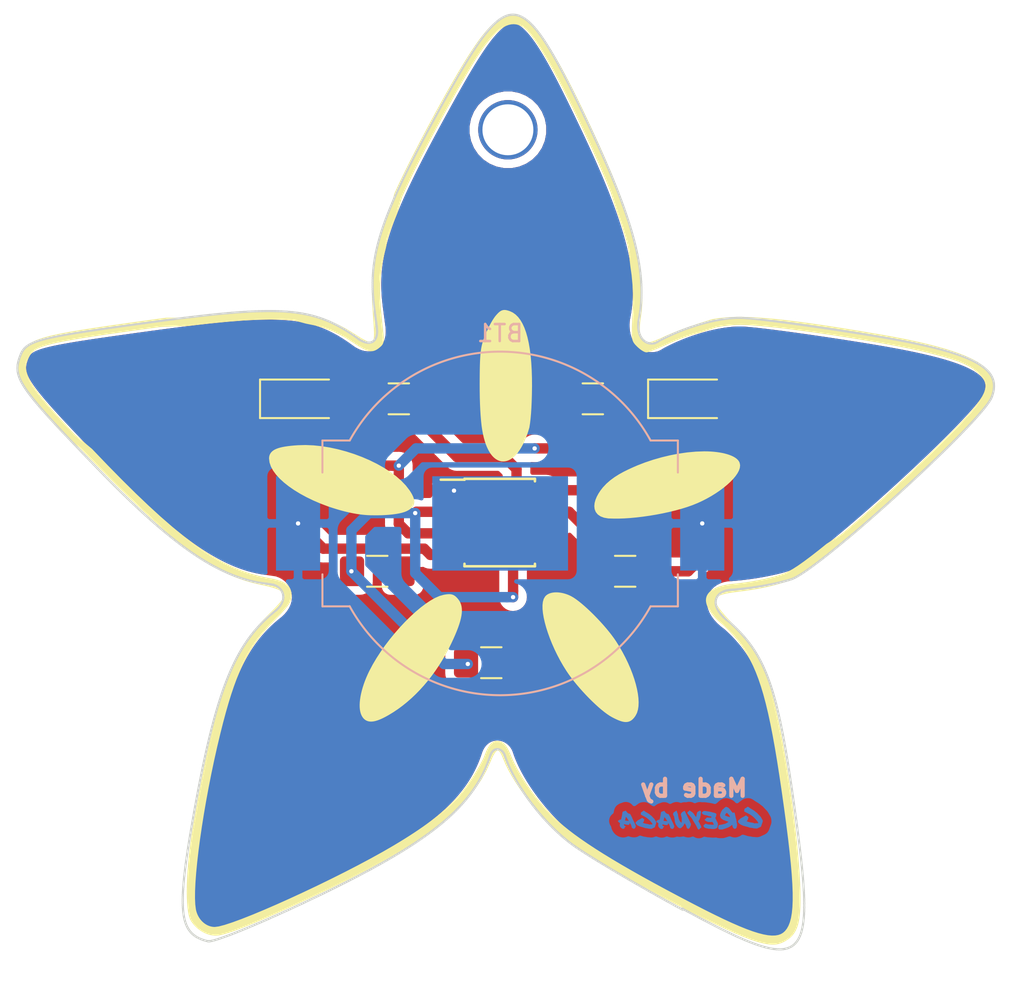
<source format=kicad_pcb>
(kicad_pcb (version 20190331) (host pcbnew "5.1.0-unknown-223e24f~82~ubuntu18.04.1")
  (layers (0 "Top" signal) (31 "Bottom" signal) (34 "B.Paste" user) (35 "F.Paste" user) (36 "B.SilkS" user) (37 "F.SilkS" user) (38 "B.Mask" user) (39 "F.Mask" user) (44 "Edge.Cuts" user))
  (net 0 "")
  (net 1 "Net-(C1-Pad2)")
  (net 2 "GND")
  (net 3 "Net-(D1-Pad2)")
  (net 4 "Net-(D1-Pad1)")
  (net 5 "Net-(D2-Pad1)")
  (net 6 "+3V3")
  (net 7 "Net-(R1-Pad2)")
  (net 8 "Net-(U1-Pad5)")
  (module "MountingHole:MountingHole_2.5mm_Pad" (layer "Top") (at 125.1712 77.4954)
    (fp_text reference "REF**")
    (fp_text value "MountingHole_2.5mm_Pad")
    (pad "1" thru_hole circle (at 0 0) (size 3.5 3.5) (drill 3) (layers *.Cu *.Mask))
  )
  (module "001:firma_Cu_Mask" (layer "Bottom") (at 135.9154 118.0592 180)
    (fp_text reference "U3" hide)
    (fp_text value "firma" hide)
    (fp_poly (pts (xy 4.151377 -0.452496) (xy 3.657161 -0.147681) (xy 3.750181 -0.140781) (xy 3.844921 -0.12528) (xy 3.819081 -0.018483) (xy 3.789801 0.093484) (xy 3.779461 0.076254) (xy 3.712281 -0.004707) (xy 3.658881 -0.089117) (xy 3.638211 -0.120127) (xy 3.619261 -0.151137) (xy 3.638211 -0.149437) (xy 3.657161 -0.147737) (xy 3.657161 -0.147681) (xy 4.151377 -0.452496) (xy 4.120367 -0.512786) (xy 4.073857 -0.566186) (xy 4.015287 -0.604086) (xy 3.946387 -0.621316) (xy 3.915377 -0.609256) (xy 3.899877 -0.598926) (xy 3.889537 -0.593726) (xy 3.882637 -0.588526) (xy 3.861967 -0.579926) (xy 3.868867 -0.557536) (xy 3.867167 -0.536866) (xy 3.846497 -0.514476) (xy 3.836157 -0.504135) (xy 3.827557 -0.493806) (xy 3.798277 -0.461076) (xy 3.844787 -0.449016) (xy 3.901637 -0.418006) (xy 3.913697 -0.354266) (xy 3.855127 -0.352566) (xy 3.808617 -0.364626) (xy 3.744887 -0.380126) (xy 3.675987 -0.385326) (xy 3.650147 -0.385326) (xy 3.624307 -0.381926) (xy 3.607087 -0.378526) (xy 3.600187 -0.357856) (xy 3.593287 -0.350956) (xy 3.574337 -0.328566) (xy 3.570937 -0.290666) (xy 3.560607 -0.259655) (xy 3.545107 -0.302716) (xy 3.538207 -0.319946) (xy 3.520977 -0.323346) (xy 3.515777 -0.331946) (xy 3.514077 -0.340546) (xy 3.505477 -0.369826) (xy 3.498577 -0.376726) (xy 3.491677 -0.381926) (xy 3.483077 -0.412936) (xy 3.472737 -0.442216) (xy 3.457237 -0.487006) (xy 3.453837 -0.528346) (xy 3.446937 -0.547296) (xy 3.427987 -0.564526) (xy 3.407317 -0.574856) (xy 3.396977 -0.581756) (xy 3.388377 -0.585156) (xy 3.383177 -0.604106) (xy 3.362507 -0.607506) (xy 3.334947 -0.612706) (xy 3.317717 -0.614406) (xy 3.300487 -0.612706) (xy 3.271207 -0.588586) (xy 3.247087 -0.569636) (xy 3.229867 -0.538626) (xy 3.226467 -0.519675) (xy 3.223067 -0.502446) (xy 3.217867 -0.492116) (xy 3.195477 -0.471446) (xy 3.214427 -0.455946) (xy 3.216127 -0.426666) (xy 3.288477 -0.257857) (xy 3.369437 -0.092492) (xy 3.395277 -0.037372) (xy 3.422837 0.017749) (xy 3.421137 0.029809) (xy 3.424537 0.045309) (xy 3.455547 0.096989) (xy 3.479667 0.145219) (xy 3.507227 0.202059) (xy 3.545127 0.258898) (xy 3.572687 0.270959) (xy 3.584747 0.274359) (xy 3.600247 0.277759) (xy 3.626087 0.274359) (xy 3.710487 0.336369) (xy 3.784557 0.434559) (xy 3.801787 0.458669) (xy 3.824177 0.444889) (xy 3.848297 0.434559) (xy 3.881027 0.425959) (xy 3.939597 0.410459) (xy 3.984387 0.384619) (xy 3.996447 0.343279) (xy 4.001647 0.315719) (xy 4.010247 0.257149) (xy 4.017147 0.191689) (xy 4.030927 0.133119) (xy 4.042987 0.076279) (xy 4.060217 -0.004682) (xy 4.082607 -0.077032) (xy 4.099837 -0.078732) (xy 4.117057 -0.073532) (xy 4.139447 -0.070132) (xy 4.158397 -0.068432) (xy 4.165297 -0.085662) (xy 4.182527 -0.102892) (xy 4.215257 -0.113232) (xy 4.234207 -0.128732) (xy 4.247987 -0.139072) (xy 4.273827 -0.149402) (xy 4.260047 -0.175242) (xy 4.210097 -0.235532) (xy 4.139477 -0.282042) (xy 4.141177 -0.302712) (xy 4.146377 -0.321662) (xy 4.154977 -0.381952) (xy 4.154977 -0.445682) (xy 4.151377 -0.452496)) (layer "Bottom") (width 0))
    (fp_poly (pts (xy 3.223076 -0.298824) (xy 3.114555 -0.414235) (xy 2.966416 -0.481415) (xy 2.795884 -0.527925) (xy 2.625351 -0.581325) (xy 2.582291 -0.583025) (xy 2.547841 -0.588225) (xy 2.516831 -0.593425) (xy 2.482381 -0.596825) (xy 2.473781 -0.600225) (xy 2.468581 -0.607125) (xy 2.415181 -0.612325) (xy 2.377281 -0.612325) (xy 2.334221 -0.617525) (xy 2.296321 -0.622725) (xy 2.09306 -0.531425) (xy 2.0121 -0.293713) (xy 2.0087 -0.283383) (xy 2.0018 -0.278183) (xy 2.0052 -0.248903) (xy 2.0069 -0.217893) (xy 2.10853 -0.042193) (xy 2.244611 0.102502) (xy 2.265281 0.123172) (xy 2.280781 0.143842) (xy 2.299731 0.161072) (xy 2.325571 0.173132) (xy 2.411701 0.248922) (xy 2.516776 0.314382) (xy 2.625296 0.378112) (xy 2.725206 0.450462) (xy 2.752766 0.445262) (xy 2.771716 0.445262) (xy 2.804446 0.409092) (xy 2.847506 0.386702) (xy 2.888846 0.360862) (xy 2.918126 0.319522) (xy 2.907786 0.310922) (xy 2.912986 0.295422) (xy 2.914686 0.279922) (xy 2.902626 0.273022) (xy 2.912956 0.262682) (xy 2.923296 0.254082) (xy 2.918096 0.240302) (xy 2.918096 0.223072) (xy 2.840576 0.180012) (xy 2.752726 0.135222) (xy 2.657986 0.085272) (xy 2.563246 0.024982) (xy 2.468506 -0.052539) (xy 2.375486 -0.140389) (xy 2.291076 -0.236849) (xy 2.223896 -0.333309) (xy 2.230796 -0.347089) (xy 2.239396 -0.359149) (xy 2.341026 -0.359149) (xy 2.437486 -0.364349) (xy 2.444386 -0.354009) (xy 2.452986 -0.343669) (xy 2.635576 -0.312659) (xy 2.807831 -0.266149) (xy 2.781991 -0.257549) (xy 2.761321 -0.248949) (xy 2.761321 -0.235169) (xy 2.778551 -0.221389) (xy 2.738931 -0.186939) (xy 2.721701 -0.131819) (xy 2.732031 -0.111149) (xy 2.721701 -0.092199) (xy 2.713101 -0.092199) (xy 2.709701 -0.097399) (xy 2.708001 -0.104299) (xy 2.699401 -0.102599) (xy 2.706301 -0.076759) (xy 2.716641 -0.052649) (xy 2.835496 0.026592) (xy 2.882006 -0.004419) (xy 2.938846 -0.037149) (xy 3.000856 -0.069879) (xy 3.061146 -0.100889) (xy 3.104206 -0.128449) (xy 3.140376 -0.164619) (xy 3.174826 -0.199069) (xy 3.217886 -0.228349) (xy 3.219586 -0.264519) (xy 3.222986 -0.298969) (xy 3.223076 -0.298824)) (layer "Bottom") (width 0))
    (fp_poly (pts (xy 1.886378 -0.464189) (xy 1.388562 -0.166188) (xy 1.481582 -0.159288) (xy 1.576322 -0.143788) (xy 1.550482 -0.03699) (xy 1.521202 0.074977) (xy 1.510872 0.057747) (xy 1.443692 -0.023214) (xy 1.390292 -0.107624) (xy 1.369622 -0.138634) (xy 1.350672 -0.169644) (xy 1.369622 -0.167944) (xy 1.388572 -0.166244) (xy 1.388562 -0.166188) (xy 1.886378 -0.464189) (xy 1.855368 -0.524479) (xy 1.808858 -0.577879) (xy 1.750288 -0.615779) (xy 1.681388 -0.633009) (xy 1.650378 -0.620949) (xy 1.634878 -0.610619) (xy 1.624538 -0.605419) (xy 1.617638 -0.600219) (xy 1.596968 -0.591619) (xy 1.603868 -0.569229) (xy 1.602168 -0.548559) (xy 1.581498 -0.526169) (xy 1.571158 -0.515829) (xy 1.562558 -0.505498) (xy 1.533278 -0.472769) (xy 1.579788 -0.460709) (xy 1.636638 -0.429699) (xy 1.648698 -0.365959) (xy 1.590128 -0.364259) (xy 1.543618 -0.376319) (xy 1.479888 -0.391819) (xy 1.410988 -0.397019) (xy 1.385148 -0.397019) (xy 1.359308 -0.393619) (xy 1.342088 -0.390219) (xy 1.335188 -0.369549) (xy 1.328288 -0.362649) (xy 1.309338 -0.340259) (xy 1.305938 -0.302359) (xy 1.295608 -0.271349) (xy 1.280108 -0.314409) (xy 1.273208 -0.331639) (xy 1.255978 -0.335039) (xy 1.250778 -0.343639) (xy 1.249078 -0.352239) (xy 1.240478 -0.381519) (xy 1.233578 -0.388419) (xy 1.226678 -0.393619) (xy 1.218078 -0.424629) (xy 1.207738 -0.453909) (xy 1.192238 -0.498699) (xy 1.188838 -0.540039) (xy 1.181938 -0.558989) (xy 1.162988 -0.576219) (xy 1.142318 -0.586549) (xy 1.131978 -0.593449) (xy 1.123378 -0.596849) (xy 1.118178 -0.615799) (xy 1.097508 -0.619199) (xy 1.069948 -0.624399) (xy 1.052718 -0.626099) (xy 1.035488 -0.624399) (xy 1.006208 -0.600279) (xy 0.982088 -0.581329) (xy 0.964868 -0.550319) (xy 0.961468 -0.531369) (xy 0.958068 -0.514139) (xy 0.952868 -0.503809) (xy 0.930478 -0.483139) (xy 0.949428 -0.467639) (xy 0.951128 -0.438359) (xy 1.023478 -0.26955) (xy 1.104438 -0.104185) (xy 1.130278 -0.049065) (xy 1.157838 0.006056) (xy 1.156138 0.018116) (xy 1.159538 0.033616) (xy 1.190548 0.085296) (xy 1.214668 0.133526) (xy 1.242228 0.190366) (xy 1.280128 0.247206) (xy 1.307688 0.259265) (xy 1.319748 0.262666) (xy 1.335248 0.266066) (xy 1.361088 0.262666) (xy 1.445488 0.324676) (xy 1.519558 0.422866) (xy 1.536788 0.446976) (xy 1.559178 0.433196) (xy 1.583298 0.422866) (xy 1.616028 0.414266) (xy 1.674598 0.398766) (xy 1.719388 0.372926) (xy 1.731448 0.331586) (xy 1.736648 0.304026) (xy 1.745248 0.245456) (xy 1.752148 0.179996) (xy 1.765928 0.121426) (xy 1.777988 0.064586) (xy 1.795208 -0.016375) (xy 1.817598 -0.088725) (xy 1.834828 -0.090425) (xy 1.852048 -0.085225) (xy 1.874438 -0.081825) (xy 1.893388 -0.080125) (xy 1.900288 -0.097355) (xy 1.917518 -0.114585) (xy 1.950248 -0.124925) (xy 1.969198 -0.140425) (xy 1.982978 -0.150765) (xy 2.008818 -0.161095) (xy 1.995038 -0.186935) (xy 1.945088 -0.247225) (xy 1.874468 -0.293735) (xy 1.876168 -0.314405) (xy 1.881368 -0.333355) (xy 1.889968 -0.393645) (xy 1.889968 -0.457375) (xy 1.886378 -0.464189)) (layer "Bottom") (width 0))
    (fp_poly (pts (xy 0.33264 -0.295379) (xy 0.31025 -0.314329) (xy 0.29647 -0.343609) (xy 0.28441 -0.372889) (xy 0.26718 -0.384949) (xy 0.25685 -0.409069) (xy 0.24307 -0.431459) (xy 0.23274 -0.455579) (xy 0.23614 -0.484859) (xy 0.21892 -0.514139) (xy 0.21032 -0.550309) (xy 0.19654 -0.579589) (xy 0.15864 -0.589929) (xy 0.15694 -0.598529) (xy 0.16214 -0.610589) (xy 0.13286 -0.612289) (xy 0.11047 -0.620889) (xy 0.05535 -0.584719) (xy 0.01745 -0.527879) (xy -0.01183 -0.462419) (xy -0.03595 -0.405579) (xy -0.03425 -0.369409) (xy -0.04631 -0.338399) (xy -0.02497 -0.293239) (xy -0.00314 -0.247319) (xy 0.01917 -0.200649) (xy 0.04197 -0.153229) (xy 0.06525 -0.105049) (xy 0.08902 -0.056119) (xy 0.11327 -0.006429) (xy 0.13801 0.044012) (xy 0.16283 0.094752) (xy 0.18732 0.145322) (xy 0.21149 0.195732) (xy 0.23534 0.245982) (xy 0.25886 0.296072) (xy 0.28206 0.346002) (xy 0.30494 0.395772) (xy 0.32749 0.445372) (xy 0.405 0.409202) (xy 0.47562 0.364412) (xy 0.53074 0.304122) (xy 0.56002 0.230052) (xy 0.55142 0.221452) (xy 0.54452 0.219752) (xy 0.55142 0.207692) (xy 0.55142 0.200792) (xy 0.55142 0.190452) (xy 0.55662 0.174952) (xy 0.54629 0.173252) (xy 0.53595 0.173252) (xy 0.53935 0.142242) (xy 0.53245 0.119852) (xy 0.52385 0.099182) (xy 0.52555 0.071622) (xy 0.51695 0.068222) (xy 0.51355 0.063021) (xy 0.50835 0.057822) (xy 0.50145 0.057822) (xy 0.50485 -0.017969) (xy 0.50145 -0.095479) (xy 0.50315 -0.176439) (xy 0.51521 -0.262569) (xy 0.61339 -0.169549) (xy 0.67368 -0.04208) (xy 0.70985 0.109505) (xy 0.73569 0.27487) (xy 0.75981 0.31277) (xy 0.77531 0.35928) (xy 0.78909 0.40923) (xy 0.80632 0.45574) (xy 0.84938 0.43851) (xy 0.88383 0.41095) (xy 0.91656 0.38339) (xy 0.95962 0.36789) (xy 0.99752 0.31105) (xy 1.01991 0.25248) (xy 1.00613 0.22147) (xy 0.99753 0.18702) (xy 0.98375 0.15429) (xy 0.95963 0.13017) (xy 0.94585 0.04749) (xy 0.93035 -0.024861) (xy 0.91829 -0.100651) (xy 0.91489 -0.185051) (xy 0.88561 -0.269451) (xy 0.86149 -0.350411) (xy 0.81843 -0.403811) (xy 0.7857 -0.465821) (xy 0.7771 -0.469221) (xy 0.76504 -0.464021) (xy 0.76504 -0.474361) (xy 0.75984 -0.481261) (xy 0.75644 -0.488161) (xy 0.75984 -0.501941) (xy 0.71678 -0.531221) (xy 0.67544 -0.565671) (xy 0.62376 -0.586341) (xy 0.54625 -0.574281) (xy 0.420504 -0.455425) (xy 0.332654 -0.295228) (xy 0.33264 -0.295379)) (layer "Bottom") (width 0))
    (fp_poly (pts (xy -0.175512 -0.157575) (xy -0.196182 -0.183415) (xy -0.213412 -0.212695) (xy -0.232362 -0.248865) (xy -0.258202 -0.279875) (xy -0.275432 -0.321215) (xy -0.302992 -0.353945) (xy -0.383952 -0.503807) (xy -0.394292 -0.534817) (xy -0.409792 -0.562377) (xy -0.416692 -0.574437) (xy -0.421892 -0.583037) (xy -0.425292 -0.600267) (xy -0.444242 -0.624387) (xy -0.463192 -0.643337) (xy -0.475252 -0.657117) (xy -0.501092 -0.667447) (xy -0.654398 -0.533089) (xy -0.652698 -0.515859) (xy -0.647498 -0.498639) (xy -0.640598 -0.477969) (xy -0.625098 -0.429739) (xy -0.595818 -0.386679) (xy -0.580318 -0.348779) (xy -0.538978 -0.267819) (xy -0.501078 -0.202359) (xy -0.478688 -0.164459) (xy -0.520028 -0.114509) (xy -0.559648 -0.031829) (xy -0.583768 0.038792) (xy -0.588968 0.076692) (xy -0.595868 0.109422) (xy -0.604468 0.147322) (xy -0.607868 0.186942) (xy -0.618198 0.211062) (xy -0.614798 0.228292) (xy -0.613098 0.259302) (xy -0.621698 0.300642) (xy -0.630298 0.338542) (xy -0.631998 0.379882) (xy -0.621658 0.417782) (xy -0.588928 0.450512) (xy -0.559648 0.452212) (xy -0.530368 0.434982) (xy -0.501088 0.419482) (xy -0.464918 0.402252) (xy -0.428748 0.379862) (xy -0.416688 0.355742) (xy -0.394298 0.336792) (xy -0.394298 0.317842) (xy -0.392598 0.298892) (xy -0.385698 0.271332) (xy -0.378798 0.250661) (xy -0.373598 0.204152) (xy -0.363268 0.164532) (xy -0.352938 0.124912) (xy -0.351238 0.080122) (xy -0.334008 0.092182) (xy -0.327108 0.097382) (xy -0.320208 0.102582) (xy -0.218578 0.240386) (xy -0.221978 0.257616) (xy -0.185808 0.292066) (xy -0.159968 0.317906) (xy -0.137578 0.343746) (xy -0.118628 0.357526) (xy 0.038124 0.464324) (xy 0.062244 0.467724) (xy 0.069144 0.445334) (xy 0.096704 0.410884) (xy 0.143214 0.381604) (xy 0.158714 0.371264) (xy 0.167314 0.345424) (xy 0.165614 0.329924) (xy 0.172514 0.312694) (xy 0.138064 0.252404) (xy 0.100164 0.217954) (xy 0.070884 0.192114) (xy 0.051934 0.164554) (xy 0.039874 0.150774) (xy -0.006636 0.095654) (xy -0.011836 0.074984) (xy -0.032506 0.074984) (xy -0.041106 0.068084) (xy -0.058336 0.038804) (xy -0.075556 0.016414) (xy -0.084156 0.007813) (xy -0.089356 -0.005967) (xy -0.094556 -0.019747) (xy -0.122116 -0.054197) (xy -0.134176 -0.078317) (xy -0.147956 -0.105877) (xy -0.166906 -0.131717) (xy -0.175512 -0.157575)) (layer "Bottom") (width 0))
    (fp_poly (pts (xy -0.685386 0.360913) (xy -0.685386 0.341963) (xy -0.687086 0.331633) (xy -0.687086 0.319573) (xy -0.683686 0.302343) (xy -0.768096 0.221383) (xy -0.869726 0.190373) (xy -0.983414 0.171423) (xy -1.097102 0.126633) (xy -1.138442 0.126633) (xy -1.190122 0.121433) (xy -1.215962 0.105933) (xy -1.246972 0.097333) (xy -1.241772 0.064602) (xy -1.236572 0.038763) (xy -1.103935 0.040463) (xy -0.959241 0.049063) (xy -0.960941 0.037003) (xy -0.962641 0.028403) (xy -0.938521 0.006013) (xy -0.914401 -0.018108) (xy -0.890281 -0.038778) (xy -0.859271 -0.043978) (xy -0.850671 -0.074988) (xy -0.854071 -0.107718) (xy -0.909191 -0.147338) (xy -0.967761 -0.181788) (xy -1.031491 -0.207628) (xy -1.105561 -0.214528) (xy -1.119341 -0.214528) (xy -1.129681 -0.209328) (xy -1.169301 -0.214528) (xy -1.207201 -0.219728) (xy -1.253711 -0.212828) (xy -1.300221 -0.205928) (xy -1.350171 -0.283438) (xy -1.389791 -0.371288) (xy -1.293331 -0.378188) (xy -1.219261 -0.372988) (xy -1.148641 -0.364388) (xy -1.057341 -0.360988) (xy -0.976381 -0.336868) (xy -0.888531 -0.316198) (xy -0.864411 -0.335148) (xy -0.845461 -0.359268) (xy -0.824791 -0.378218) (xy -0.798951 -0.385118) (xy -0.790351 -0.402348) (xy -0.785151 -0.419568) (xy -0.779951 -0.435068) (xy -0.764451 -0.438468) (xy -0.824741 -0.526318) (xy -0.900531 -0.571108) (xy -0.996991 -0.595218) (xy -1.112402 -0.615888) (xy -1.138242 -0.614188) (xy -1.162362 -0.610788) (xy -1.257102 -0.626288) (xy -1.369068 -0.631488) (xy -1.477588 -0.615988) (xy -1.561988 -0.571198) (xy -1.580938 -0.543638) (xy -1.603328 -0.517798) (xy -1.610228 -0.467848) (xy -1.620558 -0.411008) (xy -1.629158 -0.350718) (xy -1.625758 -0.297318) (xy -1.605088 -0.250808) (xy -1.593028 -0.206018) (xy -1.582688 -0.197418) (xy -1.568908 -0.190518) (xy -1.546518 -0.131948) (xy -1.522398 -0.078548) (xy -1.496558 -0.026868) (xy -1.470718 0.033423) (xy -1.506888 0.081653) (xy -1.522388 0.135053) (xy -1.530988 0.190173) (xy -1.543048 0.248743) (xy -1.501708 0.290083) (xy -1.446588 0.317643) (xy -1.382848 0.334873) (xy -1.310498 0.350373) (xy -1.188197 0.384823) (xy -1.081399 0.403773) (xy -0.971156 0.419273) (xy -0.841965 0.439943) (xy -0.812685 0.424443) (xy -0.797185 0.433043) (xy -0.788585 0.443373) (xy -0.745525 0.393423) (xy -0.685235 0.360693) (xy -0.685386 0.360913)) (layer "Bottom") (width 0))
    (fp_poly (pts (xy -2.738664 -0.460743) (xy -2.315093 0.148895) (xy -2.344373 0.069655) (xy -2.192789 0.109275) (xy -2.042927 0.171285) (xy -2.087717 0.272915) (xy -2.163507 0.326315) (xy -2.163513 0.326315) (xy -2.213463 0.266025) (xy -2.268583 0.210905) (xy -2.315093 0.148895) (xy -2.738664 -0.460743) (xy -2.754164 -0.448683) (xy -2.769664 -0.419403) (xy -2.750714 -0.419403) (xy -2.757614 -0.350503) (xy -2.742114 -0.288493) (xy -2.728334 -0.229923) (xy -2.733534 -0.169633) (xy -2.721474 -0.166233) (xy -2.714574 -0.142113) (xy -2.712874 -0.111103) (xy -2.714574 -0.083543) (xy -2.680124 0.026701) (xy -2.656004 0.138666) (xy -2.633614 0.247187) (xy -2.599164 0.347097) (xy -2.549214 0.340197) (xy -2.513044 0.317807) (xy -2.418304 0.417717) (xy -2.335624 0.531405) (xy -2.239164 0.631315) (xy -2.106527 0.682995) (xy -2.013507 0.619265) (xy -1.929097 0.536585) (xy -1.903257 0.517635) (xy -1.875697 0.500405) (xy -1.875697 0.474565) (xy -1.836077 0.421165) (xy -1.806797 0.357435) (xy -1.780957 0.290255) (xy -1.753397 0.226525) (xy -1.756797 0.207575) (xy -1.753397 0.192075) (xy -1.748197 0.174855) (xy -1.746497 0.152465) (xy -1.806787 0.004326) (xy -1.934256 -0.086975) (xy -2.09273 -0.147265) (xy -2.246037 -0.200665) (xy -2.239137 -0.207565) (xy -2.233937 -0.217895) (xy -2.154697 -0.267845) (xy -2.101297 -0.300575) (xy -2.046177 -0.321245) (xy -1.961767 -0.341915) (xy -1.879087 -0.362585) (xy -1.823967 -0.374645) (xy -1.772287 -0.381545) (xy -1.698217 -0.390145) (xy -1.667207 -0.434935) (xy -1.649977 -0.486615) (xy -1.648277 -0.536565) (xy -1.662057 -0.572735) (xy -1.653457 -0.579635) (xy -1.636237 -0.579635) (xy -1.656907 -0.600305) (xy -1.674137 -0.624425) (xy -1.694807 -0.646815) (xy -1.722367 -0.658875) (xy -1.880842 -0.660575) (xy -2.127166 -0.581335) (xy -2.247744 -0.531385) (xy -2.328704 -0.488325) (xy -2.392434 -0.441815) (xy -2.459614 -0.381525) (xy -2.466514 -0.388425) (xy -2.471714 -0.395325) (xy -2.499274 -0.507289) (xy -2.550954 -0.59514) (xy -2.588854 -0.60034) (xy -2.611244 -0.61929) (xy -2.637084 -0.61759) (xy -2.652584 -0.60899) (xy -2.668084 -0.59865) (xy -2.695644 -0.59525) (xy -2.705984 -0.56597) (xy -2.733544 -0.55219) (xy -2.730144 -0.52635) (xy -2.735344 -0.505679) (xy -2.742244 -0.48501) (xy -2.738844 -0.46089) (xy -2.738664 -0.460743)) (layer "Bottom") (width 0))
    (fp_poly (pts (xy -4.273799 -0.192371) (xy -4.268599 -0.157921) (xy -4.266899 -0.118301) (xy -4.14632 0.091851) (xy -3.982678 0.264106) (xy -3.958568 0.288226) (xy -3.939618 0.314066) (xy -3.917228 0.334736) (xy -3.886218 0.348516) (xy -3.782866 0.439816) (xy -3.65712 0.519056) (xy -3.526206 0.596566) (xy -3.405628 0.682696) (xy -3.376348 0.674096) (xy -3.352228 0.675796) (xy -3.312608 0.629286) (xy -3.260928 0.603446) (xy -3.210978 0.572436) (xy -3.174808 0.524206) (xy -3.186868 0.515606) (xy -3.181668 0.496656) (xy -3.178268 0.477706) (xy -3.193768 0.469106) (xy -3.181708 0.457046) (xy -3.169648 0.444986) (xy -3.174848 0.427766) (xy -3.174848 0.408816) (xy -3.267868 0.355416) (xy -3.374666 0.303736) (xy -3.488354 0.243446) (xy -3.602042 0.171096) (xy -3.717453 0.079796) (xy -3.827696 -0.027003) (xy -3.927606 -0.142414) (xy -4.006846 -0.257825) (xy -3.998246 -0.273325) (xy -3.987916 -0.288825) (xy -3.865615 -0.288825) (xy -3.751927 -0.295725) (xy -3.743327 -0.281945) (xy -3.732987 -0.269885) (xy -3.514223 -0.231985) (xy -3.307517 -0.176865) (xy -3.362637 -0.157915) (xy -3.362637 -0.140685) (xy -3.343687 -0.123465) (xy -3.390197 -0.082125) (xy -3.410867 -0.014945) (xy -3.398807 0.009166) (xy -3.410867 0.031556) (xy -3.421207 0.031556) (xy -3.424607 0.024656) (xy -3.428007 0.017756) (xy -3.436607 0.017756) (xy -3.428007 0.048766) (xy -3.417667 0.078046) (xy -3.274696 0.172786) (xy -3.219576 0.136616) (xy -3.150676 0.098716) (xy -3.076606 0.059096) (xy -3.005986 0.021196) (xy -2.952586 -0.013255) (xy -2.909526 -0.054595) (xy -2.868186 -0.095935) (xy -2.818236 -0.130384) (xy -2.814836 -0.175175) (xy -2.811436 -0.216515) (xy -2.890676 -0.316425) (xy -2.995751 -0.385325) (xy -3.118052 -0.435275) (xy -3.252411 -0.473175) (xy -3.391937 -0.511075) (xy -3.528018 -0.555865) (xy -3.577968 -0.557565) (xy -3.617588 -0.562765) (xy -3.655488 -0.569665) (xy -3.696828 -0.574865) (xy -3.708888 -0.578265) (xy -3.715788 -0.586865) (xy -3.777798 -0.592065) (xy -3.824308 -0.592065) (xy -3.874258 -0.598965) (xy -3.922488 -0.604165) (xy -4.165367 -0.493922) (xy -4.261827 -0.209701) (xy -4.265227 -0.199371) (xy -4.273827 -0.192471) (xy -4.273799 -0.192371)) (layer "Bottom") (width 0))
  )
  (module "001:03_Edge_SilkS" (layer "Top") (at 125.0442 98.2472)
    (fp_text reference "U2" hide)
    (fp_text value "ADA_PCB" hide)
    (fp_line (start 10.418452 25.14136) (end 10.417281 25.19563) (layer "Edge.Cuts") (width 0.125076))
    (fp_line (start 10.418453 25.14136) (end 10.418452 25.14136) (layer "Edge.Cuts") (width 0.125076))
    (fp_line (start 10.418454 25.14134) (end 10.418453 25.14136) (layer "Edge.Cuts") (width 0.125076))
    (fp_line (start 10.418455 25.14134) (end 10.418454 25.14134) (layer "Edge.Cuts") (width 0.125076))
    (fp_line (start 10.418456 25.14134) (end 10.418455 25.14134) (layer "Edge.Cuts") (width 0.125076))
    (fp_line (start 10.418456 25.14133) (end 10.418456 25.14134) (layer "Edge.Cuts") (width 0.125076))
    (fp_line (start 10.418457 25.14133) (end 10.418456 25.14133) (layer "Edge.Cuts") (width 0.125076))
    (fp_line (start 10.418459 25.14133) (end 10.418457 25.14133) (layer "Edge.Cuts") (width 0.125076))
    (fp_line (start 10.41846 25.14132) (end 10.418459 25.14133) (layer "Edge.Cuts") (width 0.125076))
    (fp_line (start 10.418461 25.14132) (end 10.41846 25.14132) (layer "Edge.Cuts") (width 0.125076))
    (fp_line (start 10.418462 25.14132) (end 10.418461 25.14132) (layer "Edge.Cuts") (width 0.125076))
    (fp_line (start 10.418463 25.14131) (end 10.418462 25.14132) (layer "Edge.Cuts") (width 0.125076))
    (fp_line (start 10.418464 25.14131) (end 10.418463 25.14131) (layer "Edge.Cuts") (width 0.125076))
    (fp_line (start 10.418466 25.14131) (end 10.418464 25.14131) (layer "Edge.Cuts") (width 0.125076))
    (fp_line (start 10.418466 25.1413) (end 10.418466 25.14131) (layer "Edge.Cuts") (width 0.125076))
    (fp_line (start 10.418467 25.1413) (end 10.418466 25.1413) (layer "Edge.Cuts") (width 0.125076))
    (fp_line (start 10.418468 25.1413) (end 10.418467 25.1413) (layer "Edge.Cuts") (width 0.125076))
    (fp_line (start 10.418469 25.1413) (end 10.418468 25.1413) (layer "Edge.Cuts") (width 0.125076))
    (fp_line (start 10.418469 25.14129) (end 10.418469 25.1413) (layer "Edge.Cuts") (width 0.125076))
    (fp_line (start 10.41847 25.14129) (end 10.418469 25.14129) (layer "Edge.Cuts") (width 0.125076))
    (fp_line (start 10.418472 25.14129) (end 10.41847 25.14129) (layer "Edge.Cuts") (width 0.125076))
    (fp_line (start 10.418473 25.14127) (end 10.418472 25.14129) (layer "Edge.Cuts") (width 0.125076))
    (fp_line (start 10.418474 25.14127) (end 10.418473 25.14127) (layer "Edge.Cuts") (width 0.125076))
    (fp_line (start 10.418475 25.14127) (end 10.418474 25.14127) (layer "Edge.Cuts") (width 0.125076))
    (fp_line (start 10.418475 25.14126) (end 10.418475 25.14127) (layer "Edge.Cuts") (width 0.125076))
    (fp_line (start 10.418476 25.14126) (end 10.418475 25.14126) (layer "Edge.Cuts") (width 0.125076))
    (fp_line (start 10.418477 25.14126) (end 10.418476 25.14126) (layer "Edge.Cuts") (width 0.125076))
    (fp_line (start 10.418479 25.14126) (end 10.418477 25.14126) (layer "Edge.Cuts") (width 0.125076))
    (fp_line (start 10.418479 25.14125) (end 10.418479 25.14126) (layer "Edge.Cuts") (width 0.125076))
    (fp_line (start 10.41848 25.14125) (end 10.418479 25.14125) (layer "Edge.Cuts") (width 0.125076))
    (fp_line (start 10.418481 25.14125) (end 10.41848 25.14125) (layer "Edge.Cuts") (width 0.125076))
    (fp_line (start 10.418482 25.14124) (end 10.418481 25.14125) (layer "Edge.Cuts") (width 0.125076))
    (fp_line (start 10.418483 25.14124) (end 10.418482 25.14124) (layer "Edge.Cuts") (width 0.125076))
    (fp_line (start 10.75835 25.32505) (end 10.418483 25.14124) (layer "Edge.Cuts") (width 0.125076))
    (fp_line (start 11.088347 25.50224) (end 10.75835 25.32505) (layer "Edge.Cuts") (width 0.125076))
    (fp_line (start 11.408587 25.67273) (end 11.088347 25.50224) (layer "Edge.Cuts") (width 0.125076))
    (fp_line (start 11.719187 25.8364) (end 11.408587 25.67273) (layer "Edge.Cuts") (width 0.125076))
    (fp_line (start 12.020259 25.99318) (end 11.719187 25.8364) (layer "Edge.Cuts") (width 0.125076))
    (fp_line (start 12.311922 26.14296) (end 12.020259 25.99318) (layer "Edge.Cuts") (width 0.125076))
    (fp_line (start 12.594287 26.28563) (end 12.311922 26.14296) (layer "Edge.Cuts") (width 0.125076))
    (fp_line (start 12.867471 26.42111) (end 12.594287 26.28563) (layer "Edge.Cuts") (width 0.125076))
    (fp_line (start 13.131589 26.54929) (end 12.867471 26.42111) (layer "Edge.Cuts") (width 0.125076))
    (fp_line (start 13.386754 26.67009) (end 13.131589 26.54929) (layer "Edge.Cuts") (width 0.125076))
    (fp_line (start 13.633084 26.78339) (end 13.386754 26.67009) (layer "Edge.Cuts") (width 0.125076))
    (fp_line (start 13.870691 26.88908) (end 13.633084 26.78339) (layer "Edge.Cuts") (width 0.125076))
    (fp_line (start 14.099691 26.98718) (end 13.870691 26.88908) (layer "Edge.Cuts") (width 0.125076))
    (fp_line (start 14.3202 27.07758) (end 14.099691 26.98718) (layer "Edge.Cuts") (width 0.125076))
    (fp_line (start 14.532331 27.15988) (end 14.3202 27.07758) (layer "Edge.Cuts") (width 0.125076))
    (fp_line (start 14.736202 27.23418) (end 14.532331 27.15988) (layer "Edge.Cuts") (width 0.125076))
    (fp_line (start 14.931923 27.30058) (end 14.736202 27.23418) (layer "Edge.Cuts") (width 0.125076))
    (fp_line (start 15.119615 27.35878) (end 14.931923 27.30058) (layer "Edge.Cuts") (width 0.125076))
    (fp_line (start 15.299388 27.40878) (end 15.119615 27.35878) (layer "Edge.Cuts") (width 0.125076))
    (fp_line (start 15.471357 27.45038) (end 15.299388 27.40878) (layer "Edge.Cuts") (width 0.125076))
    (fp_line (start 15.63564 27.48348) (end 15.471357 27.45038) (layer "Edge.Cuts") (width 0.125076))
    (fp_line (start 15.792351 27.50798) (end 15.63564 27.48348) (layer "Edge.Cuts") (width 0.125076))
    (fp_line (start 15.941604 27.52378) (end 15.792351 27.50798) (layer "Edge.Cuts") (width 0.125076))
    (fp_line (start 16.083515 27.53078) (end 15.941604 27.52378) (layer "Edge.Cuts") (width 0.125076))
    (fp_line (start 16.218198 27.52978) (end 16.083515 27.53078) (layer "Edge.Cuts") (width 0.125076))
    (fp_line (start 16.345767 27.51928) (end 16.218198 27.52978) (layer "Edge.Cuts") (width 0.125076))
    (fp_line (start 16.466339 27.49958) (end 16.345767 27.51928) (layer "Edge.Cuts") (width 0.125076))
    (fp_line (start 16.580029 27.47068) (end 16.466339 27.49958) (layer "Edge.Cuts") (width 0.125076))
    (fp_line (start 16.686941 27.43248) (end 16.580029 27.47068) (layer "Edge.Cuts") (width 0.125076))
    (fp_line (start 16.787205 27.38508) (end 16.686941 27.43248) (layer "Edge.Cuts") (width 0.125076))
    (fp_line (start 16.880935 27.32818) (end 16.787205 27.38508) (layer "Edge.Cuts") (width 0.125076))
    (fp_line (start 16.968245 27.26178) (end 16.880935 27.32818) (layer "Edge.Cuts") (width 0.125076))
    (fp_line (start 17.049245 27.18578) (end 16.968245 27.26178) (layer "Edge.Cuts") (width 0.125076))
    (fp_line (start 17.124055 27.09998) (end 17.049245 27.18578) (layer "Edge.Cuts") (width 0.125076))
    (fp_line (start 17.192785 27.00438) (end 17.124055 27.09998) (layer "Edge.Cuts") (width 0.125076))
    (fp_line (start 17.255545 26.89892) (end 17.192785 27.00438) (layer "Edge.Cuts") (width 0.125076))
    (fp_line (start 17.312465 26.78339) (end 17.255545 26.89892) (layer "Edge.Cuts") (width 0.125076))
    (fp_line (start 17.363655 26.6578) (end 17.312465 26.78339) (layer "Edge.Cuts") (width 0.125076))
    (fp_line (start 17.409225 26.52198) (end 17.363655 26.6578) (layer "Edge.Cuts") (width 0.125076))
    (fp_line (start 17.449275 26.37585) (end 17.409225 26.52198) (layer "Edge.Cuts") (width 0.125076))
    (fp_line (start 17.483945 26.21932) (end 17.449275 26.37585) (layer "Edge.Cuts") (width 0.125076))
    (fp_line (start 17.513335 26.05229) (end 17.483945 26.21932) (layer "Edge.Cuts") (width 0.125076))
    (fp_line (start 17.537565 25.87467) (end 17.513335 26.05229) (layer "Edge.Cuts") (width 0.125076))
    (fp_line (start 17.556755 25.68634) (end 17.537565 25.87467) (layer "Edge.Cuts") (width 0.125076))
    (fp_line (start 17.571015 25.48723) (end 17.556755 25.68634) (layer "Edge.Cuts") (width 0.125076))
    (fp_line (start 17.580515 25.27723) (end 17.571015 25.48723) (layer "Edge.Cuts") (width 0.125076))
    (fp_line (start 17.585215 25.05622) (end 17.580515 25.27723) (layer "Edge.Cuts") (width 0.125076))
    (fp_line (start 17.585377 24.82415) (end 17.585215 25.05622) (layer "Edge.Cuts") (width 0.125076))
    (fp_line (start 17.581077 24.5809) (end 17.585377 24.82415) (layer "Edge.Cuts") (width 0.125076))
    (fp_line (start 17.572377 24.32635) (end 17.581077 24.5809) (layer "Edge.Cuts") (width 0.125076))
    (fp_line (start 17.559477 24.06043) (end 17.572377 24.32635) (layer "Edge.Cuts") (width 0.125076))
    (fp_line (start 17.542447 23.78303) (end 17.559477 24.06043) (layer "Edge.Cuts") (width 0.125076))
    (fp_line (start 17.521397 23.49407) (end 17.542447 23.78303) (layer "Edge.Cuts") (width 0.125076))
    (fp_line (start 17.496467 23.19344) (end 17.521397 23.49407) (layer "Edge.Cuts") (width 0.125076))
    (fp_line (start 17.467757 22.88104) (end 17.496467 23.19344) (layer "Edge.Cuts") (width 0.125076))
    (fp_line (start 17.435367 22.55679) (end 17.467757 22.88104) (layer "Edge.Cuts") (width 0.125076))
    (fp_line (start 17.399447 22.22057) (end 17.435367 22.55679) (layer "Edge.Cuts") (width 0.125076))
    (fp_line (start 17.360087 21.87229) (end 17.399447 22.22057) (layer "Edge.Cuts") (width 0.125076))
    (fp_line (start 17.317407 21.51185) (end 17.360087 21.87229) (layer "Edge.Cuts") (width 0.125076))
    (fp_line (start 17.271517 21.13918) (end 17.317407 21.51185) (layer "Edge.Cuts") (width 0.125076))
    (fp_line (start 17.222527 20.75414) (end 17.271517 21.13918) (layer "Edge.Cuts") (width 0.125076))
    (fp_line (start 17.170567 20.35666) (end 17.222527 20.75414) (layer "Edge.Cuts") (width 0.125076))
    (fp_line (start 17.115737 19.94664) (end 17.170567 20.35666) (layer "Edge.Cuts") (width 0.125076))
    (fp_line (start 17.058167 19.52398) (end 17.115737 19.94664) (layer "Edge.Cuts") (width 0.125076))
    (fp_line (start 17.009447 19.17133) (end 17.058167 19.52398) (layer "Edge.Cuts") (width 0.125076))
    (fp_line (start 16.961237 18.82699) (end 17.009447 19.17133) (layer "Edge.Cuts") (width 0.125076))
    (fp_line (start 16.913467 18.49083) (end 16.961237 18.82699) (layer "Edge.Cuts") (width 0.125076))
    (fp_line (start 16.866107 18.16272) (end 16.913467 18.49083) (layer "Edge.Cuts") (width 0.125076))
    (fp_line (start 16.819097 17.84251) (end 16.866107 18.16272) (layer "Edge.Cuts") (width 0.125076))
    (fp_line (start 16.772397 17.53007) (end 16.819097 17.84251) (layer "Edge.Cuts") (width 0.125076))
    (fp_line (start 16.725937 17.22524) (end 16.772397 17.53007) (layer "Edge.Cuts") (width 0.125076))
    (fp_line (start 16.679687 16.92791) (end 16.725937 17.22524) (layer "Edge.Cuts") (width 0.125076))
    (fp_line (start 16.633597 16.63794) (end 16.679687 16.92791) (layer "Edge.Cuts") (width 0.125076))
    (fp_line (start 16.587607 16.35518) (end 16.633597 16.63794) (layer "Edge.Cuts") (width 0.125076))
    (fp_line (start 16.541667 16.0795) (end 16.587607 16.35518) (layer "Edge.Cuts") (width 0.125076))
    (fp_line (start 16.495737 15.81076) (end 16.541667 16.0795) (layer "Edge.Cuts") (width 0.125076))
    (fp_line (start 16.449757 15.54881) (end 16.495737 15.81076) (layer "Edge.Cuts") (width 0.125076))
    (fp_line (start 16.403687 15.29355) (end 16.449757 15.54881) (layer "Edge.Cuts") (width 0.125076))
    (fp_line (start 16.357477 15.0448) (end 16.403687 15.29355) (layer "Edge.Cuts") (width 0.125076))
    (fp_line (start 16.311067 14.80246) (end 16.357477 15.0448) (layer "Edge.Cuts") (width 0.125076))
    (fp_line (start 16.264407 14.56636) (end 16.311067 14.80246) (layer "Edge.Cuts") (width 0.125076))
    (fp_line (start 16.217457 14.33637) (end 16.264407 14.56636) (layer "Edge.Cuts") (width 0.125076))
    (fp_line (start 16.170167 14.11238) (end 16.217457 14.33637) (layer "Edge.Cuts") (width 0.125076))
    (fp_line (start 16.122477 13.89422) (end 16.170167 14.11238) (layer "Edge.Cuts") (width 0.125076))
    (fp_line (start 16.074347 13.68175) (end 16.122477 13.89422) (layer "Edge.Cuts") (width 0.125076))
    (fp_line (start 16.025727 13.47487) (end 16.074347 13.68175) (layer "Edge.Cuts") (width 0.125076))
    (fp_line (start 15.976557 13.27341) (end 16.025727 13.47487) (layer "Edge.Cuts") (width 0.125076))
    (fp_line (start 15.926797 13.07723) (end 15.976557 13.27341) (layer "Edge.Cuts") (width 0.125076))
    (fp_line (start 15.876397 12.88621) (end 15.926797 13.07723) (layer "Edge.Cuts") (width 0.125076))
    (fp_line (start 15.825307 12.70021) (end 15.876397 12.88621) (layer "Edge.Cuts") (width 0.125076))
    (fp_line (start 15.773467 12.51908) (end 15.825307 12.70021) (layer "Edge.Cuts") (width 0.125076))
    (fp_line (start 15.720847 12.34269) (end 15.773467 12.51908) (layer "Edge.Cuts") (width 0.125076))
    (fp_line (start 15.667377 12.17092) (end 15.720847 12.34269) (layer "Edge.Cuts") (width 0.125076))
    (fp_line (start 15.613017 12.00361) (end 15.667377 12.17092) (layer "Edge.Cuts") (width 0.125076))
    (fp_line (start 15.557707 11.84063) (end 15.613017 12.00361) (layer "Edge.Cuts") (width 0.125076))
    (fp_line (start 15.501407 11.68183) (end 15.557707 11.84063) (layer "Edge.Cuts") (width 0.125076))
    (fp_line (start 15.444067 11.52709) (end 15.501407 11.68183) (layer "Edge.Cuts") (width 0.125076))
    (fp_line (start 15.385637 11.37628) (end 15.444067 11.52709) (layer "Edge.Cuts") (width 0.125076))
    (fp_line (start 15.326067 11.22923) (end 15.385637 11.37628) (layer "Edge.Cuts") (width 0.125076))
    (fp_line (start 15.265297 11.08583) (end 15.326067 11.22923) (layer "Edge.Cuts") (width 0.125076))
    (fp_line (start 15.203297 10.94593) (end 15.265297 11.08583) (layer "Edge.Cuts") (width 0.125076))
    (fp_line (start 15.140007 10.8094) (end 15.203297 10.94593) (layer "Edge.Cuts") (width 0.125076))
    (fp_line (start 15.075367 10.6761) (end 15.140007 10.8094) (layer "Edge.Cuts") (width 0.125076))
    (fp_line (start 15.009347 10.5459) (end 15.075367 10.6761) (layer "Edge.Cuts") (width 0.125076))
    (fp_line (start 14.941877 10.41863) (end 15.009347 10.5459) (layer "Edge.Cuts") (width 0.125076))
    (fp_line (start 14.872927 10.29418) (end 14.941877 10.41863) (layer "Edge.Cuts") (width 0.125076))
    (fp_line (start 14.802437 10.17243) (end 14.872927 10.29418) (layer "Edge.Cuts") (width 0.125076))
    (fp_line (start 14.730357 10.05321) (end 14.802437 10.17243) (layer "Edge.Cuts") (width 0.125076))
    (fp_line (start 14.656627 9.9364) (end 14.730357 10.05321) (layer "Edge.Cuts") (width 0.125076))
    (fp_line (start 14.581217 9.82181) (end 14.656627 9.9364) (layer "Edge.Cuts") (width 0.125076))
    (fp_line (start 14.504067 9.70944) (end 14.581217 9.82181) (layer "Edge.Cuts") (width 0.125076))
    (fp_line (start 14.425127 9.59895) (end 14.504067 9.70944) (layer "Edge.Cuts") (width 0.125076))
    (fp_line (start 14.344347 9.49033) (end 14.425127 9.59895) (layer "Edge.Cuts") (width 0.125076))
    (fp_line (start 14.261687 9.38346) (end 14.344347 9.49033) (layer "Edge.Cuts") (width 0.125076))
    (fp_line (start 14.177077 9.27812) (end 14.261687 9.38346) (layer "Edge.Cuts") (width 0.125076))
    (fp_line (start 14.090487 9.17429) (end 14.177077 9.27812) (layer "Edge.Cuts") (width 0.125076))
    (fp_line (start 14.001857 9.07176) (end 14.090487 9.17429) (layer "Edge.Cuts") (width 0.125076))
    (fp_line (start 13.911137 8.97039) (end 14.001857 9.07176) (layer "Edge.Cuts") (width 0.125076))
    (fp_line (start 13.818277 8.86997) (end 13.911137 8.97039) (layer "Edge.Cuts") (width 0.125076))
    (fp_line (start 13.723247 8.77047) (end 13.818277 8.86997) (layer "Edge.Cuts") (width 0.125076))
    (fp_line (start 13.625967 8.67177) (end 13.723247 8.77047) (layer "Edge.Cuts") (width 0.125076))
    (fp_line (start 13.526407 8.57367) (end 13.625967 8.67177) (layer "Edge.Cuts") (width 0.125076))
    (fp_line (start 13.424492 8.47607) (end 13.526407 8.57367) (layer "Edge.Cuts") (width 0.125076))
    (fp_line (start 13.320201 8.37877) (end 13.424492 8.47607) (layer "Edge.Cuts") (width 0.125076))
    (fp_line (start 13.213476 8.28177) (end 13.320201 8.37877) (layer "Edge.Cuts") (width 0.125076))
    (fp_line (start 12.995789 8.11686) (end 13.213476 8.28177) (layer "Edge.Cuts") (width 0.125076))
    (fp_line (start 12.812498 7.95206) (end 12.995789 8.11686) (layer "Edge.Cuts") (width 0.125076))
    (fp_line (start 12.66234 7.7886) (end 12.812498 7.95206) (layer "Edge.Cuts") (width 0.125076))
    (fp_line (start 12.544054 7.62777) (end 12.66234 7.7886) (layer "Edge.Cuts") (width 0.125076))
    (fp_line (start 12.456374 7.4708) (end 12.544054 7.62777) (layer "Edge.Cuts") (width 0.125076))
    (fp_line (start 12.398044 7.31897) (end 12.456374 7.4708) (layer "Edge.Cuts") (width 0.125076))
    (fp_line (start 12.367794 7.17353) (end 12.398044 7.31897) (layer "Edge.Cuts") (width 0.125076))
    (fp_line (start 12.364394 7.03573) (end 12.367794 7.17353) (layer "Edge.Cuts") (width 0.125076))
    (fp_line (start 12.386534 6.90685) (end 12.364394 7.03573) (layer "Edge.Cuts") (width 0.125076))
    (fp_line (start 12.432964 6.78813) (end 12.386534 6.90685) (layer "Edge.Cuts") (width 0.125076))
    (fp_line (start 12.502434 6.68083) (end 12.432964 6.78813) (layer "Edge.Cuts") (width 0.125076))
    (fp_line (start 12.593674 6.58623) (end 12.502434 6.68083) (layer "Edge.Cuts") (width 0.125076))
    (fp_line (start 12.705425 6.50553) (end 12.593674 6.58623) (layer "Edge.Cuts") (width 0.125076))
    (fp_line (start 12.836424 6.44003) (end 12.705425 6.50553) (layer "Edge.Cuts") (width 0.125076))
    (fp_line (start 12.985409 6.39103) (end 12.836424 6.44003) (layer "Edge.Cuts") (width 0.125076))
    (fp_line (start 13.151118 6.35973) (end 12.985409 6.39103) (layer "Edge.Cuts") (width 0.125076))
    (fp_line (start 13.183898 6.35773) (end 13.151118 6.35973) (layer "Edge.Cuts") (width 0.125076))
    (fp_line (start 13.238328 6.35373) (end 13.183898 6.35773) (layer "Edge.Cuts") (width 0.125076))
    (fp_line (start 13.293448 6.34973) (end 13.238328 6.35373) (layer "Edge.Cuts") (width 0.125076))
    (fp_line (start 13.349238 6.34573) (end 13.293448 6.34973) (layer "Edge.Cuts") (width 0.125076))
    (fp_line (start 13.405658 6.34073) (end 13.349238 6.34573) (layer "Edge.Cuts") (width 0.125076))
    (fp_line (start 13.462668 6.33573) (end 13.405658 6.34073) (layer "Edge.Cuts") (width 0.125076))
    (fp_line (start 13.520258 6.33073) (end 13.462668 6.33573) (layer "Edge.Cuts") (width 0.125076))
    (fp_line (start 13.578398 6.32573) (end 13.520258 6.33073) (layer "Edge.Cuts") (width 0.125076))
    (fp_line (start 13.637038 6.31973) (end 13.578398 6.32573) (layer "Edge.Cuts") (width 0.125076))
    (fp_line (start 13.696158 6.31373) (end 13.637038 6.31973) (layer "Edge.Cuts") (width 0.125076))
    (fp_line (start 13.755738 6.30773) (end 13.696158 6.31373) (layer "Edge.Cuts") (width 0.125076))
    (fp_line (start 13.815748 6.30173) (end 13.755738 6.30773) (layer "Edge.Cuts") (width 0.125076))
    (fp_line (start 13.876148 6.29573) (end 13.815748 6.30173) (layer "Edge.Cuts") (width 0.125076))
    (fp_line (start 13.936918 6.28873) (end 13.876148 6.29573) (layer "Edge.Cuts") (width 0.125076))
    (fp_line (start 13.998038 6.28173) (end 13.936918 6.28873) (layer "Edge.Cuts") (width 0.125076))
    (fp_line (start 14.059468 6.27473) (end 13.998038 6.28173) (layer "Edge.Cuts") (width 0.125076))
    (fp_line (start 14.121178 6.26773) (end 14.059468 6.27473) (layer "Edge.Cuts") (width 0.125076))
    (fp_line (start 14.183128 6.25973) (end 14.121178 6.26773) (layer "Edge.Cuts") (width 0.125076))
    (fp_line (start 14.245308 6.25173) (end 14.183128 6.25973) (layer "Edge.Cuts") (width 0.125076))
    (fp_line (start 14.307668 6.24373) (end 14.245308 6.25173) (layer "Edge.Cuts") (width 0.125076))
    (fp_line (start 14.370198 6.23573) (end 14.307668 6.24373) (layer "Edge.Cuts") (width 0.125076))
    (fp_line (start 14.432858 6.22773) (end 14.370198 6.23573) (layer "Edge.Cuts") (width 0.125076))
    (fp_line (start 14.495618 6.21873) (end 14.432858 6.22773) (layer "Edge.Cuts") (width 0.125076))
    (fp_line (start 14.558458 6.20973) (end 14.495618 6.21873) (layer "Edge.Cuts") (width 0.125076))
    (fp_line (start 14.621338 6.20073) (end 14.558458 6.20973) (layer "Edge.Cuts") (width 0.125076))
    (fp_line (start 14.684238 6.19173) (end 14.621338 6.20073) (layer "Edge.Cuts") (width 0.125076))
    (fp_line (start 14.747128 6.18273) (end 14.684238 6.19173) (layer "Edge.Cuts") (width 0.125076))
    (fp_line (start 14.809968 6.17373) (end 14.747128 6.18273) (layer "Edge.Cuts") (width 0.125076))
    (fp_line (start 14.872738 6.16323) (end 14.809968 6.17373) (layer "Edge.Cuts") (width 0.125076))
    (fp_line (start 14.935408 6.15273) (end 14.872738 6.16323) (layer "Edge.Cuts") (width 0.125076))
    (fp_line (start 14.997948 6.14223) (end 14.935408 6.15273) (layer "Edge.Cuts") (width 0.125076))
    (fp_line (start 15.060328 6.13173) (end 14.997948 6.14223) (layer "Edge.Cuts") (width 0.125076))
    (fp_line (start 15.122518 6.12123) (end 15.060328 6.13173) (layer "Edge.Cuts") (width 0.125076))
    (fp_line (start 15.184498 6.11073) (end 15.122518 6.12123) (layer "Edge.Cuts") (width 0.125076))
    (fp_line (start 15.246228 6.10023) (end 15.184498 6.11073) (layer "Edge.Cuts") (width 0.125076))
    (fp_line (start 15.307668 6.08853) (end 15.246228 6.10023) (layer "Edge.Cuts") (width 0.125076))
    (fp_line (start 15.368818 6.07683) (end 15.307668 6.08853) (layer "Edge.Cuts") (width 0.125076))
    (fp_line (start 15.429628 6.06513) (end 15.368818 6.07683) (layer "Edge.Cuts") (width 0.125076))
    (fp_line (start 15.490058 6.05343) (end 15.429628 6.06513) (layer "Edge.Cuts") (width 0.125076))
    (fp_line (start 15.550108 6.04173) (end 15.490058 6.05343) (layer "Edge.Cuts") (width 0.125076))
    (fp_line (start 15.609728 6.02993) (end 15.550108 6.04173) (layer "Edge.Cuts") (width 0.125076))
    (fp_line (start 15.668898 6.01803) (end 15.609728 6.02993) (layer "Edge.Cuts") (width 0.125076))
    (fp_line (start 15.727588 6.00603) (end 15.668898 6.01803) (layer "Edge.Cuts") (width 0.125076))
    (fp_line (start 15.785758 5.99383) (end 15.727588 6.00603) (layer "Edge.Cuts") (width 0.125076))
    (fp_line (start 15.843388 5.98153) (end 15.785758 5.99383) (layer "Edge.Cuts") (width 0.125076))
    (fp_line (start 15.900458 5.96913) (end 15.843388 5.98153) (layer "Edge.Cuts") (width 0.125076))
    (fp_line (start 15.956938 5.95663) (end 15.900458 5.96913) (layer "Edge.Cuts") (width 0.125076))
    (fp_line (start 16.012778 5.94403) (end 15.956938 5.95663) (layer "Edge.Cuts") (width 0.125076))
    (fp_line (start 16.067968 5.93143) (end 16.012778 5.94403) (layer "Edge.Cuts") (width 0.125076))
    (fp_line (start 16.122458 5.91863) (end 16.067968 5.93143) (layer "Edge.Cuts") (width 0.125076))
    (fp_line (start 16.176238 5.90573) (end 16.122458 5.91863) (layer "Edge.Cuts") (width 0.125076))
    (fp_line (start 16.229268 5.89283) (end 16.176238 5.90573) (layer "Edge.Cuts") (width 0.125076))
    (fp_line (start 16.281528 5.87983) (end 16.229268 5.89283) (layer "Edge.Cuts") (width 0.125076))
    (fp_line (start 16.332978 5.86683) (end 16.281528 5.87983) (layer "Edge.Cuts") (width 0.125076))
    (fp_line (start 16.383608 5.85373) (end 16.332978 5.86683) (layer "Edge.Cuts") (width 0.125076))
    (fp_line (start 16.433378 5.84063) (end 16.383608 5.85373) (layer "Edge.Cuts") (width 0.125076))
    (fp_line (start 16.482248 5.82743) (end 16.433378 5.84063) (layer "Edge.Cuts") (width 0.125076))
    (fp_line (start 16.530198 5.81423) (end 16.482248 5.82743) (layer "Edge.Cuts") (width 0.125076))
    (fp_line (start 16.577198 5.80103) (end 16.530198 5.81423) (layer "Edge.Cuts") (width 0.125076))
    (fp_line (start 16.623218 5.78783) (end 16.577198 5.80103) (layer "Edge.Cuts") (width 0.125076))
    (fp_line (start 16.668238 5.77453) (end 16.623218 5.78783) (layer "Edge.Cuts") (width 0.125076))
    (fp_line (start 16.712218 5.76113) (end 16.668238 5.77453) (layer "Edge.Cuts") (width 0.125076))
    (fp_line (start 16.755128 5.74783) (end 16.712218 5.76113) (layer "Edge.Cuts") (width 0.125076))
    (fp_line (start 16.796938 5.73453) (end 16.755128 5.74783) (layer "Edge.Cuts") (width 0.125076))
    (fp_line (start 16.837628 5.72113) (end 16.796938 5.73453) (layer "Edge.Cuts") (width 0.125076))
    (fp_line (start 16.919118 5.68993) (end 16.837628 5.72113) (layer "Edge.Cuts") (width 0.125076))
    (fp_line (start 17.011918 5.64713) (end 16.919118 5.68993) (layer "Edge.Cuts") (width 0.125076))
    (fp_line (start 17.115635 5.59303) (end 17.011918 5.64713) (layer "Edge.Cuts") (width 0.125076))
    (fp_line (start 17.229886 5.52793) (end 17.115635 5.59303) (layer "Edge.Cuts") (width 0.125076))
    (fp_line (start 17.354281 5.45233) (end 17.229886 5.52793) (layer "Edge.Cuts") (width 0.125076))
    (fp_line (start 17.48843 5.36643) (end 17.354281 5.45233) (layer "Edge.Cuts") (width 0.125076))
    (fp_line (start 17.631942 5.27063) (end 17.48843 5.36643) (layer "Edge.Cuts") (width 0.125076))
    (fp_line (start 17.784429 5.1654) (end 17.631942 5.27063) (layer "Edge.Cuts") (width 0.125076))
    (fp_line (start 17.9455 5.05093) (end 17.784429 5.1654) (layer "Edge.Cuts") (width 0.125076))
    (fp_line (start 18.114766 4.92768) (end 17.9455 5.05093) (layer "Edge.Cuts") (width 0.125076))
    (fp_line (start 18.291837 4.796) (end 18.114766 4.92768) (layer "Edge.Cuts") (width 0.125076))
    (fp_line (start 18.476324 4.65618) (end 18.291837 4.796) (layer "Edge.Cuts") (width 0.125076))
    (fp_line (start 18.667836 4.50864) (end 18.476324 4.65618) (layer "Edge.Cuts") (width 0.125076))
    (fp_line (start 18.865986 4.35369) (end 18.667836 4.50864) (layer "Edge.Cuts") (width 0.125076))
    (fp_line (start 19.07038 4.1917) (end 18.865986 4.35369) (layer "Edge.Cuts") (width 0.125076))
    (fp_line (start 19.280634 4.02303) (end 19.07038 4.1917) (layer "Edge.Cuts") (width 0.125076))
    (fp_line (start 19.496353 3.84802) (end 19.280634 4.02303) (layer "Edge.Cuts") (width 0.125076))
    (fp_line (start 19.71715 3.66702) (end 19.496353 3.84802) (layer "Edge.Cuts") (width 0.125076))
    (fp_line (start 19.942637 3.48041) (end 19.71715 3.66702) (layer "Edge.Cuts") (width 0.125076))
    (fp_line (start 20.172422 3.28852) (end 19.942637 3.48041) (layer "Edge.Cuts") (width 0.125076))
    (fp_line (start 20.406116 3.09172) (end 20.172422 3.28852) (layer "Edge.Cuts") (width 0.125076))
    (fp_line (start 20.643328 2.89035) (end 20.406116 3.09172) (layer "Edge.Cuts") (width 0.125076))
    (fp_line (start 20.883671 2.68477) (end 20.643328 2.89035) (layer "Edge.Cuts") (width 0.125076))
    (fp_line (start 21.126755 2.47533) (end 20.883671 2.68477) (layer "Edge.Cuts") (width 0.125076))
    (fp_line (start 21.372186 2.2624) (end 21.126755 2.47533) (layer "Edge.Cuts") (width 0.125076))
    (fp_line (start 21.61958 2.04632) (end 21.372186 2.2624) (layer "Edge.Cuts") (width 0.125076))
    (fp_line (start 21.868545 1.82746) (end 21.61958 2.04632) (layer "Edge.Cuts") (width 0.125076))
    (fp_line (start 22.118692 1.60616) (end 21.868545 1.82746) (layer "Edge.Cuts") (width 0.125076))
    (fp_line (start 22.369629 1.38276) (end 22.118692 1.60616) (layer "Edge.Cuts") (width 0.125076))
    (fp_line (start 22.620971 1.15764) (end 22.369629 1.38276) (layer "Edge.Cuts") (width 0.125076))
    (fp_line (start 22.872324 0.93115) (end 22.620971 1.15764) (layer "Edge.Cuts") (width 0.125076))
    (fp_line (start 23.123301 0.70364) (end 22.872324 0.93115) (layer "Edge.Cuts") (width 0.125076))
    (fp_line (start 23.373509 0.47546) (end 23.123301 0.70364) (layer "Edge.Cuts") (width 0.125076))
    (fp_line (start 23.622563 0.24697) (end 23.373509 0.47546) (layer "Edge.Cuts") (width 0.125076))
    (fp_line (start 23.87007 0.01853) (end 23.622563 0.24697) (layer "Edge.Cuts") (width 0.125076))
    (fp_line (start 24.115643 -0.20952) (end 23.87007 0.01853) (layer "Edge.Cuts") (width 0.125076))
    (fp_line (start 24.358889 -0.43683) (end 24.115643 -0.20952) (layer "Edge.Cuts") (width 0.125076))
    (fp_line (start 24.599421 -0.66303) (end 24.358889 -0.43683) (layer "Edge.Cuts") (width 0.125076))
    (fp_line (start 24.836849 -0.88776) (end 24.599421 -0.66303) (layer "Edge.Cuts") (width 0.125076))
    (fp_line (start 25.070783 -1.11068) (end 24.836849 -0.88776) (layer "Edge.Cuts") (width 0.125076))
    (fp_line (start 25.300832 -1.33143) (end 25.070783 -1.11068) (layer "Edge.Cuts") (width 0.125076))
    (fp_line (start 25.52661 -1.54967) (end 25.300832 -1.33143) (layer "Edge.Cuts") (width 0.125076))
    (fp_line (start 25.747724 -1.76502) (end 25.52661 -1.54967) (layer "Edge.Cuts") (width 0.125076))
    (fp_line (start 25.963785 -1.97713) (end 25.747724 -1.76502) (layer "Edge.Cuts") (width 0.125076))
    (fp_line (start 26.174405 -2.18568) (end 25.963785 -1.97713) (layer "Edge.Cuts") (width 0.125076))
    (fp_line (start 26.379193 -2.39027) (end 26.174405 -2.18568) (layer "Edge.Cuts") (width 0.125076))
    (fp_line (start 26.577758 -2.59059) (end 26.379193 -2.39027) (layer "Edge.Cuts") (width 0.125076))
    (fp_line (start 26.769712 -2.78625) (end 26.577758 -2.59059) (layer "Edge.Cuts") (width 0.125076))
    (fp_line (start 26.954667 -2.9769) (end 26.769712 -2.78625) (layer "Edge.Cuts") (width 0.125076))
    (fp_line (start 27.13223 -3.1622) (end 26.954667 -2.9769) (layer "Edge.Cuts") (width 0.125076))
    (fp_line (start 27.302015 -3.34178) (end 27.13223 -3.1622) (layer "Edge.Cuts") (width 0.125076))
    (fp_line (start 27.463629 -3.5153) (end 27.302015 -3.34178) (layer "Edge.Cuts") (width 0.125076))
    (fp_line (start 27.616684 -3.68241) (end 27.463629 -3.5153) (layer "Edge.Cuts") (width 0.125076))
    (fp_line (start 27.76079 -3.84274) (end 27.616684 -3.68241) (layer "Edge.Cuts") (width 0.125076))
    (fp_line (start 27.895558 -3.99594) (end 27.76079 -3.84274) (layer "Edge.Cuts") (width 0.125076))
    (fp_line (start 28.020598 -4.14166) (end 27.895558 -3.99594) (layer "Edge.Cuts") (width 0.125076))
    (fp_line (start 28.135528 -4.27955) (end 28.020598 -4.14166) (layer "Edge.Cuts") (width 0.125076))
    (fp_line (start 28.239948 -4.40925) (end 28.135528 -4.27955) (layer "Edge.Cuts") (width 0.125076))
    (fp_line (start 28.333458 -4.53038) (end 28.239948 -4.40925) (layer "Edge.Cuts") (width 0.125076))
    (fp_line (start 28.415688 -4.64263) (end 28.333458 -4.53038) (layer "Edge.Cuts") (width 0.125076))
    (fp_line (start 28.486248 -4.74563) (end 28.415688 -4.64263) (layer "Edge.Cuts") (width 0.125076))
    (fp_line (start 28.544738 -4.83903) (end 28.486248 -4.74563) (layer "Edge.Cuts") (width 0.125076))
    (fp_line (start 28.590778 -4.92233) (end 28.544738 -4.83903) (layer "Edge.Cuts") (width 0.125076))
    (fp_line (start 28.623978 -4.99533) (end 28.590778 -4.92233) (layer "Edge.Cuts") (width 0.125076))
    (fp_line (start 28.654458 -5.07693) (end 28.623978 -4.99533) (layer "Edge.Cuts") (width 0.125076))
    (fp_line (start 28.681308 -5.15723) (end 28.654458 -5.07693) (layer "Edge.Cuts") (width 0.125076))
    (fp_line (start 28.704468 -5.23633) (end 28.681308 -5.15723) (layer "Edge.Cuts") (width 0.125076))
    (fp_line (start 28.723898 -5.31433) (end 28.704468 -5.23633) (layer "Edge.Cuts") (width 0.125076))
    (fp_line (start 28.739568 -5.39113) (end 28.723898 -5.31433) (layer "Edge.Cuts") (width 0.125076))
    (fp_line (start 28.751438 -5.46673) (end 28.739568 -5.39113) (layer "Edge.Cuts") (width 0.125076))
    (fp_line (start 28.759438 -5.54133) (end 28.751438 -5.46673) (layer "Edge.Cuts") (width 0.125076))
    (fp_line (start 28.763538 -5.61483) (end 28.759438 -5.54133) (layer "Edge.Cuts") (width 0.125076))
    (fp_line (start 28.76373 -5.68733) (end 28.763538 -5.61483) (layer "Edge.Cuts") (width 0.125076))
    (fp_line (start 28.76003 -5.75873) (end 28.76373 -5.68733) (layer "Edge.Cuts") (width 0.125076))
    (fp_line (start 28.75233 -5.82913) (end 28.76003 -5.75873) (layer "Edge.Cuts") (width 0.125076))
    (fp_line (start 28.74047 -5.89843) (end 28.75233 -5.82913) (layer "Edge.Cuts") (width 0.125076))
    (fp_line (start 28.72452 -5.96683) (end 28.74047 -5.89843) (layer "Edge.Cuts") (width 0.125076))
    (fp_line (start 28.70443 -6.03423) (end 28.72452 -5.96683) (layer "Edge.Cuts") (width 0.125076))
    (fp_line (start 28.68015 -6.10063) (end 28.70443 -6.03423) (layer "Edge.Cuts") (width 0.125076))
    (fp_line (start 28.65165 -6.16603) (end 28.68015 -6.10063) (layer "Edge.Cuts") (width 0.125076))
    (fp_line (start 28.61888 -6.23063) (end 28.65165 -6.16603) (layer "Edge.Cuts") (width 0.125076))
    (fp_line (start 28.58181 -6.29433) (end 28.61888 -6.23063) (layer "Edge.Cuts") (width 0.125076))
    (fp_line (start 28.54039 -6.35723) (end 28.58181 -6.29433) (layer "Edge.Cuts") (width 0.125076))
    (fp_line (start 28.49456 -6.41923) (end 28.54039 -6.35723) (layer "Edge.Cuts") (width 0.125076))
    (fp_line (start 28.4443 -6.48043) (end 28.49456 -6.41923) (layer "Edge.Cuts") (width 0.125076))
    (fp_line (start 28.38958 -6.54083) (end 28.4443 -6.48043) (layer "Edge.Cuts") (width 0.125076))
    (fp_line (start 28.33033 -6.60053) (end 28.38958 -6.54083) (layer "Edge.Cuts") (width 0.125076))
    (fp_line (start 28.26653 -6.65943) (end 28.33033 -6.60053) (layer "Edge.Cuts") (width 0.125076))
    (fp_line (start 28.19811 -6.71763) (end 28.26653 -6.65943) (layer "Edge.Cuts") (width 0.125076))
    (fp_line (start 28.12506 -6.77513) (end 28.19811 -6.71763) (layer "Edge.Cuts") (width 0.125076))
    (fp_line (start 28.04733 -6.83193) (end 28.12506 -6.77513) (layer "Edge.Cuts") (width 0.125076))
    (fp_line (start 27.96487 -6.88803) (end 28.04733 -6.83193) (layer "Edge.Cuts") (width 0.125076))
    (fp_line (start 27.87765 -6.94353) (end 27.96487 -6.88803) (layer "Edge.Cuts") (width 0.125076))
    (fp_line (start 27.78561 -6.99833) (end 27.87765 -6.94353) (layer "Edge.Cuts") (width 0.125076))
    (fp_line (start 27.68872 -7.05253) (end 27.78561 -6.99833) (layer "Edge.Cuts") (width 0.125076))
    (fp_line (start 27.586935 -7.10613) (end 27.68872 -7.05253) (layer "Edge.Cuts") (width 0.125076))
    (fp_line (start 27.480221 -7.15923) (end 27.586935 -7.10613) (layer "Edge.Cuts") (width 0.125076))
    (fp_line (start 27.368533 -7.21173) (end 27.480221 -7.15923) (layer "Edge.Cuts") (width 0.125076))
    (fp_line (start 27.251823 -7.26383) (end 27.368533 -7.21173) (layer "Edge.Cuts") (width 0.125076))
    (fp_line (start 27.13005 -7.31533) (end 27.251823 -7.26383) (layer "Edge.Cuts") (width 0.125076))
    (fp_line (start 27.003174 -7.36633) (end 27.13005 -7.31533) (layer "Edge.Cuts") (width 0.125076))
    (fp_line (start 26.871156 -7.41703) (end 27.003174 -7.36633) (layer "Edge.Cuts") (width 0.125076))
    (fp_line (start 26.73395 -7.46723) (end 26.871156 -7.41703) (layer "Edge.Cuts") (width 0.125076))
    (fp_line (start 26.591516 -7.51693) (end 26.73395 -7.46723) (layer "Edge.Cuts") (width 0.125076))
    (fp_line (start 26.443815 -7.56633) (end 26.591516 -7.51693) (layer "Edge.Cuts") (width 0.125076))
    (fp_line (start 26.290801 -7.61543) (end 26.443815 -7.56633) (layer "Edge.Cuts") (width 0.125076))
    (fp_line (start 26.132435 -7.66413) (end 26.290801 -7.61543) (layer "Edge.Cuts") (width 0.125076))
    (fp_line (start 25.968676 -7.71243) (end 26.132435 -7.66413) (layer "Edge.Cuts") (width 0.125076))
    (fp_line (start 25.799478 -7.76053) (end 25.968676 -7.71243) (layer "Edge.Cuts") (width 0.125076))
    (fp_line (start 25.624802 -7.80833) (end 25.799478 -7.76053) (layer "Edge.Cuts") (width 0.125076))
    (fp_line (start 25.444606 -7.85583) (end 25.624802 -7.80833) (layer "Edge.Cuts") (width 0.125076))
    (fp_line (start 25.25885 -7.90313) (end 25.444606 -7.85583) (layer "Edge.Cuts") (width 0.125076))
    (fp_line (start 25.067489 -7.95023) (end 25.25885 -7.90313) (layer "Edge.Cuts") (width 0.125076))
    (fp_line (start 24.870483 -7.99703) (end 25.067489 -7.95023) (layer "Edge.Cuts") (width 0.125076))
    (fp_line (start 24.66779 -8.04373) (end 24.870483 -7.99703) (layer "Edge.Cuts") (width 0.125076))
    (fp_line (start 24.459367 -8.09023) (end 24.66779 -8.04373) (layer "Edge.Cuts") (width 0.125076))
    (fp_line (start 24.245175 -8.13663) (end 24.459367 -8.09023) (layer "Edge.Cuts") (width 0.125076))
    (fp_line (start 24.02517 -8.18283) (end 24.245175 -8.13663) (layer "Edge.Cuts") (width 0.125076))
    (fp_line (start 23.79931 -8.22903) (end 24.02517 -8.18283) (layer "Edge.Cuts") (width 0.125076))
    (fp_line (start 23.567556 -8.27513) (end 23.79931 -8.22903) (layer "Edge.Cuts") (width 0.125076))
    (fp_line (start 23.329862 -8.32123) (end 23.567556 -8.27513) (layer "Edge.Cuts") (width 0.125076))
    (fp_line (start 23.086188 -8.36733) (end 23.329862 -8.32123) (layer "Edge.Cuts") (width 0.125076))
    (fp_line (start 22.836494 -8.41333) (end 23.086188 -8.36733) (layer "Edge.Cuts") (width 0.125076))
    (fp_line (start 22.580737 -8.45943) (end 22.836494 -8.41333) (layer "Edge.Cuts") (width 0.125076))
    (fp_line (start 22.318875 -8.50553) (end 22.580737 -8.45943) (layer "Edge.Cuts") (width 0.125076))
    (fp_line (start 22.050866 -8.55163) (end 22.318875 -8.50553) (layer "Edge.Cuts") (width 0.125076))
    (fp_line (start 21.776668 -8.59783) (end 22.050866 -8.55163) (layer "Edge.Cuts") (width 0.125076))
    (fp_line (start 21.49624 -8.64413) (end 21.776668 -8.59783) (layer "Edge.Cuts") (width 0.125076))
    (fp_line (start 21.346703 -8.66843) (end 21.49624 -8.64413) (layer "Edge.Cuts") (width 0.125076))
    (fp_line (start 21.196935 -8.69263) (end 21.346703 -8.66843) (layer "Edge.Cuts") (width 0.125076))
    (fp_line (start 21.047004 -8.71673) (end 21.196935 -8.69263) (layer "Edge.Cuts") (width 0.125076))
    (fp_line (start 20.896963 -8.74073) (end 21.047004 -8.71673) (layer "Edge.Cuts") (width 0.125076))
    (fp_line (start 20.746877 -8.76463) (end 20.896963 -8.74073) (layer "Edge.Cuts") (width 0.125076))
    (fp_line (start 20.596807 -8.78843) (end 20.746877 -8.76463) (layer "Edge.Cuts") (width 0.125076))
    (fp_line (start 20.446807 -8.81203) (end 20.596807 -8.78843) (layer "Edge.Cuts") (width 0.125076))
    (fp_line (start 20.296944 -8.83553) (end 20.446807 -8.81203) (layer "Edge.Cuts") (width 0.125076))
    (fp_line (start 20.147274 -8.85893) (end 20.296944 -8.83553) (layer "Edge.Cuts") (width 0.125076))
    (fp_line (start 19.997859 -8.88213) (end 20.147274 -8.85893) (layer "Edge.Cuts") (width 0.125076))
    (fp_line (start 19.848759 -8.90523) (end 19.997859 -8.88213) (layer "Edge.Cuts") (width 0.125076))
    (fp_line (start 19.700033 -8.92803) (end 19.848759 -8.90523) (layer "Edge.Cuts") (width 0.125076))
    (fp_line (start 19.551745 -8.95073) (end 19.700033 -8.92803) (layer "Edge.Cuts") (width 0.125076))
    (fp_line (start 19.40395 -8.97323) (end 19.551745 -8.95073) (layer "Edge.Cuts") (width 0.125076))
    (fp_line (start 19.256712 -8.99543) (end 19.40395 -8.97323) (layer "Edge.Cuts") (width 0.125076))
    (fp_line (start 19.11009 -9.01743) (end 19.256712 -8.99543) (layer "Edge.Cuts") (width 0.125076))
    (fp_line (start 18.964145 -9.03923) (end 19.11009 -9.01743) (layer "Edge.Cuts") (width 0.125076))
    (fp_line (start 18.818934 -9.06073) (end 18.964145 -9.03923) (layer "Edge.Cuts") (width 0.125076))
    (fp_line (start 18.674522 -9.08213) (end 18.818934 -9.06073) (layer "Edge.Cuts") (width 0.125076))
    (fp_line (start 18.530967 -9.10323) (end 18.674522 -9.08213) (layer "Edge.Cuts") (width 0.125076))
    (fp_line (start 18.388328 -9.12403) (end 18.530967 -9.10323) (layer "Edge.Cuts") (width 0.125076))
    (fp_line (start 18.246669 -9.14463) (end 18.388328 -9.12403) (layer "Edge.Cuts") (width 0.125076))
    (fp_line (start 18.106045 -9.16503) (end 18.246669 -9.14463) (layer "Edge.Cuts") (width 0.125076))
    (fp_line (start 17.96652 -9.18503) (end 18.106045 -9.16503) (layer "Edge.Cuts") (width 0.125076))
    (fp_line (start 17.828153 -9.20483) (end 17.96652 -9.18503) (layer "Edge.Cuts") (width 0.125076))
    (fp_line (start 17.691005 -9.22423) (end 17.828153 -9.20483) (layer "Edge.Cuts") (width 0.125076))
    (fp_line (start 17.555134 -9.24343) (end 17.691005 -9.22423) (layer "Edge.Cuts") (width 0.125076))
    (fp_line (start 17.420603 -9.26233) (end 17.555134 -9.24343) (layer "Edge.Cuts") (width 0.125076))
    (fp_line (start 17.287471 -9.28093) (end 17.420603 -9.26233) (layer "Edge.Cuts") (width 0.125076))
    (fp_line (start 17.155799 -9.29923) (end 17.287471 -9.28093) (layer "Edge.Cuts") (width 0.125076))
    (fp_line (start 17.025646 -9.31713) (end 17.155799 -9.29923) (layer "Edge.Cuts") (width 0.125076))
    (fp_line (start 16.897073 -9.33473) (end 17.025646 -9.31713) (layer "Edge.Cuts") (width 0.125076))
    (fp_line (start 16.77014 -9.35193) (end 16.897073 -9.33473) (layer "Edge.Cuts") (width 0.125076))
    (fp_line (start 16.644907 -9.36883) (end 16.77014 -9.35193) (layer "Edge.Cuts") (width 0.125076))
    (fp_line (start 16.521435 -9.38533) (end 16.644907 -9.36883) (layer "Edge.Cuts") (width 0.125076))
    (fp_line (start 16.399783 -9.40153) (end 16.521435 -9.38533) (layer "Edge.Cuts") (width 0.125076))
    (fp_line (start 16.280013 -9.41723) (end 16.399783 -9.40153) (layer "Edge.Cuts") (width 0.125076))
    (fp_line (start 16.162184 -9.43253) (end 16.280013 -9.41723) (layer "Edge.Cuts") (width 0.125076))
    (fp_line (start 16.046352 -9.44743) (end 16.162184 -9.43253) (layer "Edge.Cuts") (width 0.125076))
    (fp_line (start 15.932581 -9.46193) (end 16.046352 -9.44743) (layer "Edge.Cuts") (width 0.125076))
    (fp_line (start 15.820939 -9.47613) (end 15.932581 -9.46193) (layer "Edge.Cuts") (width 0.125076))
    (fp_line (start 15.711475 -9.48983) (end 15.820939 -9.47613) (layer "Edge.Cuts") (width 0.125076))
    (fp_line (start 15.604258 -9.50303) (end 15.711475 -9.48983) (layer "Edge.Cuts") (width 0.125076))
    (fp_line (start 15.499347 -9.51583) (end 15.604258 -9.50303) (layer "Edge.Cuts") (width 0.125076))
    (fp_line (start 15.396789 -9.52823) (end 15.499347 -9.51583) (layer "Edge.Cuts") (width 0.125076))
    (fp_line (start 15.296665 -9.54013) (end 15.396789 -9.52823) (layer "Edge.Cuts") (width 0.125076))
    (fp_line (start 15.199015 -9.55183) (end 15.296665 -9.54013) (layer "Edge.Cuts") (width 0.125076))
    (fp_line (start 15.103915 -9.56233) (end 15.199015 -9.55183) (layer "Edge.Cuts") (width 0.125076))
    (fp_line (start 15.011415 -9.57283) (end 15.103915 -9.56233) (layer "Edge.Cuts") (width 0.125076))
    (fp_line (start 14.921575 -9.58333) (end 15.011415 -9.57283) (layer "Edge.Cuts") (width 0.125076))
    (fp_line (start 14.834465 -9.59233) (end 14.921575 -9.58333) (layer "Edge.Cuts") (width 0.125076))
    (fp_line (start 14.750145 -9.60133) (end 14.834465 -9.59233) (layer "Edge.Cuts") (width 0.125076))
    (fp_line (start 14.668665 -9.60933) (end 14.750145 -9.60133) (layer "Edge.Cuts") (width 0.125076))
    (fp_line (start 14.590075 -9.61733) (end 14.668665 -9.60933) (layer "Edge.Cuts") (width 0.125076))
    (fp_line (start 14.514465 -9.62433) (end 14.590075 -9.61733) (layer "Edge.Cuts") (width 0.125076))
    (fp_line (start 14.441875 -9.63133) (end 14.514465 -9.62433) (layer "Edge.Cuts") (width 0.125076))
    (fp_line (start 14.372375 -9.63733) (end 14.441875 -9.63133) (layer "Edge.Cuts") (width 0.125076))
    (fp_line (start 14.306015 -9.64333) (end 14.372375 -9.63733) (layer "Edge.Cuts") (width 0.125076))
    (fp_line (start 14.242865 -9.64833) (end 14.306015 -9.64333) (layer "Edge.Cuts") (width 0.125076))
    (fp_line (start 14.182985 -9.65333) (end 14.242865 -9.64833) (layer "Edge.Cuts") (width 0.125076))
    (fp_line (start 14.126425 -9.65733) (end 14.182985 -9.65333) (layer "Edge.Cuts") (width 0.125076))
    (fp_line (start 14.073265 -9.66133) (end 14.126425 -9.65733) (layer "Edge.Cuts") (width 0.125076))
    (fp_line (start 14.023545 -9.66333) (end 14.073265 -9.66133) (layer "Edge.Cuts") (width 0.125076))
    (fp_line (start 13.977335 -9.66533) (end 14.023545 -9.66333) (layer "Edge.Cuts") (width 0.125076))
    (fp_line (start 13.882105 -9.66933) (end 13.977335 -9.66533) (layer "Edge.Cuts") (width 0.125076))
    (fp_line (start 13.784975 -9.67033) (end 13.882105 -9.66933) (layer "Edge.Cuts") (width 0.125076))
    (fp_line (start 13.686045 -9.6696) (end 13.784975 -9.67033) (layer "Edge.Cuts") (width 0.125076))
    (fp_line (start 13.585394 -9.6676) (end 13.686045 -9.6696) (layer "Edge.Cuts") (width 0.125076))
    (fp_line (start 13.483094 -9.6626) (end 13.585394 -9.6676) (layer "Edge.Cuts") (width 0.125076))
    (fp_line (start 13.379236 -9.6566) (end 13.483094 -9.6626) (layer "Edge.Cuts") (width 0.125076))
    (fp_line (start 13.273904 -9.6486) (end 13.379236 -9.6566) (layer "Edge.Cuts") (width 0.125076))
    (fp_line (start 13.167178 -9.6381) (end 13.273904 -9.6486) (layer "Edge.Cuts") (width 0.125076))
    (fp_line (start 13.059131 -9.6263) (end 13.167178 -9.6381) (layer "Edge.Cuts") (width 0.125076))
    (fp_line (start 12.949865 -9.6128) (end 13.059131 -9.6263) (layer "Edge.Cuts") (width 0.125076))
    (fp_line (start 12.839453 -9.5976) (end 12.949865 -9.6128) (layer "Edge.Cuts") (width 0.125076))
    (fp_line (start 12.727964 -9.5808) (end 12.839453 -9.5976) (layer "Edge.Cuts") (width 0.125076))
    (fp_line (start 12.615503 -9.5623) (end 12.727964 -9.5808) (layer "Edge.Cuts") (width 0.125076))
    (fp_line (start 12.50213 -9.5422) (end 12.615503 -9.5623) (layer "Edge.Cuts") (width 0.125076))
    (fp_line (start 12.387937 -9.5206) (end 12.50213 -9.5422) (layer "Edge.Cuts") (width 0.125076))
    (fp_line (start 12.273006 -9.4973) (end 12.387937 -9.5206) (layer "Edge.Cuts") (width 0.125076))
    (fp_line (start 12.157421 -9.4726) (end 12.273006 -9.4973) (layer "Edge.Cuts") (width 0.125076))
    (fp_line (start 12.041261 -9.4464) (end 12.157421 -9.4726) (layer "Edge.Cuts") (width 0.125076))
    (fp_line (start 11.924622 -9.4188) (end 12.041261 -9.4464) (layer "Edge.Cuts") (width 0.125076))
    (fp_line (start 11.807571 -9.3896) (end 11.924622 -9.4188) (layer "Edge.Cuts") (width 0.125076))
    (fp_line (start 11.690192 -9.3592) (end 11.807571 -9.3896) (layer "Edge.Cuts") (width 0.125076))
    (fp_line (start 11.572569 -9.3272) (end 11.690192 -9.3592) (layer "Edge.Cuts") (width 0.125076))
    (fp_line (start 11.454785 -9.294) (end 11.572569 -9.3272) (layer "Edge.Cuts") (width 0.125076))
    (fp_line (start 11.336923 -9.2595) (end 11.454785 -9.294) (layer "Edge.Cuts") (width 0.125076))
    (fp_line (start 11.219064 -9.2237) (end 11.336923 -9.2595) (layer "Edge.Cuts") (width 0.125076))
    (fp_line (start 11.10129 -9.1867) (end 11.219064 -9.2237) (layer "Edge.Cuts") (width 0.125076))
    (fp_line (start 10.983684 -9.1484) (end 11.10129 -9.1867) (layer "Edge.Cuts") (width 0.125076))
    (fp_line (start 10.866329 -9.109) (end 10.983684 -9.1484) (layer "Edge.Cuts") (width 0.125076))
    (fp_line (start 10.749303 -9.0685) (end 10.866329 -9.109) (layer "Edge.Cuts") (width 0.125076))
    (fp_line (start 10.632699 -9.0268) (end 10.749303 -9.0685) (layer "Edge.Cuts") (width 0.125076))
    (fp_line (start 10.516586 -8.9841) (end 10.632699 -9.0268) (layer "Edge.Cuts") (width 0.125076))
    (fp_line (start 10.401047 -8.9403) (end 10.516586 -8.9841) (layer "Edge.Cuts") (width 0.125076))
    (fp_line (start 10.286176 -8.8956) (end 10.401047 -8.9403) (layer "Edge.Cuts") (width 0.125076))
    (fp_line (start 10.172041 -8.8498) (end 10.286176 -8.8956) (layer "Edge.Cuts") (width 0.125076))
    (fp_line (start 10.058738 -8.8031) (end 10.172041 -8.8498) (layer "Edge.Cuts") (width 0.125076))
    (fp_line (start 9.946347 -8.7556) (end 10.058738 -8.8031) (layer "Edge.Cuts") (width 0.125076))
    (fp_line (start 9.834952 -8.7071) (end 9.946347 -8.7556) (layer "Edge.Cuts") (width 0.125076))
    (fp_line (start 9.724622 -8.6578) (end 9.834952 -8.7071) (layer "Edge.Cuts") (width 0.125076))
    (fp_line (start 9.61545 -8.6077) (end 9.724622 -8.6578) (layer "Edge.Cuts") (width 0.125076))
    (fp_line (start 9.507507 -8.5568) (end 9.61545 -8.6077) (layer "Edge.Cuts") (width 0.125076))
    (fp_line (start 9.400899 -8.5052) (end 9.507507 -8.5568) (layer "Edge.Cuts") (width 0.125076))
    (fp_line (start 9.295684 -8.4529) (end 9.400899 -8.5052) (layer "Edge.Cuts") (width 0.125076))
    (fp_line (start 9.191955 -8.3999) (end 9.295684 -8.4529) (layer "Edge.Cuts") (width 0.125076))
    (fp_line (start 9.089783 -8.3462) (end 9.191955 -8.3999) (layer "Edge.Cuts") (width 0.125076))
    (fp_line (start 9.022213 -8.3059) (end 9.089783 -8.3462) (layer "Edge.Cuts") (width 0.125076))
    (fp_line (start 8.957213 -8.2646) (end 9.022213 -8.3059) (layer "Edge.Cuts") (width 0.125076))
    (fp_line (start 8.884423 -8.2229) (end 8.957213 -8.2646) (layer "Edge.Cuts") (width 0.125076))
    (fp_line (start 8.793503 -8.1815) (end 8.884423 -8.2229) (layer "Edge.Cuts") (width 0.125076))
    (fp_line (start 8.743783 -8.1709) (end 8.793503 -8.1815) (layer "Edge.Cuts") (width 0.125076))
    (fp_line (start 8.694103 -8.1629) (end 8.743783 -8.1709) (layer "Edge.Cuts") (width 0.125076))
    (fp_line (start 8.644573 -8.1589) (end 8.694103 -8.1629) (layer "Edge.Cuts") (width 0.125076))
    (fp_line (start 8.595313 -8.1579) (end 8.644573 -8.1589) (layer "Edge.Cuts") (width 0.125076))
    (fp_line (start 8.546453 -8.1599) (end 8.595313 -8.1579) (layer "Edge.Cuts") (width 0.125076))
    (fp_line (start 8.498103 -8.1649) (end 8.546453 -8.1599) (layer "Edge.Cuts") (width 0.125076))
    (fp_line (start 8.450383 -8.1729) (end 8.498103 -8.1649) (layer "Edge.Cuts") (width 0.125076))
    (fp_line (start 8.403423 -8.1841) (end 8.450383 -8.1729) (layer "Edge.Cuts") (width 0.125076))
    (fp_line (start 8.357333 -8.1985) (end 8.403423 -8.1841) (layer "Edge.Cuts") (width 0.125076))
    (fp_line (start 8.312233 -8.2161) (end 8.357333 -8.1985) (layer "Edge.Cuts") (width 0.125076))
    (fp_line (start 8.268253 -8.2369) (end 8.312233 -8.2161) (layer "Edge.Cuts") (width 0.125076))
    (fp_line (start 8.225503 -8.261) (end 8.268253 -8.2369) (layer "Edge.Cuts") (width 0.125076))
    (fp_line (start 8.184103 -8.2884) (end 8.225503 -8.261) (layer "Edge.Cuts") (width 0.125076))
    (fp_line (start 8.144173 -8.3191) (end 8.184103 -8.2884) (layer "Edge.Cuts") (width 0.125076))
    (fp_line (start 8.105833 -8.3531) (end 8.144173 -8.3191) (layer "Edge.Cuts") (width 0.125076))
    (fp_line (start 8.069213 -8.3905) (end 8.105833 -8.3531) (layer "Edge.Cuts") (width 0.125076))
    (fp_line (start 8.034423 -8.4313) (end 8.069213 -8.3905) (layer "Edge.Cuts") (width 0.125076))
    (fp_line (start 8.001583 -8.4755) (end 8.034423 -8.4313) (layer "Edge.Cuts") (width 0.125076))
    (fp_line (start 7.970813 -8.5231) (end 8.001583 -8.4755) (layer "Edge.Cuts") (width 0.125076))
    (fp_line (start 7.942233 -8.5741) (end 7.970813 -8.5231) (layer "Edge.Cuts") (width 0.125076))
    (fp_line (start 7.915963 -8.6286) (end 7.942233 -8.5741) (layer "Edge.Cuts") (width 0.125076))
    (fp_line (start 7.892133 -8.6866) (end 7.915963 -8.6286) (layer "Edge.Cuts") (width 0.125076))
    (fp_line (start 7.870853 -8.7481) (end 7.892133 -8.6866) (layer "Edge.Cuts") (width 0.125076))
    (fp_line (start 7.852233 -8.8131) (end 7.870853 -8.7481) (layer "Edge.Cuts") (width 0.125076))
    (fp_line (start 7.836413 -8.8816) (end 7.852233 -8.8131) (layer "Edge.Cuts") (width 0.125076))
    (fp_line (start 7.823503 -8.9537) (end 7.836413 -8.8816) (layer "Edge.Cuts") (width 0.125076))
    (fp_line (start 7.813603 -9.0294) (end 7.823503 -8.9537) (layer "Edge.Cuts") (width 0.125076))
    (fp_line (start 7.806903 -9.1087) (end 7.813603 -9.0294) (layer "Edge.Cuts") (width 0.125076))
    (fp_line (start 7.803403 -9.1917) (end 7.806903 -9.1087) (layer "Edge.Cuts") (width 0.125076))
    (fp_line (start 7.803329 -9.2783) (end 7.803403 -9.1917) (layer "Edge.Cuts") (width 0.125076))
    (fp_line (start 7.806729 -9.3686) (end 7.803329 -9.2783) (layer "Edge.Cuts") (width 0.125076))
    (fp_line (start 7.813829 -9.4626) (end 7.806729 -9.3686) (layer "Edge.Cuts") (width 0.125076))
    (fp_line (start 7.829549 -9.5371) (end 7.813829 -9.4626) (layer "Edge.Cuts") (width 0.125076))
    (fp_line (start 7.844519 -9.6119) (end 7.829549 -9.5371) (layer "Edge.Cuts") (width 0.125076))
    (fp_line (start 7.872439 -9.76207) (end 7.844519 -9.6119) (layer "Edge.Cuts") (width 0.125076))
    (fp_line (start 7.897549 -9.91309) (end 7.872439 -9.76207) (layer "Edge.Cuts") (width 0.125076))
    (fp_line (start 7.919849 -10.06509) (end 7.897549 -9.91309) (layer "Edge.Cuts") (width 0.125076))
    (fp_line (start 7.939299 -10.21814) (end 7.919849 -10.06509) (layer "Edge.Cuts") (width 0.125076))
    (fp_line (start 7.955919 -10.37229) (end 7.939299 -10.21814) (layer "Edge.Cuts") (width 0.125076))
    (fp_line (start 7.969669 -10.52764) (end 7.955919 -10.37229) (layer "Edge.Cuts") (width 0.125076))
    (fp_line (start 7.980559 -10.68424) (end 7.969669 -10.52764) (layer "Edge.Cuts") (width 0.125076))
    (fp_line (start 7.988559 -10.84218) (end 7.980559 -10.68424) (layer "Edge.Cuts") (width 0.125076))
    (fp_line (start 7.993559 -11.00154) (end 7.988559 -10.84218) (layer "Edge.Cuts") (width 0.125076))
    (fp_line (start 7.995659 -11.1624) (end 7.993559 -11.00154) (layer "Edge.Cuts") (width 0.125076))
    (fp_line (start 7.994871 -11.32482) (end 7.995659 -11.1624) (layer "Edge.Cuts") (width 0.125076))
    (fp_line (start 7.991171 -11.48889) (end 7.994871 -11.32482) (layer "Edge.Cuts") (width 0.125076))
    (fp_line (start 7.984471 -11.65468) (end 7.991171 -11.48889) (layer "Edge.Cuts") (width 0.125076))
    (fp_line (start 7.974771 -11.82226) (end 7.984471 -11.65468) (layer "Edge.Cuts") (width 0.125076))
    (fp_line (start 7.962071 -11.9917) (end 7.974771 -11.82226) (layer "Edge.Cuts") (width 0.125076))
    (fp_line (start 7.946351 -12.16309) (end 7.962071 -11.9917) (layer "Edge.Cuts") (width 0.125076))
    (fp_line (start 7.927601 -12.33651) (end 7.946351 -12.16309) (layer "Edge.Cuts") (width 0.125076))
    (fp_line (start 7.905791 -12.51201) (end 7.927601 -12.33651) (layer "Edge.Cuts") (width 0.125076))
    (fp_line (start 7.880931 -12.68969) (end 7.905791 -12.51201) (layer "Edge.Cuts") (width 0.125076))
    (fp_line (start 7.852981 -12.86962) (end 7.880931 -12.68969) (layer "Edge.Cuts") (width 0.125076))
    (fp_line (start 7.821941 -13.05188) (end 7.852981 -12.86962) (layer "Edge.Cuts") (width 0.125076))
    (fp_line (start 7.787781 -13.23654) (end 7.821941 -13.05188) (layer "Edge.Cuts") (width 0.125076))
    (fp_line (start 7.750491 -13.42366) (end 7.787781 -13.23654) (layer "Edge.Cuts") (width 0.125076))
    (fp_line (start 7.710061 -13.61334) (end 7.750491 -13.42366) (layer "Edge.Cuts") (width 0.125076))
    (fp_line (start 7.666471 -13.80564) (end 7.710061 -13.61334) (layer "Edge.Cuts") (width 0.125076))
    (fp_line (start 7.619711 -14.00064) (end 7.666471 -13.80564) (layer "Edge.Cuts") (width 0.125076))
    (fp_line (start 7.569751 -14.19843) (end 7.619711 -14.00064) (layer "Edge.Cuts") (width 0.125076))
    (fp_line (start 7.516601 -14.39907) (end 7.569751 -14.19843) (layer "Edge.Cuts") (width 0.125076))
    (fp_line (start 7.460221 -14.60263) (end 7.516601 -14.39907) (layer "Edge.Cuts") (width 0.125076))
    (fp_line (start 7.400621 -14.80919) (end 7.460221 -14.60263) (layer "Edge.Cuts") (width 0.125076))
    (fp_line (start 7.337751 -15.01884) (end 7.400621 -14.80919) (layer "Edge.Cuts") (width 0.125076))
    (fp_line (start 7.271631 -15.23165) (end 7.337751 -15.01884) (layer "Edge.Cuts") (width 0.125076))
    (fp_line (start 7.202221 -15.44767) (end 7.271631 -15.23165) (layer "Edge.Cuts") (width 0.125076))
    (fp_line (start 7.129521 -15.66701) (end 7.202221 -15.44767) (layer "Edge.Cuts") (width 0.125076))
    (fp_line (start 7.053501 -15.88973) (end 7.129521 -15.66701) (layer "Edge.Cuts") (width 0.125076))
    (fp_line (start 6.974141 -16.1159) (end 7.053501 -15.88973) (layer "Edge.Cuts") (width 0.125076))
    (fp_line (start 6.891441 -16.34561) (end 6.974141 -16.1159) (layer "Edge.Cuts") (width 0.125076))
    (fp_line (start 6.805371 -16.57894) (end 6.891441 -16.34561) (layer "Edge.Cuts") (width 0.125076))
    (fp_line (start 6.715931 -16.81594) (end 6.805371 -16.57894) (layer "Edge.Cuts") (width 0.125076))
    (fp_line (start 6.623101 -17.0567) (end 6.715931 -16.81594) (layer "Edge.Cuts") (width 0.125076))
    (fp_line (start 6.526861 -17.30131) (end 6.623101 -17.0567) (layer "Edge.Cuts") (width 0.125076))
    (fp_line (start 6.427201 -17.5498) (end 6.526861 -17.30131) (layer "Edge.Cuts") (width 0.125076))
    (fp_line (start 6.324104 -17.80231) (end 6.427201 -17.5498) (layer "Edge.Cuts") (width 0.125076))
    (fp_line (start 6.217555 -18.05887) (end 6.324104 -17.80231) (layer "Edge.Cuts") (width 0.125076))
    (fp_line (start 6.107529 -18.31956) (end 6.217555 -18.05887) (layer "Edge.Cuts") (width 0.125076))
    (fp_line (start 5.994015 -18.58448) (end 6.107529 -18.31956) (layer "Edge.Cuts") (width 0.125076))
    (fp_line (start 5.877001 -18.85368) (end 5.994015 -18.58448) (layer "Edge.Cuts") (width 0.125076))
    (fp_line (start 5.756472 -19.12723) (end 5.877001 -18.85368) (layer "Edge.Cuts") (width 0.125076))
    (fp_line (start 5.632411 -19.40525) (end 5.756472 -19.12723) (layer "Edge.Cuts") (width 0.125076))
    (fp_line (start 5.504801 -19.68777) (end 5.632411 -19.40525) (layer "Edge.Cuts") (width 0.125076))
    (fp_line (start 5.373629 -19.97489) (end 5.504801 -19.68777) (layer "Edge.Cuts") (width 0.125076))
    (fp_line (start 5.238877 -20.26667) (end 5.373629 -19.97489) (layer "Edge.Cuts") (width 0.125076))
    (fp_line (start 5.10053 -20.56319) (end 5.238877 -20.26667) (layer "Edge.Cuts") (width 0.125076))
    (fp_line (start 4.958573 -20.86453) (end 5.10053 -20.56319) (layer "Edge.Cuts") (width 0.125076))
    (fp_line (start 4.81299 -21.17077) (end 4.958573 -20.86453) (layer "Edge.Cuts") (width 0.125076))
    (fp_line (start 4.632157 -21.54851) (end 4.81299 -21.17077) (layer "Edge.Cuts") (width 0.125076))
    (fp_line (start 4.455941 -21.91445) (end 4.632157 -21.54851) (layer "Edge.Cuts") (width 0.125076))
    (fp_line (start 4.284196 -22.26859) (end 4.455941 -21.91445) (layer "Edge.Cuts") (width 0.125076))
    (fp_line (start 4.116772 -22.61099) (end 4.284196 -22.26859) (layer "Edge.Cuts") (width 0.125076))
    (fp_line (start 3.953525 -22.94163) (end 4.116772 -22.61099) (layer "Edge.Cuts") (width 0.125076))
    (fp_line (start 3.794304 -23.26056) (end 3.953525 -22.94163) (layer "Edge.Cuts") (width 0.125076))
    (fp_line (start 3.638965 -23.5678) (end 3.794304 -23.26056) (layer "Edge.Cuts") (width 0.125076))
    (fp_line (start 3.48736 -23.86337) (end 3.638965 -23.5678) (layer "Edge.Cuts") (width 0.125076))
    (fp_line (start 3.33934 -24.1473) (end 3.48736 -23.86337) (layer "Edge.Cuts") (width 0.125076))
    (fp_line (start 3.19476 -24.4196) (end 3.33934 -24.1473) (layer "Edge.Cuts") (width 0.125076))
    (fp_line (start 3.05347 -24.68031) (end 3.19476 -24.4196) (layer "Edge.Cuts") (width 0.125076))
    (fp_line (start 2.915325 -24.92944) (end 3.05347 -24.68031) (layer "Edge.Cuts") (width 0.125076))
    (fp_line (start 2.780177 -25.16702) (end 2.915325 -24.92944) (layer "Edge.Cuts") (width 0.125076))
    (fp_line (start 2.647879 -25.39308) (end 2.780177 -25.16702) (layer "Edge.Cuts") (width 0.125076))
    (fp_line (start 2.518282 -25.60764) (end 2.647879 -25.39308) (layer "Edge.Cuts") (width 0.125076))
    (fp_line (start 2.391241 -25.81071) (end 2.518282 -25.60764) (layer "Edge.Cuts") (width 0.125076))
    (fp_line (start 2.266608 -26.00233) (end 2.391241 -25.81071) (layer "Edge.Cuts") (width 0.125076))
    (fp_line (start 2.144236 -26.18251) (end 2.266608 -26.00233) (layer "Edge.Cuts") (width 0.125076))
    (fp_line (start 2.023978 -26.3513) (end 2.144236 -26.18251) (layer "Edge.Cuts") (width 0.125076))
    (fp_line (start 1.905685 -26.50869) (end 2.023978 -26.3513) (layer "Edge.Cuts") (width 0.125076))
    (fp_line (start 1.789209 -26.65473) (end 1.905685 -26.50869) (layer "Edge.Cuts") (width 0.125076))
    (fp_line (start 1.674408 -26.78942) (end 1.789209 -26.65473) (layer "Edge.Cuts") (width 0.125076))
    (fp_line (start 1.561139 -26.91283) (end 1.674408 -26.78942) (layer "Edge.Cuts") (width 0.125076))
    (fp_line (start 1.44924 -27.02496) (end 1.561139 -26.91283) (layer "Edge.Cuts") (width 0.125076))
    (fp_line (start 1.338571 -27.12586) (end 1.44924 -27.02496) (layer "Edge.Cuts") (width 0.125076))
    (fp_line (start 1.228978 -27.21556) (end 1.338571 -27.12586) (layer "Edge.Cuts") (width 0.125076))
    (fp_line (start 1.120321 -27.29386) (end 1.228978 -27.21556) (layer "Edge.Cuts") (width 0.125076))
    (fp_line (start 1.012449 -27.36106) (end 1.120321 -27.29386) (layer "Edge.Cuts") (width 0.125076))
    (fp_line (start 0.905232 -27.41716) (end 1.012449 -27.36106) (layer "Edge.Cuts") (width 0.125076))
    (fp_line (start 0.798507 -27.46216) (end 0.905232 -27.41716) (layer "Edge.Cuts") (width 0.125076))
    (fp_line (start 0.692121 -27.49596) (end 0.798507 -27.46216) (layer "Edge.Cuts") (width 0.125076))
    (fp_line (start 0.585934 -27.51856) (end 0.692121 -27.49596) (layer "Edge.Cuts") (width 0.125076))
    (fp_line (start 0.479806 -27.53026) (end 0.585934 -27.51856) (layer "Edge.Cuts") (width 0.125076))
    (fp_line (start 0.373572 -27.53078) (end 0.479806 -27.53026) (layer "Edge.Cuts") (width 0.125076))
    (fp_line (start 0.267105 -27.52028) (end 0.373572 -27.53078) (layer "Edge.Cuts") (width 0.125076))
    (fp_line (start 0.160239 -27.49888) (end 0.267105 -27.52028) (layer "Edge.Cuts") (width 0.125076))
    (fp_line (start 0.052835 -27.46638) (end 0.160239 -27.49888) (layer "Edge.Cuts") (width 0.125076))
    (fp_line (start -0.05526 -27.42298) (end 0.052835 -27.46638) (layer "Edge.Cuts") (width 0.125076))
    (fp_line (start -0.164186 -27.36858) (end -0.05526 -27.42298) (layer "Edge.Cuts") (width 0.125076))
    (fp_line (start -0.274083 -27.30328) (end -0.164186 -27.36858) (layer "Edge.Cuts") (width 0.125076))
    (fp_line (start -0.385104 -27.22708) (end -0.274083 -27.30328) (layer "Edge.Cuts") (width 0.125076))
    (fp_line (start -0.497401 -27.13998) (end -0.385104 -27.22708) (layer "Edge.Cuts") (width 0.125076))
    (fp_line (start -0.611125 -27.04198) (end -0.497401 -27.13998) (layer "Edge.Cuts") (width 0.125076))
    (fp_line (start -0.726418 -26.93325) (end -0.611125 -27.04198) (layer "Edge.Cuts") (width 0.125076))
    (fp_line (start -0.843421 -26.81376) (end -0.726418 -26.93325) (layer "Edge.Cuts") (width 0.125076))
    (fp_line (start -0.96229 -26.68351) (end -0.843421 -26.81376) (layer "Edge.Cuts") (width 0.125076))
    (fp_line (start -1.08317 -26.54251) (end -0.96229 -26.68351) (layer "Edge.Cuts") (width 0.125076))
    (fp_line (start -1.206208 -26.39081) (end -1.08317 -26.54251) (layer "Edge.Cuts") (width 0.125076))
    (fp_line (start -1.33155 -26.22839) (end -1.206208 -26.39081) (layer "Edge.Cuts") (width 0.125076))
    (fp_line (start -1.459344 -26.05531) (end -1.33155 -26.22839) (layer "Edge.Cuts") (width 0.125076))
    (fp_line (start -1.589738 -25.87158) (end -1.459344 -26.05531) (layer "Edge.Cuts") (width 0.125076))
    (fp_line (start -1.722878 -25.67723) (end -1.589738 -25.87158) (layer "Edge.Cuts") (width 0.125076))
    (fp_line (start -1.858914 -25.47226) (end -1.722878 -25.67723) (layer "Edge.Cuts") (width 0.125076))
    (fp_line (start -1.99799 -25.25673) (end -1.858914 -25.47226) (layer "Edge.Cuts") (width 0.125076))
    (fp_line (start -2.140254 -25.03065) (end -1.99799 -25.25673) (layer "Edge.Cuts") (width 0.125076))
    (fp_line (start -2.285855 -24.79402) (end -2.140254 -25.03065) (layer "Edge.Cuts") (width 0.125076))
    (fp_line (start -2.434939 -24.54691) (end -2.285855 -24.79402) (layer "Edge.Cuts") (width 0.125076))
    (fp_line (start -2.587654 -24.28931) (end -2.434939 -24.54691) (layer "Edge.Cuts") (width 0.125076))
    (fp_line (start -2.744146 -24.02124) (end -2.587654 -24.28931) (layer "Edge.Cuts") (width 0.125076))
    (fp_line (start -2.904562 -23.74275) (end -2.744146 -24.02124) (layer "Edge.Cuts") (width 0.125076))
    (fp_line (start -3.069051 -23.45384) (end -2.904562 -23.74275) (layer "Edge.Cuts") (width 0.125076))
    (fp_line (start -3.237761 -23.15456) (end -3.069051 -23.45384) (layer "Edge.Cuts") (width 0.125076))
    (fp_line (start -3.410837 -22.84489) (end -3.237761 -23.15456) (layer "Edge.Cuts") (width 0.125076))
    (fp_line (start -3.588427 -22.52489) (end -3.410837 -22.84489) (layer "Edge.Cuts") (width 0.125076))
    (fp_line (start -3.765054 -22.20498) (end -3.588427 -22.52489) (layer "Edge.Cuts") (width 0.125076))
    (fp_line (start -3.937248 -21.89173) (end -3.765054 -22.20498) (layer "Edge.Cuts") (width 0.125076))
    (fp_line (start -4.10505 -21.58501) (end -3.937248 -21.89173) (layer "Edge.Cuts") (width 0.125076))
    (fp_line (start -4.268501 -21.28469) (end -4.10505 -21.58501) (layer "Edge.Cuts") (width 0.125076))
    (fp_line (start -4.427649 -20.99066) (end -4.268501 -21.28469) (layer "Edge.Cuts") (width 0.125076))
    (fp_line (start -4.582532 -20.70277) (end -4.427649 -20.99066) (layer "Edge.Cuts") (width 0.125076))
    (fp_line (start -4.733194 -20.4209) (end -4.582532 -20.70277) (layer "Edge.Cuts") (width 0.125076))
    (fp_line (start -4.879677 -20.14493) (end -4.733194 -20.4209) (layer "Edge.Cuts") (width 0.125076))
    (fp_line (start -5.022027 -19.87473) (end -4.879677 -20.14493) (layer "Edge.Cuts") (width 0.125076))
    (fp_line (start -5.160283 -19.61017) (end -5.022027 -19.87473) (layer "Edge.Cuts") (width 0.125076))
    (fp_line (start -5.294489 -19.35112) (end -5.160283 -19.61017) (layer "Edge.Cuts") (width 0.125076))
    (fp_line (start -5.424691 -19.09746) (end -5.294489 -19.35112) (layer "Edge.Cuts") (width 0.125076))
    (fp_line (start -5.550927 -18.84905) (end -5.424691 -19.09746) (layer "Edge.Cuts") (width 0.125076))
    (fp_line (start -5.673241 -18.60578) (end -5.550927 -18.84905) (layer "Edge.Cuts") (width 0.125076))
    (fp_line (start -5.791678 -18.36751) (end -5.673241 -18.60578) (layer "Edge.Cuts") (width 0.125076))
    (fp_line (start -5.90628 -18.13412) (end -5.791678 -18.36751) (layer "Edge.Cuts") (width 0.125076))
    (fp_line (start -6.017091 -17.90547) (end -5.90628 -18.13412) (layer "Edge.Cuts") (width 0.125076))
    (fp_line (start -6.124143 -17.68144) (end -6.017091 -17.90547) (layer "Edge.Cuts") (width 0.125076))
    (fp_line (start -6.227498 -17.4619) (end -6.124143 -17.68144) (layer "Edge.Cuts") (width 0.125076))
    (fp_line (start -6.327178 -17.24674) (end -6.227498 -17.4619) (layer "Edge.Cuts") (width 0.125076))
    (fp_line (start -6.423248 -17.03582) (end -6.327178 -17.24674) (layer "Edge.Cuts") (width 0.125076))
    (fp_line (start -6.515728 -16.829) (end -6.423248 -17.03582) (layer "Edge.Cuts") (width 0.125076))
    (fp_line (start -6.604678 -16.62616) (end -6.515728 -16.829) (layer "Edge.Cuts") (width 0.125076))
    (fp_line (start -6.690138 -16.42719) (end -6.604678 -16.62616) (layer "Edge.Cuts") (width 0.125076))
    (fp_line (start -6.772138 -16.23194) (end -6.690138 -16.42719) (layer "Edge.Cuts") (width 0.125076))
    (fp_line (start -6.850738 -16.0403) (end -6.772138 -16.23194) (layer "Edge.Cuts") (width 0.125076))
    (fp_line (start -6.925968 -15.85214) (end -6.850738 -16.0403) (layer "Edge.Cuts") (width 0.125076))
    (fp_line (start -6.997868 -15.66731) (end -6.925968 -15.85214) (layer "Edge.Cuts") (width 0.125076))
    (fp_line (start -7.066498 -15.4857) (end -6.997868 -15.66731) (layer "Edge.Cuts") (width 0.125076))
    (fp_line (start -7.131878 -15.3072) (end -7.066498 -15.4857) (layer "Edge.Cuts") (width 0.125076))
    (fp_line (start -7.194078 -15.13165) (end -7.131878 -15.3072) (layer "Edge.Cuts") (width 0.125076))
    (fp_line (start -7.253118 -14.95894) (end -7.194078 -15.13165) (layer "Edge.Cuts") (width 0.125076))
    (fp_line (start -7.309058 -14.78894) (end -7.253118 -14.95894) (layer "Edge.Cuts") (width 0.125076))
    (fp_line (start -7.361928 -14.62151) (end -7.309058 -14.78894) (layer "Edge.Cuts") (width 0.125076))
    (fp_line (start -7.411778 -14.45657) (end -7.361928 -14.62151) (layer "Edge.Cuts") (width 0.125076))
    (fp_line (start -7.458648 -14.29393) (end -7.411778 -14.45657) (layer "Edge.Cuts") (width 0.125076))
    (fp_line (start -7.502588 -14.13349) (end -7.458648 -14.29393) (layer "Edge.Cuts") (width 0.125076))
    (fp_line (start -7.543628 -13.97513) (end -7.502588 -14.13349) (layer "Edge.Cuts") (width 0.125076))
    (fp_line (start -7.581818 -13.81872) (end -7.543628 -13.97513) (layer "Edge.Cuts") (width 0.125076))
    (fp_line (start -7.617188 -13.66411) (end -7.581818 -13.81872) (layer "Edge.Cuts") (width 0.125076))
    (fp_line (start -7.649798 -13.51121) (end -7.617188 -13.66411) (layer "Edge.Cuts") (width 0.125076))
    (fp_line (start -7.679678 -13.35986) (end -7.649798 -13.51121) (layer "Edge.Cuts") (width 0.125076))
    (fp_line (start -7.706878 -13.20996) (end -7.679678 -13.35986) (layer "Edge.Cuts") (width 0.125076))
    (fp_line (start -7.731438 -13.06135) (end -7.706878 -13.20996) (layer "Edge.Cuts") (width 0.125076))
    (fp_line (start -7.753408 -12.91394) (end -7.731438 -13.06135) (layer "Edge.Cuts") (width 0.125076))
    (fp_line (start -7.772828 -12.76757) (end -7.753408 -12.91394) (layer "Edge.Cuts") (width 0.125076))
    (fp_line (start -7.789738 -12.62214) (end -7.772828 -12.76757) (layer "Edge.Cuts") (width 0.125076))
    (fp_line (start -7.804168 -12.4775) (end -7.789738 -12.62214) (layer "Edge.Cuts") (width 0.125076))
    (fp_line (start -7.816188 -12.33353) (end -7.804168 -12.4775) (layer "Edge.Cuts") (width 0.125076))
    (fp_line (start -7.825788 -12.1901) (end -7.816188 -12.33353) (layer "Edge.Cuts") (width 0.125076))
    (fp_line (start -7.833088 -12.0471) (end -7.825788 -12.1901) (layer "Edge.Cuts") (width 0.125076))
    (fp_line (start -7.838088 -11.90437) (end -7.833088 -12.0471) (layer "Edge.Cuts") (width 0.125076))
    (fp_line (start -7.840788 -11.76182) (end -7.838088 -11.90437) (layer "Edge.Cuts") (width 0.125076))
    (fp_line (start -7.841325 -11.6193) (end -7.840788 -11.76182) (layer "Edge.Cuts") (width 0.125076))
    (fp_line (start -7.839725 -11.47668) (end -7.841325 -11.6193) (layer "Edge.Cuts") (width 0.125076))
    (fp_line (start -7.836025 -11.33385) (end -7.839725 -11.47668) (layer "Edge.Cuts") (width 0.125076))
    (fp_line (start -7.830125 -11.19065) (end -7.836025 -11.33385) (layer "Edge.Cuts") (width 0.125076))
    (fp_line (start -7.822325 -11.047) (end -7.830125 -11.19065) (layer "Edge.Cuts") (width 0.125076))
    (fp_line (start -7.812525 -10.90274) (end -7.822325 -11.047) (layer "Edge.Cuts") (width 0.125076))
    (fp_line (start -7.800705 -10.75774) (end -7.812525 -10.90274) (layer "Edge.Cuts") (width 0.125076))
    (fp_line (start -7.786975 -10.61189) (end -7.800705 -10.75774) (layer "Edge.Cuts") (width 0.125076))
    (fp_line (start -7.771365 -10.46506) (end -7.786975 -10.61189) (layer "Edge.Cuts") (width 0.125076))
    (fp_line (start -7.753935 -10.31711) (end -7.771365 -10.46506) (layer "Edge.Cuts") (width 0.125076))
    (fp_line (start -7.734725 -10.16793) (end -7.753935 -10.31711) (layer "Edge.Cuts") (width 0.125076))
    (fp_line (start -7.729125 -10.12603) (end -7.734725 -10.16793) (layer "Edge.Cuts") (width 0.125076))
    (fp_line (start -7.723525 -10.08413) (end -7.729125 -10.12603) (layer "Edge.Cuts") (width 0.125076))
    (fp_line (start -7.717925 -10.04223) (end -7.723525 -10.08413) (layer "Edge.Cuts") (width 0.125076))
    (fp_line (start -7.712325 -10.00033) (end -7.717925 -10.04223) (layer "Edge.Cuts") (width 0.125076))
    (fp_line (start -7.706725 -9.95843) (end -7.712325 -10.00033) (layer "Edge.Cuts") (width 0.125076))
    (fp_line (start -7.701125 -9.91653) (end -7.706725 -9.95843) (layer "Edge.Cuts") (width 0.125076))
    (fp_line (start -7.695525 -9.87463) (end -7.701125 -9.91653) (layer "Edge.Cuts") (width 0.125076))
    (fp_line (start -7.689925 -9.83273) (end -7.695525 -9.87463) (layer "Edge.Cuts") (width 0.125076))
    (fp_line (start -7.684325 -9.79083) (end -7.689925 -9.83273) (layer "Edge.Cuts") (width 0.125076))
    (fp_line (start -7.678725 -9.74893) (end -7.684325 -9.79083) (layer "Edge.Cuts") (width 0.125076))
    (fp_line (start -7.673125 -9.70703) (end -7.678725 -9.74893) (layer "Edge.Cuts") (width 0.125076))
    (fp_line (start -7.667525 -9.66513) (end -7.673125 -9.70703) (layer "Edge.Cuts") (width 0.125076))
    (fp_line (start -7.661925 -9.62323) (end -7.667525 -9.66513) (layer "Edge.Cuts") (width 0.125076))
    (fp_line (start -7.656325 -9.58133) (end -7.661925 -9.62323) (layer "Edge.Cuts") (width 0.125076))
    (fp_line (start -7.650725 -9.53943) (end -7.656325 -9.58133) (layer "Edge.Cuts") (width 0.125076))
    (fp_line (start -7.645125 -9.49753) (end -7.650725 -9.53943) (layer "Edge.Cuts") (width 0.125076))
    (fp_line (start -7.639525 -9.45563) (end -7.645125 -9.49753) (layer "Edge.Cuts") (width 0.125076))
    (fp_line (start -7.633925 -9.41373) (end -7.639525 -9.45563) (layer "Edge.Cuts") (width 0.125076))
    (fp_line (start -7.628325 -9.37183) (end -7.633925 -9.41373) (layer "Edge.Cuts") (width 0.125076))
    (fp_line (start -7.622725 -9.32993) (end -7.628325 -9.37183) (layer "Edge.Cuts") (width 0.125076))
    (fp_line (start -7.617125 -9.28803) (end -7.622725 -9.32993) (layer "Edge.Cuts") (width 0.125076))
    (fp_line (start -7.611525 -9.24613) (end -7.617125 -9.28803) (layer "Edge.Cuts") (width 0.125076))
    (fp_line (start -7.605925 -9.20423) (end -7.611525 -9.24613) (layer "Edge.Cuts") (width 0.125076))
    (fp_line (start -7.600325 -9.16233) (end -7.605925 -9.20423) (layer "Edge.Cuts") (width 0.125076))
    (fp_line (start -7.594725 -9.12043) (end -7.600325 -9.16233) (layer "Edge.Cuts") (width 0.125076))
    (fp_line (start -7.584715 -9.03183) (end -7.594725 -9.12043) (layer "Edge.Cuts") (width 0.125076))
    (fp_line (start -7.578915 -8.94813) (end -7.584715 -9.03183) (layer "Edge.Cuts") (width 0.125076))
    (fp_line (start -7.577215 -8.86923) (end -7.578915 -8.94813) (layer "Edge.Cuts") (width 0.125076))
    (fp_line (start -7.579415 -8.79513) (end -7.577215 -8.86923) (layer "Edge.Cuts") (width 0.125076))
    (fp_line (start -7.585415 -8.72573) (end -7.579415 -8.79513) (layer "Edge.Cuts") (width 0.125076))
    (fp_line (start -7.595115 -8.66093) (end -7.585415 -8.72573) (layer "Edge.Cuts") (width 0.125076))
    (fp_line (start -7.608285 -8.60073) (end -7.595115 -8.66093) (layer "Edge.Cuts") (width 0.125076))
    (fp_line (start -7.624805 -8.54503) (end -7.608285 -8.60073) (layer "Edge.Cuts") (width 0.125076))
    (fp_line (start -7.644525 -8.49383) (end -7.624805 -8.54503) (layer "Edge.Cuts") (width 0.125076))
    (fp_line (start -7.667305 -8.44703) (end -7.644525 -8.49383) (layer "Edge.Cuts") (width 0.125076))
    (fp_line (start -7.693005 -8.40453) (end -7.667305 -8.44703) (layer "Edge.Cuts") (width 0.125076))
    (fp_line (start -7.721465 -8.36633) (end -7.693005 -8.40453) (layer "Edge.Cuts") (width 0.125076))
    (fp_line (start -7.752555 -8.33233) (end -7.721465 -8.36633) (layer "Edge.Cuts") (width 0.125076))
    (fp_line (start -7.786115 -8.30253) (end -7.752555 -8.33233) (layer "Edge.Cuts") (width 0.125076))
    (fp_line (start -7.822005 -8.27683) (end -7.786115 -8.30253) (layer "Edge.Cuts") (width 0.125076))
    (fp_line (start -7.860075 -8.25513) (end -7.822005 -8.27683) (layer "Edge.Cuts") (width 0.125076))
    (fp_line (start -7.900185 -8.23743) (end -7.860075 -8.25513) (layer "Edge.Cuts") (width 0.125076))
    (fp_line (start -7.942185 -8.22363) (end -7.900185 -8.23743) (layer "Edge.Cuts") (width 0.125076))
    (fp_line (start -7.985935 -8.21363) (end -7.942185 -8.22363) (layer "Edge.Cuts") (width 0.125076))
    (fp_line (start -8.031285 -8.20763) (end -7.985935 -8.21363) (layer "Edge.Cuts") (width 0.125076))
    (fp_line (start -8.078085 -8.20563) (end -8.031285 -8.20763) (layer "Edge.Cuts") (width 0.125076))
    (fp_line (start -8.126195 -8.20663) (end -8.078085 -8.20563) (layer "Edge.Cuts") (width 0.125076))
    (fp_line (start -8.175465 -8.21163) (end -8.126195 -8.20663) (layer "Edge.Cuts") (width 0.125076))
    (fp_line (start -8.225755 -8.21963) (end -8.175465 -8.21163) (layer "Edge.Cuts") (width 0.125076))
    (fp_line (start -8.276905 -8.23153) (end -8.225755 -8.21963) (layer "Edge.Cuts") (width 0.125076))
    (fp_line (start -8.328785 -8.24683) (end -8.276905 -8.23153) (layer "Edge.Cuts") (width 0.125076))
    (fp_line (start -8.381245 -8.26553) (end -8.328785 -8.24683) (layer "Edge.Cuts") (width 0.125076))
    (fp_line (start -8.434135 -8.28753) (end -8.381245 -8.26553) (layer "Edge.Cuts") (width 0.125076))
    (fp_line (start -8.487305 -8.31283) (end -8.434135 -8.28753) (layer "Edge.Cuts") (width 0.125076))
    (fp_line (start -8.540615 -8.34133) (end -8.487305 -8.31283) (layer "Edge.Cuts") (width 0.125076))
    (fp_line (start -8.593925 -8.37293) (end -8.540615 -8.34133) (layer "Edge.Cuts") (width 0.125076))
    (fp_line (start -8.647075 -8.40763) (end -8.593925 -8.37293) (layer "Edge.Cuts") (width 0.125076))
    (fp_line (start -8.667905 -8.42273) (end -8.647075 -8.40763) (layer "Edge.Cuts") (width 0.125076))
    (fp_line (start -8.688745 -8.43783) (end -8.667905 -8.42273) (layer "Edge.Cuts") (width 0.125076))
    (fp_line (start -8.709575 -8.45293) (end -8.688745 -8.43783) (layer "Edge.Cuts") (width 0.125076))
    (fp_line (start -8.830355 -8.53963) (end -8.709575 -8.45293) (layer "Edge.Cuts") (width 0.125076))
    (fp_line (start -8.950232 -8.62383) (end -8.830355 -8.53963) (layer "Edge.Cuts") (width 0.125076))
    (fp_line (start -9.069356 -8.70553) (end -8.950232 -8.62383) (layer "Edge.Cuts") (width 0.125076))
    (fp_line (start -9.187881 -8.78463) (end -9.069356 -8.70553) (layer "Edge.Cuts") (width 0.125076))
    (fp_line (start -9.305962 -8.86133) (end -9.187881 -8.78463) (layer "Edge.Cuts") (width 0.125076))
    (fp_line (start -9.42375 -8.93553) (end -9.305962 -8.86133) (layer "Edge.Cuts") (width 0.125076))
    (fp_line (start -9.541397 -9.00733) (end -9.42375 -8.93553) (layer "Edge.Cuts") (width 0.125076))
    (fp_line (start -9.659057 -9.07663) (end -9.541397 -9.00733) (layer "Edge.Cuts") (width 0.125076))
    (fp_line (start -9.776882 -9.14343) (end -9.659057 -9.07663) (layer "Edge.Cuts") (width 0.125076))
    (fp_line (start -9.895026 -9.20793) (end -9.776882 -9.14343) (layer "Edge.Cuts") (width 0.125076))
    (fp_line (start -10.01364 -9.26993) (end -9.895026 -9.20793) (layer "Edge.Cuts") (width 0.125076))
    (fp_line (start -10.132879 -9.32953) (end -10.01364 -9.26993) (layer "Edge.Cuts") (width 0.125076))
    (fp_line (start -10.252894 -9.38673) (end -10.132879 -9.32953) (layer "Edge.Cuts") (width 0.125076))
    (fp_line (start -10.373838 -9.44163) (end -10.252894 -9.38673) (layer "Edge.Cuts") (width 0.125076))
    (fp_line (start -10.495865 -9.49403) (end -10.373838 -9.44163) (layer "Edge.Cuts") (width 0.125076))
    (fp_line (start -10.619127 -9.54413) (end -10.495865 -9.49403) (layer "Edge.Cuts") (width 0.125076))
    (fp_line (start -10.743776 -9.59193) (end -10.619127 -9.54413) (layer "Edge.Cuts") (width 0.125076))
    (fp_line (start -10.869967 -9.63733) (end -10.743776 -9.59193) (layer "Edge.Cuts") (width 0.125076))
    (fp_line (start -10.99785 -9.68043) (end -10.869967 -9.63733) (layer "Edge.Cuts") (width 0.125076))
    (fp_line (start -11.12758 -9.72133) (end -10.99785 -9.68043) (layer "Edge.Cuts") (width 0.125076))
    (fp_line (start -11.259309 -9.75983) (end -11.12758 -9.72133) (layer "Edge.Cuts") (width 0.125076))
    (fp_line (start -11.393189 -9.79603) (end -11.259309 -9.75983) (layer "Edge.Cuts") (width 0.125076))
    (fp_line (start -11.529373 -9.82993) (end -11.393189 -9.79603) (layer "Edge.Cuts") (width 0.125076))
    (fp_line (start -11.668016 -9.86153) (end -11.529373 -9.82993) (layer "Edge.Cuts") (width 0.125076))
    (fp_line (start -11.809268 -9.89093) (end -11.668016 -9.86153) (layer "Edge.Cuts") (width 0.125076))
    (fp_line (start -11.953283 -9.91793) (end -11.809268 -9.89093) (layer "Edge.Cuts") (width 0.125076))
    (fp_line (start -12.100214 -9.94273) (end -11.953283 -9.91793) (layer "Edge.Cuts") (width 0.125076))
    (fp_line (start -12.250214 -9.96533) (end -12.100214 -9.94273) (layer "Edge.Cuts") (width 0.125076))
    (fp_line (start -12.403435 -9.98583) (end -12.250214 -9.96533) (layer "Edge.Cuts") (width 0.125076))
    (fp_line (start -12.560029 -10.00413) (end -12.403435 -9.98583) (layer "Edge.Cuts") (width 0.125076))
    (fp_line (start -12.720151 -10.02013) (end -12.560029 -10.00413) (layer "Edge.Cuts") (width 0.125076))
    (fp_line (start -12.883953 -10.03403) (end -12.720151 -10.02013) (layer "Edge.Cuts") (width 0.125076))
    (fp_line (start -13.051586 -10.04573) (end -12.883953 -10.03403) (layer "Edge.Cuts") (width 0.125076))
    (fp_line (start -13.223205 -10.05473) (end -13.051586 -10.04573) (layer "Edge.Cuts") (width 0.125076))
    (fp_line (start -13.398962 -10.06173) (end -13.223205 -10.05473) (layer "Edge.Cuts") (width 0.125076))
    (fp_line (start -13.579011 -10.06773) (end -13.398962 -10.06173) (layer "Edge.Cuts") (width 0.125076))
    (fp_line (start -13.763502 -10.07173) (end -13.579011 -10.06773) (layer "Edge.Cuts") (width 0.125076))
    (fp_line (start -13.95259 -10.07273) (end -13.763502 -10.07173) (layer "Edge.Cuts") (width 0.125076))
    (fp_line (start -14.146428 -10.0718) (end -13.95259 -10.07273) (layer "Edge.Cuts") (width 0.125076))
    (fp_line (start -14.345166 -10.0678) (end -14.146428 -10.0718) (layer "Edge.Cuts") (width 0.125076))
    (fp_line (start -14.54896 -10.0628) (end -14.345166 -10.0678) (layer "Edge.Cuts") (width 0.125076))
    (fp_line (start -14.757961 -10.0558) (end -14.54896 -10.0628) (layer "Edge.Cuts") (width 0.125076))
    (fp_line (start -14.972324 -10.0468) (end -14.757961 -10.0558) (layer "Edge.Cuts") (width 0.125076))
    (fp_line (start -15.192199 -10.0351) (end -14.972324 -10.0468) (layer "Edge.Cuts") (width 0.125076))
    (fp_line (start -15.417739 -10.0219) (end -15.192199 -10.0351) (layer "Edge.Cuts") (width 0.125076))
    (fp_line (start -15.6491 -10.0067) (end -15.417739 -10.0219) (layer "Edge.Cuts") (width 0.125076))
    (fp_line (start -15.88643 -9.9895) (end -15.6491 -10.0067) (layer "Edge.Cuts") (width 0.125076))
    (fp_line (start -16.129886 -9.9703) (end -15.88643 -9.9895) (layer "Edge.Cuts") (width 0.125076))
    (fp_line (start -16.379618 -9.9491) (end -16.129886 -9.9703) (layer "Edge.Cuts") (width 0.125076))
    (fp_line (start -16.635782 -9.926) (end -16.379618 -9.9491) (layer "Edge.Cuts") (width 0.125076))
    (fp_line (start -16.898527 -9.9008) (end -16.635782 -9.926) (layer "Edge.Cuts") (width 0.125076))
    (fp_line (start -17.168009 -9.8739) (end -16.898527 -9.9008) (layer "Edge.Cuts") (width 0.125076))
    (fp_line (start -17.444374 -9.8449) (end -17.168009 -9.8739) (layer "Edge.Cuts") (width 0.125076))
    (fp_line (start -17.727784 -9.814) (end -17.444374 -9.8449) (layer "Edge.Cuts") (width 0.125076))
    (fp_line (start -18.018388 -9.7814) (end -17.727784 -9.814) (layer "Edge.Cuts") (width 0.125076))
    (fp_line (start -18.316339 -9.7468) (end -18.018388 -9.7814) (layer "Edge.Cuts") (width 0.125076))
    (fp_line (start -18.621789 -9.7103) (end -18.316339 -9.7468) (layer "Edge.Cuts") (width 0.125076))
    (fp_line (start -18.934892 -9.6719) (end -18.621789 -9.7103) (layer "Edge.Cuts") (width 0.125076))
    (fp_line (start -19.255799 -9.6316) (end -18.934892 -9.6719) (layer "Edge.Cuts") (width 0.125076))
    (fp_line (start -19.584664 -9.5896) (end -19.255799 -9.6316) (layer "Edge.Cuts") (width 0.125076))
    (fp_line (start -19.92164 -9.5457) (end -19.584664 -9.5896) (layer "Edge.Cuts") (width 0.125076))
    (fp_line (start -20.26688 -9.5) (end -19.92164 -9.5457) (layer "Edge.Cuts") (width 0.125076))
    (fp_line (start -20.620535 -9.4525) (end -20.26688 -9.5) (layer "Edge.Cuts") (width 0.125076))
    (fp_line (start -20.98276 -9.4032) (end -20.620535 -9.4525) (layer "Edge.Cuts") (width 0.125076))
    (fp_line (start -21.295944 -9.3602) (end -20.98276 -9.4032) (layer "Edge.Cuts") (width 0.125076))
    (fp_line (start -21.600077 -9.3184) (end -21.295944 -9.3602) (layer "Edge.Cuts") (width 0.125076))
    (fp_line (start -21.895298 -9.2777) (end -21.600077 -9.3184) (layer "Edge.Cuts") (width 0.125076))
    (fp_line (start -22.181748 -9.238) (end -21.895298 -9.2777) (layer "Edge.Cuts") (width 0.125076))
    (fp_line (start -22.459566 -9.1994) (end -22.181748 -9.238) (layer "Edge.Cuts") (width 0.125076))
    (fp_line (start -22.728893 -9.1617) (end -22.459566 -9.1994) (layer "Edge.Cuts") (width 0.125076))
    (fp_line (start -22.989869 -9.125) (end -22.728893 -9.1617) (layer "Edge.Cuts") (width 0.125076))
    (fp_line (start -23.242634 -9.0892) (end -22.989869 -9.125) (layer "Edge.Cuts") (width 0.125076))
    (fp_line (start -23.487327 -9.0542) (end -23.242634 -9.0892) (layer "Edge.Cuts") (width 0.125076))
    (fp_line (start -23.724089 -9.0201) (end -23.487327 -9.0542) (layer "Edge.Cuts") (width 0.125076))
    (fp_line (start -23.953061 -8.9867) (end -23.724089 -9.0201) (layer "Edge.Cuts") (width 0.125076))
    (fp_line (start -24.174381 -8.9542) (end -23.953061 -8.9867) (layer "Edge.Cuts") (width 0.125076))
    (fp_line (start -24.38819 -8.9224) (end -24.174381 -8.9542) (layer "Edge.Cuts") (width 0.125076))
    (fp_line (start -24.594629 -8.8913) (end -24.38819 -8.9224) (layer "Edge.Cuts") (width 0.125076))
    (fp_line (start -24.793836 -8.8609) (end -24.594629 -8.8913) (layer "Edge.Cuts") (width 0.125076))
    (fp_line (start -24.985953 -8.8312) (end -24.793836 -8.8609) (layer "Edge.Cuts") (width 0.125076))
    (fp_line (start -25.171119 -8.8019) (end -24.985953 -8.8312) (layer "Edge.Cuts") (width 0.125076))
    (fp_line (start -25.349475 -8.7732) (end -25.171119 -8.8019) (layer "Edge.Cuts") (width 0.125076))
    (fp_line (start -25.52116 -8.7449) (end -25.349475 -8.7732) (layer "Edge.Cuts") (width 0.125076))
    (fp_line (start -25.686314 -8.7173) (end -25.52116 -8.7449) (layer "Edge.Cuts") (width 0.125076))
    (fp_line (start -25.845079 -8.69) (end -25.686314 -8.7173) (layer "Edge.Cuts") (width 0.125076))
    (fp_line (start -25.997592 -8.6632) (end -25.845079 -8.69) (layer "Edge.Cuts") (width 0.125076))
    (fp_line (start -26.143995 -8.6367) (end -25.997592 -8.6632) (layer "Edge.Cuts") (width 0.125076))
    (fp_line (start -26.284428 -8.6105) (end -26.143995 -8.6367) (layer "Edge.Cuts") (width 0.125076))
    (fp_line (start -26.419031 -8.5845) (end -26.284428 -8.6105) (layer "Edge.Cuts") (width 0.125076))
    (fp_line (start -26.547944 -8.5589) (end -26.419031 -8.5845) (layer "Edge.Cuts") (width 0.125076))
    (fp_line (start -26.671306 -8.5335) (end -26.547944 -8.5589) (layer "Edge.Cuts") (width 0.125076))
    (fp_line (start -26.789259 -8.5082) (end -26.671306 -8.5335) (layer "Edge.Cuts") (width 0.125076))
    (fp_line (start -26.901941 -8.483) (end -26.789259 -8.5082) (layer "Edge.Cuts") (width 0.125076))
    (fp_line (start -27.009492 -8.4579) (end -26.901941 -8.483) (layer "Edge.Cuts") (width 0.125076))
    (fp_line (start -27.112055 -8.4329) (end -27.009492 -8.4579) (layer "Edge.Cuts") (width 0.125076))
    (fp_line (start -27.209767 -8.408) (end -27.112055 -8.4329) (layer "Edge.Cuts") (width 0.125076))
    (fp_line (start -27.302769 -8.3831) (end -27.209767 -8.408) (layer "Edge.Cuts") (width 0.125076))
    (fp_line (start -27.391202 -8.3581) (end -27.302769 -8.3831) (layer "Edge.Cuts") (width 0.125076))
    (fp_line (start -27.475206 -8.3331) (end -27.391202 -8.3581) (layer "Edge.Cuts") (width 0.125076))
    (fp_line (start -27.55492 -8.3079) (end -27.475206 -8.3331) (layer "Edge.Cuts") (width 0.125076))
    (fp_line (start -27.630484 -8.2826) (end -27.55492 -8.3079) (layer "Edge.Cuts") (width 0.125076))
    (fp_line (start -27.702038 -8.2571) (end -27.630484 -8.2826) (layer "Edge.Cuts") (width 0.125076))
    (fp_line (start -27.769725 -8.2312) (end -27.702038 -8.2571) (layer "Edge.Cuts") (width 0.125076))
    (fp_line (start -27.833682 -8.2052) (end -27.769725 -8.2312) (layer "Edge.Cuts") (width 0.125076))
    (fp_line (start -27.894049 -8.1787) (end -27.833682 -8.2052) (layer "Edge.Cuts") (width 0.125076))
    (fp_line (start -27.950968 -8.152) (end -27.894049 -8.1787) (layer "Edge.Cuts") (width 0.125076))
    (fp_line (start -28.004577 -8.1248) (end -27.950968 -8.152) (layer "Edge.Cuts") (width 0.125076))
    (fp_line (start -28.055017 -8.0974) (end -28.004577 -8.1248) (layer "Edge.Cuts") (width 0.125076))
    (fp_line (start -28.102428 -8.0695) (end -28.055017 -8.0974) (layer "Edge.Cuts") (width 0.125076))
    (fp_line (start -28.14695 -8.0412) (end -28.102428 -8.0695) (layer "Edge.Cuts") (width 0.125076))
    (fp_line (start -28.188723 -8.0122) (end -28.14695 -8.0412) (layer "Edge.Cuts") (width 0.125076))
    (fp_line (start -28.227888 -7.9827) (end -28.188723 -8.0122) (layer "Edge.Cuts") (width 0.125076))
    (fp_line (start -28.264583 -7.9525) (end -28.227888 -7.9827) (layer "Edge.Cuts") (width 0.125076))
    (fp_line (start -28.29895 -7.9217) (end -28.264583 -7.9525) (layer "Edge.Cuts") (width 0.125076))
    (fp_line (start -28.331128 -7.8902) (end -28.29895 -7.9217) (layer "Edge.Cuts") (width 0.125076))
    (fp_line (start -28.361258 -7.858) (end -28.331128 -7.8902) (layer "Edge.Cuts") (width 0.125076))
    (fp_line (start -28.389479 -7.8251) (end -28.361258 -7.858) (layer "Edge.Cuts") (width 0.125076))
    (fp_line (start -28.415932 -7.7914) (end -28.389479 -7.8251) (layer "Edge.Cuts") (width 0.125076))
    (fp_line (start -28.440756 -7.7569) (end -28.415932 -7.7914) (layer "Edge.Cuts") (width 0.125076))
    (fp_line (start -28.464092 -7.7216) (end -28.440756 -7.7569) (layer "Edge.Cuts") (width 0.125076))
    (fp_line (start -28.486079 -7.6854) (end -28.464092 -7.7216) (layer "Edge.Cuts") (width 0.125076))
    (fp_line (start -28.506858 -7.6483) (end -28.486079 -7.6854) (layer "Edge.Cuts") (width 0.125076))
    (fp_line (start -28.526569 -7.6101) (end -28.506858 -7.6483) (layer "Edge.Cuts") (width 0.125076))
    (fp_line (start -28.545352 -7.571) (end -28.526569 -7.6101) (layer "Edge.Cuts") (width 0.125076))
    (fp_line (start -28.563347 -7.5309) (end -28.545352 -7.571) (layer "Edge.Cuts") (width 0.125076))
    (fp_line (start -28.580694 -7.4897) (end -28.563347 -7.5309) (layer "Edge.Cuts") (width 0.125076))
    (fp_line (start -28.597533 -7.4474) (end -28.580694 -7.4897) (layer "Edge.Cuts") (width 0.125076))
    (fp_line (start -28.614004 -7.404) (end -28.597533 -7.4474) (layer "Edge.Cuts") (width 0.125076))
    (fp_line (start -28.635121 -7.3459) (end -28.614004 -7.404) (layer "Edge.Cuts") (width 0.125076))
    (fp_line (start -28.65493 -7.2888) (end -28.635121 -7.3459) (layer "Edge.Cuts") (width 0.125076))
    (fp_line (start -28.673352 -7.2324) (end -28.65493 -7.2888) (layer "Edge.Cuts") (width 0.125076))
    (fp_line (start -28.690308 -7.1767) (end -28.673352 -7.2324) (layer "Edge.Cuts") (width 0.125076))
    (fp_line (start -28.70572 -7.1216) (end -28.690308 -7.1767) (layer "Edge.Cuts") (width 0.125076))
    (fp_line (start -28.71951 -7.0669) (end -28.70572 -7.1216) (layer "Edge.Cuts") (width 0.125076))
    (fp_line (start -28.731599 -7.0126) (end -28.71951 -7.0669) (layer "Edge.Cuts") (width 0.125076))
    (fp_line (start -28.74191 -6.9585) (end -28.731599 -7.0126) (layer "Edge.Cuts") (width 0.125076))
    (fp_line (start -28.750363 -6.9045) (end -28.74191 -6.9585) (layer "Edge.Cuts") (width 0.125076))
    (fp_line (start -28.75688 -6.8505) (end -28.750363 -6.9045) (layer "Edge.Cuts") (width 0.125076))
    (fp_line (start -28.761384 -6.7965) (end -28.75688 -6.8505) (layer "Edge.Cuts") (width 0.125076))
    (fp_line (start -28.763795 -6.7423) (end -28.761384 -6.7965) (layer "Edge.Cuts") (width 0.125076))
    (fp_line (start -28.764036 -6.6878) (end -28.763795 -6.7423) (layer "Edge.Cuts") (width 0.125076))
    (fp_line (start -28.762029 -6.6328) (end -28.764036 -6.6878) (layer "Edge.Cuts") (width 0.125076))
    (fp_line (start -28.757695 -6.5772) (end -28.762029 -6.6328) (layer "Edge.Cuts") (width 0.125076))
    (fp_line (start -28.750953 -6.521) (end -28.757695 -6.5772) (layer "Edge.Cuts") (width 0.125076))
    (fp_line (start -28.741728 -6.464) (end -28.750953 -6.521) (layer "Edge.Cuts") (width 0.125076))
    (fp_line (start -28.729941 -6.4061) (end -28.741728 -6.464) (layer "Edge.Cuts") (width 0.125076))
    (fp_line (start -28.715513 -6.3472) (end -28.729941 -6.4061) (layer "Edge.Cuts") (width 0.125076))
    (fp_line (start -28.698365 -6.2872) (end -28.715513 -6.3472) (layer "Edge.Cuts") (width 0.125076))
    (fp_line (start -28.678421 -6.226) (end -28.698365 -6.2872) (layer "Edge.Cuts") (width 0.125076))
    (fp_line (start -28.655601 -6.1634) (end -28.678421 -6.226) (layer "Edge.Cuts") (width 0.125076))
    (fp_line (start -28.629826 -6.0994) (end -28.655601 -6.1634) (layer "Edge.Cuts") (width 0.125076))
    (fp_line (start -28.601019 -6.0337) (end -28.629826 -6.0994) (layer "Edge.Cuts") (width 0.125076))
    (fp_line (start -28.569102 -5.9664) (end -28.601019 -6.0337) (layer "Edge.Cuts") (width 0.125076))
    (fp_line (start -28.533995 -5.8973) (end -28.569102 -5.9664) (layer "Edge.Cuts") (width 0.125076))
    (fp_line (start -28.495621 -5.8262) (end -28.533995 -5.8973) (layer "Edge.Cuts") (width 0.125076))
    (fp_line (start -28.453901 -5.7532) (end -28.495621 -5.8262) (layer "Edge.Cuts") (width 0.125076))
    (fp_line (start -28.408757 -5.6781) (end -28.453901 -5.7532) (layer "Edge.Cuts") (width 0.125076))
    (fp_line (start -28.36011 -5.6006) (end -28.408757 -5.6781) (layer "Edge.Cuts") (width 0.125076))
    (fp_line (start -28.307882 -5.5208) (end -28.36011 -5.6006) (layer "Edge.Cuts") (width 0.125076))
    (fp_line (start -28.251996 -5.4385) (end -28.307882 -5.5208) (layer "Edge.Cuts") (width 0.125076))
    (fp_line (start -28.192371 -5.3535) (end -28.251996 -5.4385) (layer "Edge.Cuts") (width 0.125076))
    (fp_line (start -28.128931 -5.2659) (end -28.192371 -5.3535) (layer "Edge.Cuts") (width 0.125076))
    (fp_line (start -28.061596 -5.1754) (end -28.128931 -5.2659) (layer "Edge.Cuts") (width 0.125076))
    (fp_line (start -27.990289 -5.082) (end -28.061596 -5.1754) (layer "Edge.Cuts") (width 0.125076))
    (fp_line (start -27.914931 -4.9855) (end -27.990289 -5.082) (layer "Edge.Cuts") (width 0.125076))
    (fp_line (start -27.835444 -4.8859) (end -27.914931 -4.9855) (layer "Edge.Cuts") (width 0.125076))
    (fp_line (start -27.751749 -4.78301) (end -27.835444 -4.8859) (layer "Edge.Cuts") (width 0.125076))
    (fp_line (start -27.663768 -4.67673) (end -27.751749 -4.78301) (layer "Edge.Cuts") (width 0.125076))
    (fp_line (start -27.571422 -4.56694) (end -27.663768 -4.67673) (layer "Edge.Cuts") (width 0.125076))
    (fp_line (start -27.474634 -4.45352) (end -27.571422 -4.56694) (layer "Edge.Cuts") (width 0.125076))
    (fp_line (start -27.373325 -4.33635) (end -27.474634 -4.45352) (layer "Edge.Cuts") (width 0.125076))
    (fp_line (start -27.267415 -4.21536) (end -27.373325 -4.33635) (layer "Edge.Cuts") (width 0.125076))
    (fp_line (start -27.156829 -4.09041) (end -27.267415 -4.21536) (layer "Edge.Cuts") (width 0.125076))
    (fp_line (start -27.041486 -3.96138) (end -27.156829 -4.09041) (layer "Edge.Cuts") (width 0.125076))
    (fp_line (start -26.92131 -3.82817) (end -27.041486 -3.96138) (layer "Edge.Cuts") (width 0.125076))
    (fp_line (start -26.79622 -3.69066) (end -26.92131 -3.82817) (layer "Edge.Cuts") (width 0.125076))
    (fp_line (start -26.66614 -3.54873) (end -26.79622 -3.69066) (layer "Edge.Cuts") (width 0.125076))
    (fp_line (start -26.53099 -3.40229) (end -26.66614 -3.54873) (layer "Edge.Cuts") (width 0.125076))
    (fp_line (start -26.390692 -3.2512) (end -26.53099 -3.40229) (layer "Edge.Cuts") (width 0.125076))
    (fp_line (start -26.245168 -3.09535) (end -26.390692 -3.2512) (layer "Edge.Cuts") (width 0.125076))
    (fp_line (start -26.09434 -2.93465) (end -26.245168 -3.09535) (layer "Edge.Cuts") (width 0.125076))
    (fp_line (start -25.938129 -2.76896) (end -26.09434 -2.93465) (layer "Edge.Cuts") (width 0.125076))
    (fp_line (start -25.776456 -2.59818) (end -25.938129 -2.76896) (layer "Edge.Cuts") (width 0.125076))
    (fp_line (start -25.609244 -2.42219) (end -25.776456 -2.59818) (layer "Edge.Cuts") (width 0.125076))
    (fp_line (start -25.436414 -2.24088) (end -25.609244 -2.42219) (layer "Edge.Cuts") (width 0.125076))
    (fp_line (start -25.257888 -2.05415) (end -25.436414 -2.24088) (layer "Edge.Cuts") (width 0.125076))
    (fp_line (start -25.073588 -1.86185) (end -25.257888 -2.05415) (layer "Edge.Cuts") (width 0.125076))
    (fp_line (start -24.883434 -1.66389) (end -25.073588 -1.86185) (layer "Edge.Cuts") (width 0.125076))
    (fp_line (start -24.687349 -1.46017) (end -24.883434 -1.66389) (layer "Edge.Cuts") (width 0.125076))
    (fp_line (start -24.485255 -1.25057) (end -24.687349 -1.46017) (layer "Edge.Cuts") (width 0.125076))
    (fp_line (start -24.277072 -1.03495) (end -24.485255 -1.25057) (layer "Edge.Cuts") (width 0.125076))
    (fp_line (start -24.062723 -0.81323) (end -24.277072 -1.03495) (layer "Edge.Cuts") (width 0.125076))
    (fp_line (start -23.857299 -0.60154) (end -24.062723 -0.81323) (layer "Edge.Cuts") (width 0.125076))
    (fp_line (start -23.654262 -0.39374) (end -23.857299 -0.60154) (layer "Edge.Cuts") (width 0.125076))
    (fp_line (start -23.453577 -0.18979) (end -23.654262 -0.39374) (layer "Edge.Cuts") (width 0.125076))
    (fp_line (start -23.255205 0.01032) (end -23.453577 -0.18979) (layer "Edge.Cuts") (width 0.125076))
    (fp_line (start -23.05911 0.20663) (end -23.255205 0.01032) (layer "Edge.Cuts") (width 0.125076))
    (fp_line (start -22.865253 0.39917) (end -23.05911 0.20663) (layer "Edge.Cuts") (width 0.125076))
    (fp_line (start -22.673599 0.58795) (end -22.865253 0.39917) (layer "Edge.Cuts") (width 0.125076))
    (fp_line (start -22.484109 0.77301) (end -22.673599 0.58795) (layer "Edge.Cuts") (width 0.125076))
    (fp_line (start -22.296747 0.95435) (end -22.484109 0.77301) (layer "Edge.Cuts") (width 0.125076))
    (fp_line (start -22.111474 1.13203) (end -22.296747 0.95435) (layer "Edge.Cuts") (width 0.125076))
    (fp_line (start -21.928254 1.30606) (end -22.111474 1.13203) (layer "Edge.Cuts") (width 0.125076))
    (fp_line (start -21.74705 1.47646) (end -21.928254 1.30606) (layer "Edge.Cuts") (width 0.125076))
    (fp_line (start -21.567824 1.64328) (end -21.74705 1.47646) (layer "Edge.Cuts") (width 0.125076))
    (fp_line (start -21.390539 1.8065) (end -21.567824 1.64328) (layer "Edge.Cuts") (width 0.125076))
    (fp_line (start -21.215157 1.96619) (end -21.390539 1.8065) (layer "Edge.Cuts") (width 0.125076))
    (fp_line (start -21.041642 2.12236) (end -21.215157 1.96619) (layer "Edge.Cuts") (width 0.125076))
    (fp_line (start -20.869956 2.27502) (end -21.041642 2.12236) (layer "Edge.Cuts") (width 0.125076))
    (fp_line (start -20.700061 2.42422) (end -20.869956 2.27502) (layer "Edge.Cuts") (width 0.125076))
    (fp_line (start -20.531922 2.56997) (end -20.700061 2.42422) (layer "Edge.Cuts") (width 0.125076))
    (fp_line (start -20.365499 2.7123) (end -20.531922 2.56997) (layer "Edge.Cuts") (width 0.125076))
    (fp_line (start -20.200757 2.85124) (end -20.365499 2.7123) (layer "Edge.Cuts") (width 0.125076))
    (fp_line (start -20.037657 2.98681) (end -20.200757 2.85124) (layer "Edge.Cuts") (width 0.125076))
    (fp_line (start -19.876162 3.11902) (end -20.037657 2.98681) (layer "Edge.Cuts") (width 0.125076))
    (fp_line (start -19.716236 3.24794) (end -19.876162 3.11902) (layer "Edge.Cuts") (width 0.125076))
    (fp_line (start -19.557841 3.37356) (end -19.716236 3.24794) (layer "Edge.Cuts") (width 0.125076))
    (fp_line (start -19.400939 3.49591) (end -19.557841 3.37356) (layer "Edge.Cuts") (width 0.125076))
    (fp_line (start -19.245494 3.61503) (end -19.400939 3.49591) (layer "Edge.Cuts") (width 0.125076))
    (fp_line (start -19.091468 3.73091) (end -19.245494 3.61503) (layer "Edge.Cuts") (width 0.125076))
    (fp_line (start -18.938823 3.84362) (end -19.091468 3.73091) (layer "Edge.Cuts") (width 0.125076))
    (fp_line (start -18.787523 3.95318) (end -18.938823 3.84362) (layer "Edge.Cuts") (width 0.125076))
    (fp_line (start -18.637531 4.05958) (end -18.787523 3.95318) (layer "Edge.Cuts") (width 0.125076))
    (fp_line (start -18.488808 4.16293) (end -18.637531 4.05958) (layer "Edge.Cuts") (width 0.125076))
    (fp_line (start -18.341318 4.26313) (end -18.488808 4.16293) (layer "Edge.Cuts") (width 0.125076))
    (fp_line (start -18.195023 4.36023) (end -18.341318 4.26313) (layer "Edge.Cuts") (width 0.125076))
    (fp_line (start -18.049886 4.45443) (end -18.195023 4.36023) (layer "Edge.Cuts") (width 0.125076))
    (fp_line (start -17.90587 4.54563) (end -18.049886 4.45443) (layer "Edge.Cuts") (width 0.125076))
    (fp_line (start -17.762938 4.63373) (end -17.90587 4.54563) (layer "Edge.Cuts") (width 0.125076))
    (fp_line (start -17.621052 4.71883) (end -17.762938 4.63373) (layer "Edge.Cuts") (width 0.125076))
    (fp_line (start -17.480175 4.80103) (end -17.621052 4.71883) (layer "Edge.Cuts") (width 0.125076))
    (fp_line (start -17.340275 4.88033) (end -17.480175 4.80103) (layer "Edge.Cuts") (width 0.125076))
    (fp_line (start -17.201303 4.95673) (end -17.340275 4.88033) (layer "Edge.Cuts") (width 0.125076))
    (fp_line (start -17.06323 5.03023) (end -17.201303 4.95673) (layer "Edge.Cuts") (width 0.125076))
    (fp_line (start -16.926016 5.10093) (end -17.06323 5.03023) (layer "Edge.Cuts") (width 0.125076))
    (fp_line (start -16.789625 5.16883) (end -16.926016 5.10093) (layer "Edge.Cuts") (width 0.125076))
    (fp_line (start -16.654019 5.23403) (end -16.789625 5.16883) (layer "Edge.Cuts") (width 0.125076))
    (fp_line (start -16.519162 5.29643) (end -16.654019 5.23403) (layer "Edge.Cuts") (width 0.125076))
    (fp_line (start -16.385016 5.35613) (end -16.519162 5.29643) (layer "Edge.Cuts") (width 0.125076))
    (fp_line (start -16.251541 5.41313) (end -16.385016 5.35613) (layer "Edge.Cuts") (width 0.125076))
    (fp_line (start -16.118705 5.46743) (end -16.251541 5.41313) (layer "Edge.Cuts") (width 0.125076))
    (fp_line (start -15.986468 5.51903) (end -16.118705 5.46743) (layer "Edge.Cuts") (width 0.125076))
    (fp_line (start -15.854791 5.56813) (end -15.986468 5.51903) (layer "Edge.Cuts") (width 0.125076))
    (fp_line (start -15.72364 5.61463) (end -15.854791 5.56813) (layer "Edge.Cuts") (width 0.125076))
    (fp_line (start -15.592976 5.65853) (end -15.72364 5.61463) (layer "Edge.Cuts") (width 0.125076))
    (fp_line (start -15.46276 5.69983) (end -15.592976 5.65853) (layer "Edge.Cuts") (width 0.125076))
    (fp_line (start -15.332959 5.73873) (end -15.46276 5.69983) (layer "Edge.Cuts") (width 0.125076))
    (fp_line (start -15.203533 5.77503) (end -15.332959 5.73873) (layer "Edge.Cuts") (width 0.125076))
    (fp_line (start -15.074443 5.80883) (end -15.203533 5.77503) (layer "Edge.Cuts") (width 0.125076))
    (fp_line (start -14.945656 5.84023) (end -15.074443 5.80883) (layer "Edge.Cuts") (width 0.125076))
    (fp_line (start -14.817131 5.86913) (end -14.945656 5.84023) (layer "Edge.Cuts") (width 0.125076))
    (fp_line (start -14.688833 5.89553) (end -14.817131 5.86913) (layer "Edge.Cuts") (width 0.125076))
    (fp_line (start -14.560724 5.91963) (end -14.688833 5.89553) (layer "Edge.Cuts") (width 0.125076))
    (fp_line (start -14.432767 5.94143) (end -14.560724 5.91963) (layer "Edge.Cuts") (width 0.125076))
    (fp_line (start -14.304924 5.96083) (end -14.432767 5.94143) (layer "Edge.Cuts") (width 0.125076))
    (fp_line (start -14.177158 5.97803) (end -14.304924 5.96083) (layer "Edge.Cuts") (width 0.125076))
    (fp_line (start -14.143798 5.98303) (end -14.177158 5.97803) (layer "Edge.Cuts") (width 0.125076))
    (fp_line (start -14.110438 5.98803) (end -14.143798 5.98303) (layer "Edge.Cuts") (width 0.125076))
    (fp_line (start -14.077078 5.99303) (end -14.110438 5.98803) (layer "Edge.Cuts") (width 0.125076))
    (fp_line (start -14.043718 5.99803) (end -14.077078 5.99303) (layer "Edge.Cuts") (width 0.125076))
    (fp_line (start -14.010358 6.00303) (end -14.043718 5.99803) (layer "Edge.Cuts") (width 0.125076))
    (fp_line (start -13.976998 6.00803) (end -14.010358 6.00303) (layer "Edge.Cuts") (width 0.125076))
    (fp_line (start -13.943638 6.01303) (end -13.976998 6.00803) (layer "Edge.Cuts") (width 0.125076))
    (fp_line (start -13.910278 6.01803) (end -13.943638 6.01303) (layer "Edge.Cuts") (width 0.125076))
    (fp_line (start -13.876918 6.02303) (end -13.910278 6.01803) (layer "Edge.Cuts") (width 0.125076))
    (fp_line (start -13.843558 6.02803) (end -13.876918 6.02303) (layer "Edge.Cuts") (width 0.125076))
    (fp_line (start -13.810198 6.03303) (end -13.843558 6.02803) (layer "Edge.Cuts") (width 0.125076))
    (fp_line (start -13.776838 6.03803) (end -13.810198 6.03303) (layer "Edge.Cuts") (width 0.125076))
    (fp_line (start -13.743478 6.04303) (end -13.776838 6.03803) (layer "Edge.Cuts") (width 0.125076))
    (fp_line (start -13.710118 6.04803) (end -13.743478 6.04303) (layer "Edge.Cuts") (width 0.125076))
    (fp_line (start -13.676758 6.05303) (end -13.710118 6.04803) (layer "Edge.Cuts") (width 0.125076))
    (fp_line (start -13.564689 6.09483) (end -13.676758 6.05303) (layer "Edge.Cuts") (width 0.125076))
    (fp_line (start -13.461788 6.14963) (end -13.564689 6.09483) (layer "Edge.Cuts") (width 0.125076))
    (fp_line (start -13.369308 6.21633) (end -13.461788 6.14963) (layer "Edge.Cuts") (width 0.125076))
    (fp_line (start -13.288478 6.29383) (end -13.369308 6.21633) (layer "Edge.Cuts") (width 0.125076))
    (fp_line (start -13.220558 6.38113) (end -13.288478 6.29383) (layer "Edge.Cuts") (width 0.125076))
    (fp_line (start -13.166798 6.47713) (end -13.220558 6.38113) (layer "Edge.Cuts") (width 0.125076))
    (fp_line (start -13.128428 6.58075) (end -13.166798 6.47713) (layer "Edge.Cuts") (width 0.125076))
    (fp_line (start -13.106708 6.69091) (end -13.128428 6.58075) (layer "Edge.Cuts") (width 0.125076))
    (fp_line (start -13.102908 6.80655) (end -13.106708 6.69091) (layer "Edge.Cuts") (width 0.125076))
    (fp_line (start -13.118218 6.92658) (end -13.102908 6.80655) (layer "Edge.Cuts") (width 0.125076))
    (fp_line (start -13.153918 7.04993) (end -13.118218 6.92658) (layer "Edge.Cuts") (width 0.125076))
    (fp_line (start -13.211248 7.17552) (end -13.153918 7.04993) (layer "Edge.Cuts") (width 0.125076))
    (fp_line (start -13.291448 7.30228) (end -13.211248 7.17552) (layer "Edge.Cuts") (width 0.125076))
    (fp_line (start -13.395775 7.42913) (end -13.291448 7.30228) (layer "Edge.Cuts") (width 0.125076))
    (fp_line (start -13.525471 7.555) (end -13.395775 7.42913) (layer "Edge.Cuts") (width 0.125076))
    (fp_line (start -13.681783 7.67881) (end -13.525471 7.555) (layer "Edge.Cuts") (width 0.125076))
    (fp_line (start -13.709573 7.70221) (end -13.681783 7.67881) (layer "Edge.Cuts") (width 0.125076))
    (fp_line (start -13.737363 7.72561) (end -13.709573 7.70221) (layer "Edge.Cuts") (width 0.125076))
    (fp_line (start -13.765153 7.74901) (end -13.737363 7.72561) (layer "Edge.Cuts") (width 0.125076))
    (fp_line (start -13.792943 7.77241) (end -13.765153 7.74901) (layer "Edge.Cuts") (width 0.125076))
    (fp_line (start -13.820733 7.79581) (end -13.792943 7.77241) (layer "Edge.Cuts") (width 0.125076))
    (fp_line (start -13.924193 7.88481) (end -13.820733 7.79581) (layer "Edge.Cuts") (width 0.125076))
    (fp_line (start -14.026025 7.97521) (end -13.924193 7.88481) (layer "Edge.Cuts") (width 0.125076))
    (fp_line (start -14.126254 8.06721) (end -14.026025 7.97521) (layer "Edge.Cuts") (width 0.125076))
    (fp_line (start -14.224924 8.16081) (end -14.126254 8.06721) (layer "Edge.Cuts") (width 0.125076))
    (fp_line (start -14.322064 8.25621) (end -14.224924 8.16081) (layer "Edge.Cuts") (width 0.125076))
    (fp_line (start -14.417694 8.35351) (end -14.322064 8.25621) (layer "Edge.Cuts") (width 0.125076))
    (fp_line (start -14.511864 8.45261) (end -14.417694 8.35351) (layer "Edge.Cuts") (width 0.125076))
    (fp_line (start -14.604594 8.55374) (end -14.511864 8.45261) (layer "Edge.Cuts") (width 0.125076))
    (fp_line (start -14.695904 8.65686) (end -14.604594 8.55374) (layer "Edge.Cuts") (width 0.125076))
    (fp_line (start -14.785834 8.76209) (end -14.695904 8.65686) (layer "Edge.Cuts") (width 0.125076))
    (fp_line (start -14.874404 8.86954) (end -14.785834 8.76209) (layer "Edge.Cuts") (width 0.125076))
    (fp_line (start -14.961654 8.97921) (end -14.874404 8.86954) (layer "Edge.Cuts") (width 0.125076))
    (fp_line (start -15.047614 9.09135) (end -14.961654 8.97921) (layer "Edge.Cuts") (width 0.125076))
    (fp_line (start -15.132314 9.20594) (end -15.047614 9.09135) (layer "Edge.Cuts") (width 0.125076))
    (fp_line (start -15.215764 9.32299) (end -15.132314 9.20594) (layer "Edge.Cuts") (width 0.125076))
    (fp_line (start -15.298014 9.44265) (end -15.215764 9.32299) (layer "Edge.Cuts") (width 0.125076))
    (fp_line (start -15.379094 9.56497) (end -15.298014 9.44265) (layer "Edge.Cuts") (width 0.125076))
    (fp_line (start -15.459034 9.69006) (end -15.379094 9.56497) (layer "Edge.Cuts") (width 0.125076))
    (fp_line (start -15.537854 9.81799) (end -15.459034 9.69006) (layer "Edge.Cuts") (width 0.125076))
    (fp_line (start -15.615584 9.94881) (end -15.537854 9.81799) (layer "Edge.Cuts") (width 0.125076))
    (fp_line (start -15.692264 10.08264) (end -15.615584 9.94881) (layer "Edge.Cuts") (width 0.125076))
    (fp_line (start -15.767924 10.21952) (end -15.692264 10.08264) (layer "Edge.Cuts") (width 0.125076))
    (fp_line (start -15.842594 10.35955) (end -15.767924 10.21952) (layer "Edge.Cuts") (width 0.125076))
    (fp_line (start -15.916304 10.50281) (end -15.842594 10.35955) (layer "Edge.Cuts") (width 0.125076))
    (fp_line (start -15.989074 10.64935) (end -15.916304 10.50281) (layer "Edge.Cuts") (width 0.125076))
    (fp_line (start -16.060934 10.79929) (end -15.989074 10.64935) (layer "Edge.Cuts") (width 0.125076))
    (fp_line (start -16.131924 10.95267) (end -16.060934 10.79929) (layer "Edge.Cuts") (width 0.125076))
    (fp_line (start -16.202074 11.10959) (end -16.131924 10.95267) (layer "Edge.Cuts") (width 0.125076))
    (fp_line (start -16.271404 11.27013) (end -16.202074 11.10959) (layer "Edge.Cuts") (width 0.125076))
    (fp_line (start -16.339944 11.43435) (end -16.271404 11.27013) (layer "Edge.Cuts") (width 0.125076))
    (fp_line (start -16.407734 11.60235) (end -16.339944 11.43435) (layer "Edge.Cuts") (width 0.125076))
    (fp_line (start -16.474794 11.77419) (end -16.407734 11.60235) (layer "Edge.Cuts") (width 0.125076))
    (fp_line (start -16.541164 11.94996) (end -16.474794 11.77419) (layer "Edge.Cuts") (width 0.125076))
    (fp_line (start -16.606864 12.12973) (end -16.541164 11.94996) (layer "Edge.Cuts") (width 0.125076))
    (fp_line (start -16.671934 12.31359) (end -16.606864 12.12973) (layer "Edge.Cuts") (width 0.125076))
    (fp_line (start -16.736404 12.50159) (end -16.671934 12.31359) (layer "Edge.Cuts") (width 0.125076))
    (fp_line (start -16.800304 12.69383) (end -16.736404 12.50159) (layer "Edge.Cuts") (width 0.125076))
    (fp_line (start -16.863654 12.89039) (end -16.800304 12.69383) (layer "Edge.Cuts") (width 0.125076))
    (fp_line (start -16.926494 13.09135) (end -16.863654 12.89039) (layer "Edge.Cuts") (width 0.125076))
    (fp_line (start -16.988844 13.29678) (end -16.926494 13.09135) (layer "Edge.Cuts") (width 0.125076))
    (fp_line (start -17.050734 13.50676) (end -16.988844 13.29678) (layer "Edge.Cuts") (width 0.125076))
    (fp_line (start -17.112204 13.72137) (end -17.050734 13.50676) (layer "Edge.Cuts") (width 0.125076))
    (fp_line (start -17.173284 13.94066) (end -17.112204 13.72137) (layer "Edge.Cuts") (width 0.125076))
    (fp_line (start -17.233984 14.16476) (end -17.173284 13.94066) (layer "Edge.Cuts") (width 0.125076))
    (fp_line (start -17.294354 14.39371) (end -17.233984 14.16476) (layer "Edge.Cuts") (width 0.125076))
    (fp_line (start -17.354424 14.62761) (end -17.294354 14.39371) (layer "Edge.Cuts") (width 0.125076))
    (fp_line (start -17.414224 14.86651) (end -17.354424 14.62761) (layer "Edge.Cuts") (width 0.125076))
    (fp_line (start -17.473774 15.11052) (end -17.414224 14.86651) (layer "Edge.Cuts") (width 0.125076))
    (fp_line (start -17.533104 15.35969) (end -17.473774 15.11052) (layer "Edge.Cuts") (width 0.125076))
    (fp_line (start -17.592254 15.61412) (end -17.533104 15.35969) (layer "Edge.Cuts") (width 0.125076))
    (fp_line (start -17.651244 15.87389) (end -17.592254 15.61412) (layer "Edge.Cuts") (width 0.125076))
    (fp_line (start -17.710114 16.13905) (end -17.651244 15.87389) (layer "Edge.Cuts") (width 0.125076))
    (fp_line (start -17.768884 16.4097) (end -17.710114 16.13905) (layer "Edge.Cuts") (width 0.125076))
    (fp_line (start -17.827594 16.68593) (end -17.768884 16.4097) (layer "Edge.Cuts") (width 0.125076))
    (fp_line (start -17.886264 16.96777) (end -17.827594 16.68593) (layer "Edge.Cuts") (width 0.125076))
    (fp_line (start -17.944934 17.25536) (end -17.886264 16.96777) (layer "Edge.Cuts") (width 0.125076))
    (fp_line (start -18.003624 17.54872) (end -17.944934 17.25536) (layer "Edge.Cuts") (width 0.125076))
    (fp_line (start -18.062374 17.84798) (end -18.003624 17.54872) (layer "Edge.Cuts") (width 0.125076))
    (fp_line (start -18.121204 18.15318) (end -18.062374 17.84798) (layer "Edge.Cuts") (width 0.125076))
    (fp_line (start -18.180144 18.46442) (end -18.121204 18.15318) (layer "Edge.Cuts") (width 0.125076))
    (fp_line (start -18.239234 18.78176) (end -18.180144 18.46442) (layer "Edge.Cuts") (width 0.125076))
    (fp_line (start -18.298494 19.10529) (end -18.239234 18.78176) (layer "Edge.Cuts") (width 0.125076))
    (fp_line (start -18.357964 19.4351) (end -18.298494 19.10529) (layer "Edge.Cuts") (width 0.125076))
    (fp_line (start -18.417664 19.77124) (end -18.357964 19.4351) (layer "Edge.Cuts") (width 0.125076))
    (fp_line (start -18.463164 20.03088) (end -18.417664 19.77124) (layer "Edge.Cuts") (width 0.125076))
    (fp_line (start -18.506984 20.28427) (end -18.463164 20.03088) (layer "Edge.Cuts") (width 0.125076))
    (fp_line (start -18.549114 20.53147) (end -18.506984 20.28427) (layer "Edge.Cuts") (width 0.125076))
    (fp_line (start -18.589544 20.77255) (end -18.549114 20.53147) (layer "Edge.Cuts") (width 0.125076))
    (fp_line (start -18.628264 21.00761) (end -18.589544 20.77255) (layer "Edge.Cuts") (width 0.125076))
    (fp_line (start -18.665264 21.23671) (end -18.628264 21.00761) (layer "Edge.Cuts") (width 0.125076))
    (fp_line (start -18.700544 21.45994) (end -18.665264 21.23671) (layer "Edge.Cuts") (width 0.125076))
    (fp_line (start -18.734084 21.67737) (end -18.700544 21.45994) (layer "Edge.Cuts") (width 0.125076))
    (fp_line (start -18.765874 21.88912) (end -18.734084 21.67737) (layer "Edge.Cuts") (width 0.125076))
    (fp_line (start -18.795914 22.0952) (end -18.765874 21.88912) (layer "Edge.Cuts") (width 0.125076))
    (fp_line (start -18.824184 22.29574) (end -18.795914 22.0952) (layer "Edge.Cuts") (width 0.125076))
    (fp_line (start -18.850684 22.49082) (end -18.824184 22.29574) (layer "Edge.Cuts") (width 0.125076))
    (fp_line (start -18.875404 22.68047) (end -18.850684 22.49082) (layer "Edge.Cuts") (width 0.125076))
    (fp_line (start -18.898324 22.86482) (end -18.875404 22.68047) (layer "Edge.Cuts") (width 0.125076))
    (fp_line (start -18.919444 23.04393) (end -18.898324 22.86482) (layer "Edge.Cuts") (width 0.125076))
    (fp_line (start -18.938754 23.21789) (end -18.919444 23.04393) (layer "Edge.Cuts") (width 0.125076))
    (fp_line (start -18.956244 23.38676) (end -18.938754 23.21789) (layer "Edge.Cuts") (width 0.125076))
    (fp_line (start -18.971894 23.55063) (end -18.956244 23.38676) (layer "Edge.Cuts") (width 0.125076))
    (fp_line (start -18.985714 23.70958) (end -18.971894 23.55063) (layer "Edge.Cuts") (width 0.125076))
    (fp_line (start -18.997684 23.86369) (end -18.985714 23.70958) (layer "Edge.Cuts") (width 0.125076))
    (fp_line (start -19.007794 24.01303) (end -18.997684 23.86369) (layer "Edge.Cuts") (width 0.125076))
    (fp_line (start -19.015994 24.15769) (end -19.007794 24.01303) (layer "Edge.Cuts") (width 0.125076))
    (fp_line (start -19.022394 24.29774) (end -19.015994 24.15769) (layer "Edge.Cuts") (width 0.125076))
    (fp_line (start -19.026894 24.43327) (end -19.022394 24.29774) (layer "Edge.Cuts") (width 0.125076))
    (fp_line (start -19.029494 24.56435) (end -19.026894 24.43327) (layer "Edge.Cuts") (width 0.125076))
    (fp_line (start -19.030163 24.69107) (end -19.029494 24.56435) (layer "Edge.Cuts") (width 0.125076))
    (fp_line (start -19.028963 24.81349) (end -19.030163 24.69107) (layer "Edge.Cuts") (width 0.125076))
    (fp_line (start -19.025763 24.9317) (end -19.028963 24.81349) (layer "Edge.Cuts") (width 0.125076))
    (fp_line (start -19.020663 25.04582) (end -19.025763 24.9317) (layer "Edge.Cuts") (width 0.125076))
    (fp_line (start -19.013663 25.15585) (end -19.020663 25.04582) (layer "Edge.Cuts") (width 0.125076))
    (fp_line (start -19.004663 25.26189) (end -19.013663 25.15585) (layer "Edge.Cuts") (width 0.125076))
    (fp_line (start -18.993693 25.36408) (end -19.004663 25.26189) (layer "Edge.Cuts") (width 0.125076))
    (fp_line (start -18.980753 25.46248) (end -18.993693 25.36408) (layer "Edge.Cuts") (width 0.125076))
    (fp_line (start -18.965833 25.55718) (end -18.980753 25.46248) (layer "Edge.Cuts") (width 0.125076))
    (fp_line (start -18.948923 25.64828) (end -18.965833 25.55718) (layer "Edge.Cuts") (width 0.125076))
    (fp_line (start -18.930013 25.73568) (end -18.948923 25.64828) (layer "Edge.Cuts") (width 0.125076))
    (fp_line (start -18.909083 25.81948) (end -18.930013 25.73568) (layer "Edge.Cuts") (width 0.125076))
    (fp_line (start -18.886143 25.89988) (end -18.909083 25.81948) (layer "Edge.Cuts") (width 0.125076))
    (fp_line (start -18.861173 25.97698) (end -18.886143 25.89988) (layer "Edge.Cuts") (width 0.125076))
    (fp_line (start -18.834163 26.05088) (end -18.861173 25.97698) (layer "Edge.Cuts") (width 0.125076))
    (fp_line (start -18.805103 26.12158) (end -18.834163 26.05088) (layer "Edge.Cuts") (width 0.125076))
    (fp_line (start -18.773983 26.18908) (end -18.805103 26.12158) (layer "Edge.Cuts") (width 0.125076))
    (fp_line (start -18.740803 26.25368) (end -18.773983 26.18908) (layer "Edge.Cuts") (width 0.125076))
    (fp_line (start -18.705543 26.31528) (end -18.740803 26.25368) (layer "Edge.Cuts") (width 0.125076))
    (fp_line (start -18.668193 26.37408) (end -18.705543 26.31528) (layer "Edge.Cuts") (width 0.125076))
    (fp_line (start -18.628753 26.42998) (end -18.668193 26.37408) (layer "Edge.Cuts") (width 0.125076))
    (fp_line (start -18.587203 26.48328) (end -18.628753 26.42998) (layer "Edge.Cuts") (width 0.125076))
    (fp_line (start -18.543543 26.53398) (end -18.587203 26.48328) (layer "Edge.Cuts") (width 0.125076))
    (fp_line (start -18.497763 26.58208) (end -18.543543 26.53398) (layer "Edge.Cuts") (width 0.125076))
    (fp_line (start -18.449843 26.62768) (end -18.497763 26.58208) (layer "Edge.Cuts") (width 0.125076))
    (fp_line (start -18.399783 26.67098) (end -18.449843 26.62768) (layer "Edge.Cuts") (width 0.125076))
    (fp_line (start -18.347573 26.71198) (end -18.399783 26.67098) (layer "Edge.Cuts") (width 0.125076))
    (fp_line (start -18.293203 26.75068) (end -18.347573 26.71198) (layer "Edge.Cuts") (width 0.125076))
    (fp_line (start -18.236663 26.78728) (end -18.293203 26.75068) (layer "Edge.Cuts") (width 0.125076))
    (fp_line (start -18.177943 26.82178) (end -18.236663 26.78728) (layer "Edge.Cuts") (width 0.125076))
    (fp_line (start -18.117033 26.85428) (end -18.177943 26.82178) (layer "Edge.Cuts") (width 0.125076))
    (fp_line (start -18.053923 26.88498) (end -18.117033 26.85428) (layer "Edge.Cuts") (width 0.125076))
    (fp_line (start -17.988603 26.91368) (end -18.053923 26.88498) (layer "Edge.Cuts") (width 0.125076))
    (fp_line (start -17.921063 26.94068) (end -17.988603 26.91368) (layer "Edge.Cuts") (width 0.125076))
    (fp_line (start -17.851293 26.96598) (end -17.921063 26.94068) (layer "Edge.Cuts") (width 0.125076))
    (fp_line (start -17.779293 26.98958) (end -17.851293 26.96598) (layer "Edge.Cuts") (width 0.125076))
    (fp_line (start -17.705043 27.01168) (end -17.779293 26.98958) (layer "Edge.Cuts") (width 0.125076))
    (fp_line (start -17.628543 27.03238) (end -17.705043 27.01168) (layer "Edge.Cuts") (width 0.125076))
    (fp_line (start -17.549773 27.05168) (end -17.628543 27.03238) (layer "Edge.Cuts") (width 0.125076))
    (fp_line (start -17.530343 27.05568) (end -17.549773 27.05168) (layer "Edge.Cuts") (width 0.125076))
    (fp_line (start -17.507013 27.05668) (end -17.530343 27.05568) (layer "Edge.Cuts") (width 0.125076))
    (fp_line (start -17.479843 27.05586) (end -17.507013 27.05668) (layer "Edge.Cuts") (width 0.125076))
    (fp_line (start -17.448883 27.05386) (end -17.479843 27.05586) (layer "Edge.Cuts") (width 0.125076))
    (fp_line (start -17.414183 27.04886) (end -17.448883 27.05386) (layer "Edge.Cuts") (width 0.125076))
    (fp_line (start -17.375803 27.04186) (end -17.414183 27.04886) (layer "Edge.Cuts") (width 0.125076))
    (fp_line (start -17.333793 27.03386) (end -17.375803 27.04186) (layer "Edge.Cuts") (width 0.125076))
    (fp_line (start -17.288213 27.02336) (end -17.333793 27.03386) (layer "Edge.Cuts") (width 0.125076))
    (fp_line (start -17.239123 27.01126) (end -17.288213 27.02336) (layer "Edge.Cuts") (width 0.125076))
    (fp_line (start -17.186573 26.99746) (end -17.239123 27.01126) (layer "Edge.Cuts") (width 0.125076))
    (fp_line (start -17.130603 26.98186) (end -17.186573 26.99746) (layer "Edge.Cuts") (width 0.125076))
    (fp_line (start -17.071283 26.96456) (end -17.130603 26.98186) (layer "Edge.Cuts") (width 0.125076))
    (fp_line (start -17.008663 26.94556) (end -17.071283 26.96456) (layer "Edge.Cuts") (width 0.125076))
    (fp_line (start -16.942803 26.92486) (end -17.008663 26.94556) (layer "Edge.Cuts") (width 0.125076))
    (fp_line (start -16.873743 26.90246) (end -16.942803 26.92486) (layer "Edge.Cuts") (width 0.125076))
    (fp_line (start -16.801563 26.87846) (end -16.873743 26.90246) (layer "Edge.Cuts") (width 0.125076))
    (fp_line (start -16.726293 26.85276) (end -16.801563 26.87846) (layer "Edge.Cuts") (width 0.125076))
    (fp_line (start -16.648003 26.82546) (end -16.726293 26.85276) (layer "Edge.Cuts") (width 0.125076))
    (fp_line (start -16.566733 26.79656) (end -16.648003 26.82546) (layer "Edge.Cuts") (width 0.125076))
    (fp_line (start -16.482553 26.76616) (end -16.566733 26.79656) (layer "Edge.Cuts") (width 0.125076))
    (fp_line (start -16.395513 26.73406) (end -16.482553 26.76616) (layer "Edge.Cuts") (width 0.125076))
    (fp_line (start -16.305663 26.70046) (end -16.395513 26.73406) (layer "Edge.Cuts") (width 0.125076))
    (fp_line (start -16.213063 26.66546) (end -16.305663 26.70046) (layer "Edge.Cuts") (width 0.125076))
    (fp_line (start -16.117773 26.62896) (end -16.213063 26.66546) (layer "Edge.Cuts") (width 0.125076))
    (fp_line (start -16.019823 26.59106) (end -16.117773 26.62896) (layer "Edge.Cuts") (width 0.125076))
    (fp_line (start -15.919301 26.55176) (end -16.019823 26.59106) (layer "Edge.Cuts") (width 0.125076))
    (fp_line (start -15.81624 26.51106) (end -15.919301 26.55176) (layer "Edge.Cuts") (width 0.125076))
    (fp_line (start -15.710708 26.46896) (end -15.81624 26.51106) (layer "Edge.Cuts") (width 0.125076))
    (fp_line (start -15.602742 26.42536) (end -15.710708 26.46896) (layer "Edge.Cuts") (width 0.125076))
    (fp_line (start -15.492412 26.38056) (end -15.602742 26.42536) (layer "Edge.Cuts") (width 0.125076))
    (fp_line (start -15.379776 26.33446) (end -15.492412 26.38056) (layer "Edge.Cuts") (width 0.125076))
    (fp_line (start -15.264869 26.28706) (end -15.379776 26.33446) (layer "Edge.Cuts") (width 0.125076))
    (fp_line (start -15.147759 26.23836) (end -15.264869 26.28706) (layer "Edge.Cuts") (width 0.125076))
    (fp_line (start -15.028499 26.18836) (end -15.147759 26.23836) (layer "Edge.Cuts") (width 0.125076))
    (fp_line (start -14.907145 26.13716) (end -15.028499 26.18836) (layer "Edge.Cuts") (width 0.125076))
    (fp_line (start -14.783748 26.08486) (end -14.907145 26.13716) (layer "Edge.Cuts") (width 0.125076))
    (fp_line (start -14.658368 26.03136) (end -14.783748 26.08486) (layer "Edge.Cuts") (width 0.125076))
    (fp_line (start -14.531055 25.97666) (end -14.658368 26.03136) (layer "Edge.Cuts") (width 0.125076))
    (fp_line (start -14.401865 25.92086) (end -14.531055 25.97666) (layer "Edge.Cuts") (width 0.125076))
    (fp_line (start -14.270853 25.86396) (end -14.401865 25.92086) (layer "Edge.Cuts") (width 0.125076))
    (fp_line (start -14.138075 25.80586) (end -14.270853 25.86396) (layer "Edge.Cuts") (width 0.125076))
    (fp_line (start -14.003583 25.74676) (end -14.138075 25.80586) (layer "Edge.Cuts") (width 0.125076))
    (fp_line (start -13.867433 25.68656) (end -14.003583 25.74676) (layer "Edge.Cuts") (width 0.125076))
    (fp_line (start -13.729682 25.62546) (end -13.867433 25.68656) (layer "Edge.Cuts") (width 0.125076))
    (fp_line (start -13.590381 25.56326) (end -13.729682 25.62546) (layer "Edge.Cuts") (width 0.125076))
    (fp_line (start -13.449586 25.50016) (end -13.590381 25.56326) (layer "Edge.Cuts") (width 0.125076))
    (fp_line (start -13.307352 25.43616) (end -13.449586 25.50016) (layer "Edge.Cuts") (width 0.125076))
    (fp_line (start -13.163734 25.37116) (end -13.307352 25.43616) (layer "Edge.Cuts") (width 0.125076))
    (fp_line (start -13.018785 25.30526) (end -13.163734 25.37116) (layer "Edge.Cuts") (width 0.125076))
    (fp_line (start -12.872563 25.23856) (end -13.018785 25.30526) (layer "Edge.Cuts") (width 0.125076))
    (fp_line (start -12.72512 25.17096) (end -12.872563 25.23856) (layer "Edge.Cuts") (width 0.125076))
    (fp_line (start -12.576511 25.10246) (end -12.72512 25.17096) (layer "Edge.Cuts") (width 0.125076))
    (fp_line (start -12.426791 25.03316) (end -12.576511 25.10246) (layer "Edge.Cuts") (width 0.125076))
    (fp_line (start -12.276015 24.96316) (end -12.426791 25.03316) (layer "Edge.Cuts") (width 0.125076))
    (fp_line (start -12.124237 24.89236) (end -12.276015 24.96316) (layer "Edge.Cuts") (width 0.125076))
    (fp_line (start -11.971513 24.82086) (end -12.124237 24.89236) (layer "Edge.Cuts") (width 0.125076))
    (fp_line (start -11.817897 24.74856) (end -11.971513 24.82086) (layer "Edge.Cuts") (width 0.125076))
    (fp_line (start -11.663441 24.67556) (end -11.817897 24.74856) (layer "Edge.Cuts") (width 0.125076))
    (fp_line (start -11.508205 24.60196) (end -11.663441 24.67556) (layer "Edge.Cuts") (width 0.125076))
    (fp_line (start -11.352241 24.52766) (end -11.508205 24.60196) (layer "Edge.Cuts") (width 0.125076))
    (fp_line (start -11.195603 24.45276) (end -11.352241 24.52766) (layer "Edge.Cuts") (width 0.125076))
    (fp_line (start -11.038345 24.37726) (end -11.195603 24.45276) (layer "Edge.Cuts") (width 0.125076))
    (fp_line (start -10.880524 24.30106) (end -11.038345 24.37726) (layer "Edge.Cuts") (width 0.125076))
    (fp_line (start -10.722195 24.22436) (end -10.880524 24.30106) (layer "Edge.Cuts") (width 0.125076))
    (fp_line (start -10.41732 24.07562) (end -10.722195 24.22436) (layer "Edge.Cuts") (width 0.125076))
    (fp_line (start -10.118432 23.92846) (end -10.41732 24.07562) (layer "Edge.Cuts") (width 0.125076))
    (fp_line (start -9.825469 23.78284) (end -10.118432 23.92846) (layer "Edge.Cuts") (width 0.125076))
    (fp_line (start -9.538374 23.63868) (end -9.825469 23.78284) (layer "Edge.Cuts") (width 0.125076))
    (fp_line (start -9.257089 23.49597) (end -9.538374 23.63868) (layer "Edge.Cuts") (width 0.125076))
    (fp_line (start -8.981554 23.35461) (end -9.257089 23.49597) (layer "Edge.Cuts") (width 0.125076))
    (fp_line (start -8.711709 23.2146) (end -8.981554 23.35461) (layer "Edge.Cuts") (width 0.125076))
    (fp_line (start -8.447497 23.07586) (end -8.711709 23.2146) (layer "Edge.Cuts") (width 0.125076))
    (fp_line (start -8.188857 22.93836) (end -8.447497 23.07586) (layer "Edge.Cuts") (width 0.125076))
    (fp_line (start -7.935731 22.80202) (end -8.188857 22.93836) (layer "Edge.Cuts") (width 0.125076))
    (fp_line (start -7.688059 22.66682) (end -7.935731 22.80202) (layer "Edge.Cuts") (width 0.125076))
    (fp_line (start -7.445783 22.53269) (end -7.688059 22.66682) (layer "Edge.Cuts") (width 0.125076))
    (fp_line (start -7.208844 22.3996) (end -7.445783 22.53269) (layer "Edge.Cuts") (width 0.125076))
    (fp_line (start -6.977183 22.26746) (end -7.208844 22.3996) (layer "Edge.Cuts") (width 0.125076))
    (fp_line (start -6.75074 22.13626) (end -6.977183 22.26746) (layer "Edge.Cuts") (width 0.125076))
    (fp_line (start -6.529458 22.00594) (end -6.75074 22.13626) (layer "Edge.Cuts") (width 0.125076))
    (fp_line (start -6.313276 21.87644) (end -6.529458 22.00594) (layer "Edge.Cuts") (width 0.125076))
    (fp_line (start -6.102136 21.74772) (end -6.313276 21.87644) (layer "Edge.Cuts") (width 0.125076))
    (fp_line (start -5.895977 21.61972) (end -6.102136 21.74772) (layer "Edge.Cuts") (width 0.125076))
    (fp_line (start -5.694743 21.4924) (end -5.895977 21.61972) (layer "Edge.Cuts") (width 0.125076))
    (fp_line (start -5.498374 21.3657) (end -5.694743 21.4924) (layer "Edge.Cuts") (width 0.125076))
    (fp_line (start -5.306809 21.2396) (end -5.498374 21.3657) (layer "Edge.Cuts") (width 0.125076))
    (fp_line (start -5.119993 21.11399) (end -5.306809 21.2396) (layer "Edge.Cuts") (width 0.125076))
    (fp_line (start -4.937863 20.98887) (end -5.119993 21.11399) (layer "Edge.Cuts") (width 0.125076))
    (fp_line (start -4.760363 20.86417) (end -4.937863 20.98887) (layer "Edge.Cuts") (width 0.125076))
    (fp_line (start -4.587431 20.73984) (end -4.760363 20.86417) (layer "Edge.Cuts") (width 0.125076))
    (fp_line (start -4.419011 20.61584) (end -4.587431 20.73984) (layer "Edge.Cuts") (width 0.125076))
    (fp_line (start -4.255041 20.49211) (end -4.419011 20.61584) (layer "Edge.Cuts") (width 0.125076))
    (fp_line (start -4.095465 20.36861) (end -4.255041 20.49211) (layer "Edge.Cuts") (width 0.125076))
    (fp_line (start -3.940222 20.24528) (end -4.095465 20.36861) (layer "Edge.Cuts") (width 0.125076))
    (fp_line (start -3.789253 20.12207) (end -3.940222 20.24528) (layer "Edge.Cuts") (width 0.125076))
    (fp_line (start -3.642501 19.99894) (end -3.789253 20.12207) (layer "Edge.Cuts") (width 0.125076))
    (fp_line (start -3.499904 19.87582) (end -3.642501 19.99894) (layer "Edge.Cuts") (width 0.125076))
    (fp_line (start -3.361405 19.75266) (end -3.499904 19.87582) (layer "Edge.Cuts") (width 0.125076))
    (fp_line (start -3.226944 19.62945) (end -3.361405 19.75266) (layer "Edge.Cuts") (width 0.125076))
    (fp_line (start -3.096464 19.5061) (end -3.226944 19.62945) (layer "Edge.Cuts") (width 0.125076))
    (fp_line (start -2.969904 19.38257) (end -3.096464 19.5061) (layer "Edge.Cuts") (width 0.125076))
    (fp_line (start -2.847205 19.25881) (end -2.969904 19.38257) (layer "Edge.Cuts") (width 0.125076))
    (fp_line (start -2.728309 19.13479) (end -2.847205 19.25881) (layer "Edge.Cuts") (width 0.125076))
    (fp_line (start -2.613156 19.01041) (end -2.728309 19.13479) (layer "Edge.Cuts") (width 0.125076))
    (fp_line (start -2.50169 18.88567) (end -2.613156 19.01041) (layer "Edge.Cuts") (width 0.125076))
    (fp_line (start -2.393841 18.76049) (end -2.50169 18.88567) (layer "Edge.Cuts") (width 0.125076))
    (fp_line (start -2.289562 18.63485) (end -2.393841 18.76049) (layer "Edge.Cuts") (width 0.125076))
    (fp_line (start -2.188795 18.50866) (end -2.289562 18.63485) (layer "Edge.Cuts") (width 0.125076))
    (fp_line (start -2.091465 18.38189) (end -2.188795 18.50866) (layer "Edge.Cuts") (width 0.125076))
    (fp_line (start -1.997535 18.2545) (end -2.091465 18.38189) (layer "Edge.Cuts") (width 0.125076))
    (fp_line (start -1.906925 18.12642) (end -1.997535 18.2545) (layer "Edge.Cuts") (width 0.125076))
    (fp_line (start -1.819595 17.99761) (end -1.906925 18.12642) (layer "Edge.Cuts") (width 0.125076))
    (fp_line (start -1.735475 17.86801) (end -1.819595 17.99761) (layer "Edge.Cuts") (width 0.125076))
    (fp_line (start -1.654515 17.7376) (end -1.735475 17.86801) (layer "Edge.Cuts") (width 0.125076))
    (fp_line (start -1.576655 17.60629) (end -1.654515 17.7376) (layer "Edge.Cuts") (width 0.125076))
    (fp_line (start -1.501815 17.47406) (end -1.576655 17.60629) (layer "Edge.Cuts") (width 0.125076))
    (fp_line (start -1.429955 17.34084) (end -1.501815 17.47406) (layer "Edge.Cuts") (width 0.125076))
    (fp_line (start -1.361015 17.20659) (end -1.429955 17.34084) (layer "Edge.Cuts") (width 0.125076))
    (fp_line (start -1.294945 17.07126) (end -1.361015 17.20659) (layer "Edge.Cuts") (width 0.125076))
    (fp_line (start -1.231655 16.93479) (end -1.294945 17.07126) (layer "Edge.Cuts") (width 0.125076))
    (fp_line (start -1.171115 16.79716) (end -1.231655 16.93479) (layer "Edge.Cuts") (width 0.125076))
    (fp_line (start -1.113255 16.65828) (end -1.171115 16.79716) (layer "Edge.Cuts") (width 0.125076))
    (fp_line (start -1.058015 16.51811) (end -1.113255 16.65828) (layer "Edge.Cuts") (width 0.125076))
    (fp_line (start -1.005345 16.37661) (end -1.058015 16.51811) (layer "Edge.Cuts") (width 0.125076))
    (fp_line (start -0.955165 16.23373) (end -1.005345 16.37661) (layer "Edge.Cuts") (width 0.125076))
    (fp_line (start -0.907445 16.08941) (end -0.955165 16.23373) (layer "Edge.Cuts") (width 0.125076))
    (fp_line (start -0.865855 15.99411) (end -0.907445 16.08941) (layer "Edge.Cuts") (width 0.125076))
    (fp_line (start -0.817885 15.91501) (end -0.865855 15.99411) (layer "Edge.Cuts") (width 0.125076))
    (fp_line (start -0.764565 15.85131) (end -0.817885 15.91501) (layer "Edge.Cuts") (width 0.125076))
    (fp_line (start -0.706935 15.80221) (end -0.764565 15.85131) (layer "Edge.Cuts") (width 0.125076))
    (fp_line (start -0.646045 15.76711) (end -0.706935 15.80221) (layer "Edge.Cuts") (width 0.125076))
    (fp_line (start -0.582915 15.74521) (end -0.646045 15.76711) (layer "Edge.Cuts") (width 0.125076))
    (fp_line (start -0.518595 15.73621) (end -0.582915 15.74521) (layer "Edge.Cuts") (width 0.125076))
    (fp_line (start -0.454125 15.73821) (end -0.518595 15.73621) (layer "Edge.Cuts") (width 0.125076))
    (fp_line (start -0.390535 15.75161) (end -0.454125 15.73821) (layer "Edge.Cuts") (width 0.125076))
    (fp_line (start -0.328865 15.77521) (end -0.390535 15.75161) (layer "Edge.Cuts") (width 0.125076))
    (fp_line (start -0.270155 15.80841) (end -0.328865 15.77521) (layer "Edge.Cuts") (width 0.125076))
    (fp_line (start -0.215445 15.85051) (end -0.270155 15.80841) (layer "Edge.Cuts") (width 0.125076))
    (fp_line (start -0.165765 15.90071) (end -0.215445 15.85051) (layer "Edge.Cuts") (width 0.125076))
    (fp_line (start -0.122165 15.95821) (end -0.165765 15.90071) (layer "Edge.Cuts") (width 0.125076))
    (fp_line (start -0.085675 16.02241) (end -0.122165 15.95821) (layer "Edge.Cuts") (width 0.125076))
    (fp_line (start -0.057335 16.09251) (end -0.085675 16.02241) (layer "Edge.Cuts") (width 0.125076))
    (fp_line (start -0.026565 16.18531) (end -0.057335 16.09251) (layer "Edge.Cuts") (width 0.125076))
    (fp_line (start 0.006355 16.27921) (end -0.026565 16.18531) (layer "Edge.Cuts") (width 0.125076))
    (fp_line (start 0.041365 16.37401) (end 0.006355 16.27921) (layer "Edge.Cuts") (width 0.125076))
    (fp_line (start 0.078435 16.46961) (end 0.041365 16.37401) (layer "Edge.Cuts") (width 0.125076))
    (fp_line (start 0.117545 16.56611) (end 0.078435 16.46961) (layer "Edge.Cuts") (width 0.125076))
    (fp_line (start 0.158625 16.66341) (end 0.117545 16.56611) (layer "Edge.Cuts") (width 0.125076))
    (fp_line (start 0.201655 16.76141) (end 0.158625 16.66341) (layer "Edge.Cuts") (width 0.125076))
    (fp_line (start 0.246615 16.86011) (end 0.201655 16.76141) (layer "Edge.Cuts") (width 0.125076))
    (fp_line (start 0.293435 16.95941) (end 0.246615 16.86011) (layer "Edge.Cuts") (width 0.125076))
    (fp_line (start 0.342095 17.05921) (end 0.293435 16.95941) (layer "Edge.Cuts") (width 0.125076))
    (fp_line (start 0.392565 17.15952) (end 0.342095 17.05921) (layer "Edge.Cuts") (width 0.125076))
    (fp_line (start 0.444795 17.2603) (end 0.392565 17.15952) (layer "Edge.Cuts") (width 0.125076))
    (fp_line (start 0.498745 17.36155) (end 0.444795 17.2603) (layer "Edge.Cuts") (width 0.125076))
    (fp_line (start 0.554385 17.46315) (end 0.498745 17.36155) (layer "Edge.Cuts") (width 0.125076))
    (fp_line (start 0.611675 17.5651) (end 0.554385 17.46315) (layer "Edge.Cuts") (width 0.125076))
    (fp_line (start 0.670585 17.66728) (end 0.611675 17.5651) (layer "Edge.Cuts") (width 0.125076))
    (fp_line (start 0.731065 17.76958) (end 0.670585 17.66728) (layer "Edge.Cuts") (width 0.125076))
    (fp_line (start 0.793085 17.87212) (end 0.731065 17.76958) (layer "Edge.Cuts") (width 0.125076))
    (fp_line (start 0.856605 17.97465) (end 0.793085 17.87212) (layer "Edge.Cuts") (width 0.125076))
    (fp_line (start 0.921595 18.0773) (end 0.856605 17.97465) (layer "Edge.Cuts") (width 0.125076))
    (fp_line (start 0.987995 18.17996) (end 0.921595 18.0773) (layer "Edge.Cuts") (width 0.125076))
    (fp_line (start 1.055805 18.28249) (end 0.987995 18.17996) (layer "Edge.Cuts") (width 0.125076))
    (fp_line (start 1.124955 18.38491) (end 1.055805 18.28249) (layer "Edge.Cuts") (width 0.125076))
    (fp_line (start 1.195415 18.48721) (end 1.124955 18.38491) (layer "Edge.Cuts") (width 0.125076))
    (fp_line (start 1.267155 18.58928) (end 1.195415 18.48721) (layer "Edge.Cuts") (width 0.125076))
    (fp_line (start 1.340145 18.69099) (end 1.267155 18.58928) (layer "Edge.Cuts") (width 0.125076))
    (fp_line (start 1.414325 18.79247) (end 1.340145 18.69099) (layer "Edge.Cuts") (width 0.125076))
    (fp_line (start 1.489665 18.89349) (end 1.414325 18.79247) (layer "Edge.Cuts") (width 0.125076))
    (fp_line (start 1.566135 18.99415) (end 1.489665 18.89349) (layer "Edge.Cuts") (width 0.125076))
    (fp_line (start 1.643695 19.09423) (end 1.566135 18.99415) (layer "Edge.Cuts") (width 0.125076))
    (fp_line (start 1.722315 19.19383) (end 1.643695 19.09423) (layer "Edge.Cuts") (width 0.125076))
    (fp_line (start 1.801955 19.29283) (end 1.722315 19.19383) (layer "Edge.Cuts") (width 0.125076))
    (fp_line (start 1.882565 19.39113) (end 1.801955 19.29283) (layer "Edge.Cuts") (width 0.125076))
    (fp_line (start 1.964115 19.48873) (end 1.882565 19.39113) (layer "Edge.Cuts") (width 0.125076))
    (fp_line (start 2.046565 19.58563) (end 1.964115 19.48873) (layer "Edge.Cuts") (width 0.125076))
    (fp_line (start 2.129885 19.68173) (end 2.046565 19.58563) (layer "Edge.Cuts") (width 0.125076))
    (fp_line (start 2.214015 19.77703) (end 2.129885 19.68173) (layer "Edge.Cuts") (width 0.125076))
    (fp_line (start 2.298955 19.87133) (end 2.214015 19.77703) (layer "Edge.Cuts") (width 0.125076))
    (fp_line (start 2.384645 19.96473) (end 2.298955 19.87133) (layer "Edge.Cuts") (width 0.125076))
    (fp_line (start 2.471055 20.05693) (end 2.384645 19.96473) (layer "Edge.Cuts") (width 0.125076))
    (fp_line (start 2.558135 20.14823) (end 2.471055 20.05693) (layer "Edge.Cuts") (width 0.125076))
    (fp_line (start 2.645855 20.23843) (end 2.558135 20.14823) (layer "Edge.Cuts") (width 0.125076))
    (fp_line (start 2.734175 20.32753) (end 2.645855 20.23843) (layer "Edge.Cuts") (width 0.125076))
    (fp_line (start 2.823065 20.41533) (end 2.734175 20.32753) (layer "Edge.Cuts") (width 0.125076))
    (fp_line (start 2.912475 20.50173) (end 2.823065 20.41533) (layer "Edge.Cuts") (width 0.125076))
    (fp_line (start 3.002385 20.58683) (end 2.912475 20.50173) (layer "Edge.Cuts") (width 0.125076))
    (fp_line (start 3.092745 20.67053) (end 3.002385 20.58683) (layer "Edge.Cuts") (width 0.125076))
    (fp_line (start 3.183525 20.75283) (end 3.092745 20.67053) (layer "Edge.Cuts") (width 0.125076))
    (fp_line (start 3.274685 20.83363) (end 3.183525 20.75283) (layer "Edge.Cuts") (width 0.125076))
    (fp_line (start 3.366185 20.91283) (end 3.274685 20.83363) (layer "Edge.Cuts") (width 0.125076))
    (fp_line (start 3.457985 20.99053) (end 3.366185 20.91283) (layer "Edge.Cuts") (width 0.125076))
    (fp_line (start 3.550055 21.06653) (end 3.457985 20.99053) (layer "Edge.Cuts") (width 0.125076))
    (fp_line (start 3.642345 21.14083) (end 3.550055 21.06653) (layer "Edge.Cuts") (width 0.125076))
    (fp_line (start 3.734835 21.21343) (end 3.642345 21.14083) (layer "Edge.Cuts") (width 0.125076))
    (fp_line (start 3.827475 21.28423) (end 3.734835 21.21343) (layer "Edge.Cuts") (width 0.125076))
    (fp_line (start 3.920235 21.35313) (end 3.827475 21.28423) (layer "Edge.Cuts") (width 0.125076))
    (fp_line (start 4.013075 21.42023) (end 3.920235 21.35313) (layer "Edge.Cuts") (width 0.125076))
    (fp_line (start 4.060405 21.45363) (end 4.013075 21.42023) (layer "Edge.Cuts") (width 0.125076))
    (fp_line (start 4.110495 21.48853) (end 4.060405 21.45363) (layer "Edge.Cuts") (width 0.125076))
    (fp_line (start 4.163245 21.52483) (end 4.110495 21.48853) (layer "Edge.Cuts") (width 0.125076))
    (fp_line (start 4.218635 21.56253) (end 4.163245 21.52483) (layer "Edge.Cuts") (width 0.125076))
    (fp_line (start 4.276595 21.60153) (end 4.218635 21.56253) (layer "Edge.Cuts") (width 0.125076))
    (fp_line (start 4.337085 21.64193) (end 4.276595 21.60153) (layer "Edge.Cuts") (width 0.125076))
    (fp_line (start 4.400055 21.68363) (end 4.337085 21.64193) (layer "Edge.Cuts") (width 0.125076))
    (fp_line (start 4.465445 21.72643) (end 4.400055 21.68363) (layer "Edge.Cuts") (width 0.125076))
    (fp_line (start 4.533225 21.77053) (end 4.465445 21.72643) (layer "Edge.Cuts") (width 0.125076))
    (fp_line (start 4.603325 21.81583) (end 4.533225 21.77053) (layer "Edge.Cuts") (width 0.125076))
    (fp_line (start 4.675705 21.86233) (end 4.603325 21.81583) (layer "Edge.Cuts") (width 0.125076))
    (fp_line (start 4.750305 21.90983) (end 4.675705 21.86233) (layer "Edge.Cuts") (width 0.125076))
    (fp_line (start 4.827065 21.95853) (end 4.750305 21.90983) (layer "Edge.Cuts") (width 0.125076))
    (fp_line (start 4.905955 22.00833) (end 4.827065 21.95853) (layer "Edge.Cuts") (width 0.125076))
    (fp_line (start 4.986905 22.05913) (end 4.905955 22.00833) (layer "Edge.Cuts") (width 0.125076))
    (fp_line (start 5.069865 22.11103) (end 4.986905 22.05913) (layer "Edge.Cuts") (width 0.125076))
    (fp_line (start 5.154795 22.16383) (end 5.069865 22.11103) (layer "Edge.Cuts") (width 0.125076))
    (fp_line (start 5.241635 22.21753) (end 5.154795 22.16383) (layer "Edge.Cuts") (width 0.125076))
    (fp_line (start 5.330335 22.27223) (end 5.241635 22.21753) (layer "Edge.Cuts") (width 0.125076))
    (fp_line (start 5.420865 22.32783) (end 5.330335 22.27223) (layer "Edge.Cuts") (width 0.125076))
    (fp_line (start 5.513145 22.38423) (end 5.420865 22.32783) (layer "Edge.Cuts") (width 0.125076))
    (fp_line (start 5.607125 22.44143) (end 5.513145 22.38423) (layer "Edge.Cuts") (width 0.125076))
    (fp_line (start 5.702765 22.49943) (end 5.607125 22.44143) (layer "Edge.Cuts") (width 0.125076))
    (fp_line (start 5.800005 22.55823) (end 5.702765 22.49943) (layer "Edge.Cuts") (width 0.125076))
    (fp_line (start 5.898805 22.61783) (end 5.800005 22.55823) (layer "Edge.Cuts") (width 0.125076))
    (fp_line (start 5.999104 22.67813) (end 5.898805 22.61783) (layer "Edge.Cuts") (width 0.125076))
    (fp_line (start 6.100867 22.73913) (end 5.999104 22.67813) (layer "Edge.Cuts") (width 0.125076))
    (fp_line (start 6.204022 22.80073) (end 6.100867 22.73913) (layer "Edge.Cuts") (width 0.125076))
    (fp_line (start 6.308523 22.86283) (end 6.204022 22.80073) (layer "Edge.Cuts") (width 0.125076))
    (fp_line (start 6.414324 22.92573) (end 6.308523 22.86283) (layer "Edge.Cuts") (width 0.125076))
    (fp_line (start 6.521365 22.98903) (end 6.414324 22.92573) (layer "Edge.Cuts") (width 0.125076))
    (fp_line (start 6.629612 23.05293) (end 6.521365 22.98903) (layer "Edge.Cuts") (width 0.125076))
    (fp_line (start 6.738994 23.11733) (end 6.629612 23.05293) (layer "Edge.Cuts") (width 0.125076))
    (fp_line (start 6.849465 23.18213) (end 6.738994 23.11733) (layer "Edge.Cuts") (width 0.125076))
    (fp_line (start 6.960977 23.24743) (end 6.849465 23.18213) (layer "Edge.Cuts") (width 0.125076))
    (fp_line (start 7.073485 23.31313) (end 6.960977 23.24743) (layer "Edge.Cuts") (width 0.125076))
    (fp_line (start 7.18694 23.37923) (end 7.073485 23.31313) (layer "Edge.Cuts") (width 0.125076))
    (fp_line (start 7.301274 23.44563) (end 7.18694 23.37923) (layer "Edge.Cuts") (width 0.125076))
    (fp_line (start 7.41645 23.51233) (end 7.301274 23.44563) (layer "Edge.Cuts") (width 0.125076))
    (fp_line (start 7.532399 23.57943) (end 7.41645 23.51233) (layer "Edge.Cuts") (width 0.125076))
    (fp_line (start 7.649085 23.64673) (end 7.532399 23.57943) (layer "Edge.Cuts") (width 0.125076))
    (fp_line (start 7.766455 23.71423) (end 7.649085 23.64673) (layer "Edge.Cuts") (width 0.125076))
    (fp_line (start 7.884455 23.78193) (end 7.766455 23.71423) (layer "Edge.Cuts") (width 0.125076))
    (fp_line (start 8.003035 23.84983) (end 7.884455 23.78193) (layer "Edge.Cuts") (width 0.125076))
    (fp_line (start 8.122141 23.91783) (end 8.003035 23.84983) (layer "Edge.Cuts") (width 0.125076))
    (fp_line (start 8.241726 23.98593) (end 8.122141 23.91783) (layer "Edge.Cuts") (width 0.125076))
    (fp_line (start 8.361736 24.05413) (end 8.241726 23.98593) (layer "Edge.Cuts") (width 0.125076))
    (fp_line (start 8.48212 24.12233) (end 8.361736 24.05413) (layer "Edge.Cuts") (width 0.125076))
    (fp_line (start 8.602826 24.19053) (end 8.48212 24.12233) (layer "Edge.Cuts") (width 0.125076))
    (fp_line (start 8.723803 24.25873) (end 8.602826 24.19053) (layer "Edge.Cuts") (width 0.125076))
    (fp_line (start 8.845002 24.32693) (end 8.723803 24.25873) (layer "Edge.Cuts") (width 0.125076))
    (fp_line (start 8.966371 24.39503) (end 8.845002 24.32693) (layer "Edge.Cuts") (width 0.125076))
    (fp_line (start 9.087855 24.46303) (end 8.966371 24.39503) (layer "Edge.Cuts") (width 0.125076))
    (fp_line (start 9.209407 24.53093) (end 9.087855 24.46303) (layer "Edge.Cuts") (width 0.125076))
    (fp_line (start 9.330973 24.59863) (end 9.209407 24.53093) (layer "Edge.Cuts") (width 0.125076))
    (fp_line (start 9.452503 24.66613) (end 9.330973 24.59863) (layer "Edge.Cuts") (width 0.125076))
    (fp_line (start 9.573945 24.73343) (end 9.452503 24.66613) (layer "Edge.Cuts") (width 0.125076))
    (fp_line (start 9.695249 24.80053) (end 9.573945 24.73343) (layer "Edge.Cuts") (width 0.125076))
    (fp_line (start 9.816362 24.86723) (end 9.695249 24.80053) (layer "Edge.Cuts") (width 0.125076))
    (fp_line (start 9.937234 24.93373) (end 9.816362 24.86723) (layer "Edge.Cuts") (width 0.125076))
    (fp_line (start 10.057813 24.99973) (end 9.937234 24.93373) (layer "Edge.Cuts") (width 0.125076))
    (fp_line (start 10.178049 25.06543) (end 10.057813 24.99973) (layer "Edge.Cuts") (width 0.125076))
    (fp_line (start 10.297887 25.13073) (end 10.178049 25.06543) (layer "Edge.Cuts") (width 0.125076))
    (fp_line (start 10.417281 25.19563) (end 10.297887 25.13073) (layer "Edge.Cuts") (width 0.125076))
  )
  (module "Package_SO:SOIC-8_3.9x4.9mm_P1.27mm" (layer "Top") (at 124.6886 100.6348)
    (fp_text reference "U1")
    (fp_text value "LM555")
    (pad "8" smd rect (at 2.7 -1.905) (size 1.55 0.6) (layers "Top" "F.Paste" "F.Mask") (net 6 "+3V3"))
    (pad "7" smd rect (at 2.7 -0.635) (size 1.55 0.6) (layers "Top" "F.Paste" "F.Mask") (net 7 "Net-(R1-Pad2)"))
    (pad "6" smd rect (at 2.7 0.635) (size 1.55 0.6) (layers "Top" "F.Paste" "F.Mask") (net 1 "Net-(C1-Pad2)"))
    (pad "5" smd rect (at 2.7 1.905) (size 1.55 0.6) (layers "Top" "F.Paste" "F.Mask") (net 8 "Net-(U1-Pad5)"))
    (pad "4" smd rect (at -2.7 1.905) (size 1.55 0.6) (layers "Top" "F.Paste" "F.Mask") (net 6 "+3V3"))
    (pad "3" smd rect (at -2.7 0.635) (size 1.55 0.6) (layers "Top" "F.Paste" "F.Mask") (net 4 "Net-(D1-Pad1)"))
    (pad "2" smd rect (at -2.7 -0.635) (size 1.55 0.6) (layers "Top" "F.Paste" "F.Mask") (net 1 "Net-(C1-Pad2)"))
    (pad "1" smd rect (at -2.7 -1.905) (size 1.55 0.6) (layers "Top" "F.Paste" "F.Mask") (net 2 "GND"))
  )
  (module "Resistor_SMD:R_1206_3216Metric_Pad1.42x1.75mm_HandSolder" (layer "Top") (at 130.175 93.345 180)
    (fp_text reference "R4")
    (fp_text value "1k")
    (pad "2" smd roundrect (at 1.4875 0 180) (size 1.425 1.75) (layers "Top" "F.Paste" "F.Mask") (roundrect_rratio 0.175439) (net 2 "GND"))
    (pad "1" smd roundrect (at -1.4875 0 180) (size 1.425 1.75) (layers "Top" "F.Paste" "F.Mask") (roundrect_rratio 0.175439) (net 5 "Net-(D2-Pad1)"))
  )
  (module "Resistor_SMD:R_1206_3216Metric_Pad1.42x1.75mm_HandSolder" (layer "Top") (at 118.745 93.345 180)
    (fp_text reference "R3")
    (fp_text value "1k")
    (pad "2" smd roundrect (at 1.4875 0 180) (size 1.425 1.75) (layers "Top" "F.Paste" "F.Mask") (roundrect_rratio 0.175439) (net 3 "Net-(D1-Pad2)"))
    (pad "1" smd roundrect (at -1.4875 0 180) (size 1.425 1.75) (layers "Top" "F.Paste" "F.Mask") (roundrect_rratio 0.175439) (net 6 "+3V3"))
  )
  (module "Resistor_SMD:R_1206_3216Metric_Pad1.42x1.75mm_HandSolder" (layer "Top") (at 124.1917 108.8898 180)
    (fp_text reference "R2")
    (fp_text value "10k")
    (pad "2" smd roundrect (at 1.4875 0 180) (size 1.425 1.75) (layers "Top" "F.Paste" "F.Mask") (roundrect_rratio 0.175439) (net 1 "Net-(C1-Pad2)"))
    (pad "1" smd roundrect (at -1.4875 0 180) (size 1.425 1.75) (layers "Top" "F.Paste" "F.Mask") (roundrect_rratio 0.175439) (net 7 "Net-(R1-Pad2)"))
  )
  (module "Resistor_SMD:R_1206_3216Metric_Pad1.42x1.75mm_HandSolder" (layer "Top") (at 132.08 103.505 180)
    (fp_text reference "R1")
    (fp_text value "1k")
    (pad "2" smd roundrect (at 1.4875 0 180) (size 1.425 1.75) (layers "Top" "F.Paste" "F.Mask") (roundrect_rratio 0.175439) (net 7 "Net-(R1-Pad2)"))
    (pad "1" smd roundrect (at -1.4875 0 180) (size 1.425 1.75) (layers "Top" "F.Paste" "F.Mask") (roundrect_rratio 0.175439) (net 6 "+3V3"))
  )
  (module "LED_SMD:LED_1206_3216Metric_Pad1.42x1.75mm_HandSolder" (layer "Top") (at 135.89 93.345)
    (fp_text reference "D2")
    (fp_text value "LED")
    (pad "2" smd roundrect (at 1.4875 0) (size 1.425 1.75) (layers "Top" "F.Paste" "F.Mask") (roundrect_rratio 0.175439) (net 4 "Net-(D1-Pad1)"))
    (pad "1" smd roundrect (at -1.4875 0) (size 1.425 1.75) (layers "Top" "F.Paste" "F.Mask") (roundrect_rratio 0.175439) (net 5 "Net-(D2-Pad1)"))
  )
  (module "LED_SMD:LED_1206_3216Metric_Pad1.42x1.75mm_HandSolder" (layer "Top") (at 113.03 93.345)
    (fp_text reference "D1")
    (fp_text value "LED")
    (pad "2" smd roundrect (at 1.4875 0) (size 1.425 1.75) (layers "Top" "F.Paste" "F.Mask") (roundrect_rratio 0.175439) (net 3 "Net-(D1-Pad2)"))
    (pad "1" smd roundrect (at -1.4875 0) (size 1.425 1.75) (layers "Top" "F.Paste" "F.Mask") (roundrect_rratio 0.175439) (net 4 "Net-(D1-Pad1)"))
  )
  (module "Capacitor_SMD:C_1206_3216Metric_Pad1.42x1.75mm_HandSolder" (layer "Top") (at 117.475 103.505 180)
    (fp_text reference "C1")
    (fp_text value "10uF")
    (pad "2" smd roundrect (at 1.4875 0 180) (size 1.425 1.75) (layers "Top" "F.Paste" "F.Mask") (roundrect_rratio 0.175439) (net 1 "Net-(C1-Pad2)"))
    (pad "1" smd roundrect (at -1.4875 0 180) (size 1.425 1.75) (layers "Top" "F.Paste" "F.Mask") (roundrect_rratio 0.175439) (net 2 "GND"))
  )
  (module "Battery:BatteryHolder_MPD_BC2003_1x2032" (layer "Bottom") (at 124.714 100.6856 180)
    (fp_text reference "BT1" (at 0 11.2) (layer "B.SilkS") (effects (justify mirror)))
    (fp_text value "Battery_Cell")
    (pad "1" smd rect (at -11.905 0 180) (size 2.6 5.56) (layers "Bottom" "B.Paste" "B.Mask") (net 6 "+3V3"))
    (pad "1" smd rect (at 11.905 0 180) (size 2.6 5.56) (layers "Bottom" "B.Paste" "B.Mask") (net 6 "+3V3"))
    (pad "2" smd rect (at 0 0 180) (size 8 5.56) (layers "Bottom" "B.Paste" "B.Mask") (net 2 "GND"))
  )
  (gr_text "Made by" (at 136.1186 116.2812) (layer "B.SilkS") (effects (font (size 1 1) (thickness 0.25)) (justify mirror)))
  (via (at 122.809 108.966) (size 0.508) (drill 0.254) (layers "Top" "Bottom") (net 1))
  (via (at 115.951 103.505) (size 0.508) (drill 0.254) (layers "Top" "Bottom") (net 1))
  (segment (start 121.412 108.966) (end 115.951 103.505) (width 0.6096) (layer "Bottom") (net 1))
  (segment (start 122.809 108.966) (end 121.412 108.966) (width 0.6096) (layer "Bottom") (net 1))
  (via (at 119.7102 100.076) (size 0.508) (drill 0.254) (layers "Top" "Bottom") (net 1))
  (segment (start 121.9886 99.9998) (end 119.7864 99.9998) (width 0.6096) (layer "Top") (net 1))
  (segment (start 119.7864 99.9998) (end 119.7102 100.076) (width 0.6096) (layer "Top") (net 1))
  (segment (start 119.7102 100.076) (end 116.967 100.076) (width 0.6096) (layer "Bottom") (net 1))
  (segment (start 115.951 101.092) (end 115.951 103.505) (width 0.6096) (layer "Bottom") (net 1))
  (segment (start 116.967 100.076) (end 115.951 101.092) (width 0.6096) (layer "Bottom") (net 1))
  (segment (start 126.9136 101.2698) (end 125.476 102.7074) (width 0.6096) (layer "Top") (net 1))
  (segment (start 125.476 104.66979) (end 125.476 105.029) (width 0.6096) (layer "Top") (net 1))
  (segment (start 125.476 102.7074) (end 125.476 104.66979) (width 0.6096) (layer "Top") (net 1))
  (segment (start 127.3886 101.2698) (end 126.9136 101.2698) (width 0.6096) (layer "Top") (net 1))
  (via (at 125.476 105.029) (size 0.508) (drill 0.254) (layers "Top" "Bottom") (net 1))
  (segment (start 125.11679 105.029) (end 125.476 105.029) (width 0.6096) (layer "Bottom") (net 1))
  (segment (start 121.1326 105.029) (end 125.11679 105.029) (width 0.6096) (layer "Bottom") (net 1))
  (segment (start 119.7102 100.076) (end 119.7102 103.6066) (width 0.6096) (layer "Bottom") (net 1))
  (segment (start 119.7102 103.6066) (end 121.1326 105.029) (width 0.6096) (layer "Bottom") (net 1))
  (via (at 121.9962 98.7552) (size 0.508) (drill 0.254) (layers "Top" "Bottom") (net 2))
  (segment (start 117.2575 93.345) (end 114.5175 93.345) (width 0.6096) (layer "Top") (net 3))
  (via (at 126.746 96.266) (size 0.508) (drill 0.254) (layers "Top" "Bottom") (net 4))
  (segment (start 137.3775 93.345) (end 134.4565 96.266) (width 0.6096) (layer "Top") (net 4))
  (segment (start 134.4565 96.266) (end 126.746 96.266) (width 0.6096) (layer "Top") (net 4))
  (via (at 118.745 97.282) (size 0.508) (drill 0.254) (layers "Top" "Bottom") (net 4))
  (segment (start 126.746 96.266) (end 119.761 96.266) (width 0.6096) (layer "Bottom") (net 4))
  (segment (start 119.761 96.266) (end 118.745 97.282) (width 0.6096) (layer "Bottom") (net 4))
  (segment (start 119.3038 101.2698) (end 121.9886 101.2698) (width 0.6096) (layer "Top") (net 4))
  (segment (start 118.745 97.282) (end 118.745 100.711) (width 0.6096) (layer "Top") (net 4))
  (segment (start 118.745 100.711) (end 119.3038 101.2698) (width 0.6096) (layer "Top") (net 4))
  (segment (start 114.5045 97.282) (end 118.38579 97.282) (width 0.6096) (layer "Top") (net 4))
  (segment (start 111.5425 94.32) (end 114.5045 97.282) (width 0.6096) (layer "Top") (net 4))
  (segment (start 118.38579 97.282) (end 118.745 97.282) (width 0.6096) (layer "Top") (net 4))
  (segment (start 111.5425 93.345) (end 111.5425 94.32) (width 0.6096) (layer "Top") (net 4))
  (segment (start 131.6625 93.345) (end 134.4025 93.345) (width 0.6096) (layer "Top") (net 5))
  (segment (start 123.5636 102.5398) (end 124.587 101.5164) (width 0.8) (layer "Top") (net 6))
  (segment (start 121.9886 102.5398) (end 123.5636 102.5398) (width 0.8) (layer "Top") (net 6))
  (segment (start 124.587 101.5164) (end 124.587 99.822) (width 0.8) (layer "Top") (net 6))
  (segment (start 125.6792 98.7298) (end 127.3886 98.7298) (width 0.8) (layer "Top") (net 6))
  (segment (start 124.587 99.822) (end 125.6792 98.7298) (width 0.8) (layer "Top") (net 6))
  (segment (start 120.2325 93.345) (end 120.2325 94.8325) (width 0.6096) (layer "Top") (net 6))
  (segment (start 120.2325 94.8325) (end 122.174 96.774) (width 0.6096) (layer "Top") (net 6))
  (segment (start 122.174 96.774) (end 124.968 96.774) (width 0.6096) (layer "Top") (net 6))
  (segment (start 125.6792 97.4852) (end 125.6792 98.7298) (width 0.6096) (layer "Top") (net 6))
  (segment (start 124.968 96.774) (end 125.6792 97.4852) (width 0.6096) (layer "Top") (net 6))
  (segment (start 127.3886 98.7298) (end 131.1656 98.7298) (width 0.6096) (layer "Top") (net 6))
  (segment (start 133.5675 101.1317) (end 133.5675 103.505) (width 0.6096) (layer "Top") (net 6))
  (segment (start 131.1656 98.7298) (end 133.5675 101.1317) (width 0.6096) (layer "Top") (net 6))
  (via (at 112.809 100.6856) (size 0.508) (drill 0.254) (layers "Top" "Bottom") (net 6))
  (segment (start 114.29619 102.17279) (end 112.809 100.6856) (width 0.6096) (layer "Top") (net 6))
  (segment (start 120.23699 102.17279) (end 114.29619 102.17279) (width 0.6096) (layer "Top") (net 6))
  (segment (start 120.604 102.5398) (end 120.23699 102.17279) (width 0.6096) (layer "Top") (net 6))
  (segment (start 121.9886 102.5398) (end 120.604 102.5398) (width 0.6096) (layer "Top") (net 6))
  (segment (start 133.5675 103.505) (end 135.7884 103.505) (width 0.6096) (layer "Top") (net 6))
  (via (at 136.619 100.6856) (size 0.508) (drill 0.254) (layers "Top" "Bottom") (net 6))
  (segment (start 135.7884 103.505) (end 136.619 102.6744) (width 0.6096) (layer "Top") (net 6))
  (segment (start 136.619 102.6744) (end 136.619 100.6856) (width 0.6096) (layer "Top") (net 6))
  (segment (start 130.5925 103.9765) (end 130.5925 103.505) (width 0.6096) (layer "Top") (net 7))
  (segment (start 125.6792 108.8898) (end 130.5925 103.9765) (width 0.6096) (layer "Top") (net 7))
  (segment (start 130.5925 101.8191) (end 130.5925 102.53) (width 0.6096) (layer "Top") (net 7))
  (segment (start 128.7732 99.9998) (end 130.5925 101.8191) (width 0.6096) (layer "Top") (net 7))
  (segment (start 130.5925 102.53) (end 130.5925 103.505) (width 0.6096) (layer "Top") (net 7))
  (segment (start 127.3886 99.9998) (end 128.7732 99.9998) (width 0.6096) (layer "Top") (net 7))
  (zone (net 6) (net_name "+3V3") (layer "Bottom") (connect_pads (clearance 0.508)) (min_thickness 0.254) (fill yes (arc_segments 32) (thermal_gap 0.508) (thermal_bridge_width 0.508))
    (polygon (pts (xy 155.575 69.85) (xy 95.25 69.85) (xy 95.25 127.635) (xy 155.575 127.635)))
  )
  (zone (net 2) (net_name "GND") (layer "Top") (connect_pads (clearance 0.508)) (min_thickness 0.254) (fill yes (arc_segments 32) (thermal_gap 0.508) (thermal_bridge_width 0.508))
    (polygon (pts (xy 155.575 69.85) (xy 95.25 69.85) (xy 95.25 127.635) (xy 155.575 127.635)))
  )
)
</source>
